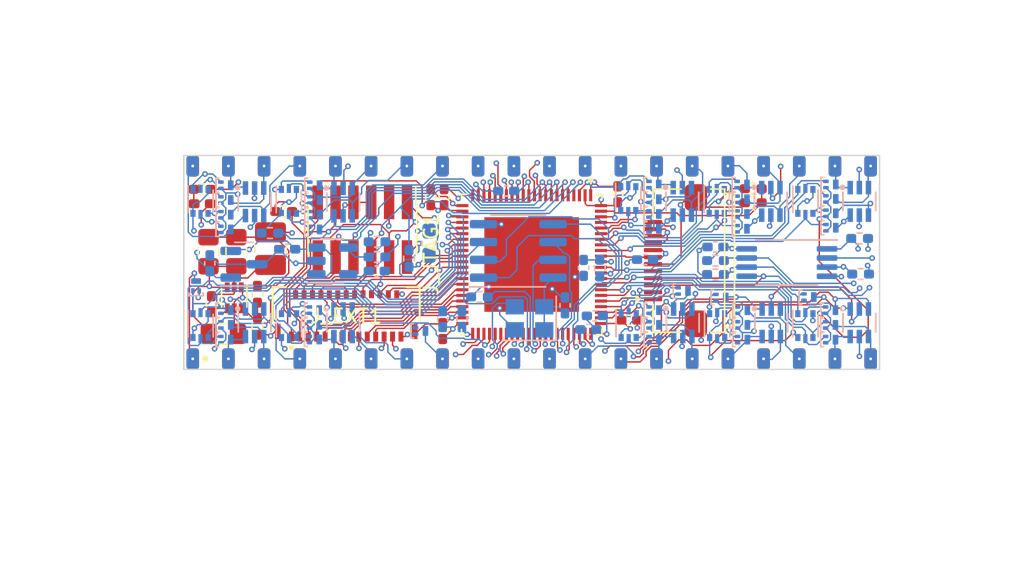
<source format=kicad_pcb>
(kicad_pcb (version 20211014) (generator pcbnew)
  (layers (0 "F.Cu" signal) (1 "In1.Cu" mixed) (2 "In2.Cu" mixed) (31 "B.Cu" signal) (34 "B.Paste" user) (35 "F.Paste" user) (36 "B.SilkS" user "B.Silkscreen") (37 "F.SilkS" user "F.Silkscreen") (38 "B.Mask" user) (39 "F.Mask" user) (44 "Edge.Cuts" user))
  (net 0 "")
  (net 1 "GND")
  (net 2 "/PIN1")
  (net 3 "LINE")
  (net 4 "/PIN2")
  (net 5 "+5V")
  (net 6 "/PIN3")
  (net 7 "/PIN4")
  (net 8 "/PIN5")
  (net 9 "/PIN6")
  (net 10 "/PIN7")
  (net 11 "/PIN8")
  (net 12 "/PIN9")
  (net 13 "/PIN10")
  (net 14 "/PIN11")
  (net 15 "/PIN12")
  (net 16 "/PIN13")
  (net 17 "/PIN14")
  (net 18 "/PIN16")
  (net 19 "/PIN17")
  (net 20 "/PIN18")
  (net 21 "/PIN19")
  (net 22 "/PIN20")
  (net 23 "/PIN21")
  (net 24 "/PIN22")
  (net 25 "/PIN23")
  (net 26 "/PIN24")
  (net 27 "/PIN25")
  (net 28 "/PIN26")
  (net 29 "/PIN27")
  (net 30 "/PIN28")
  (net 31 "/PIN29")
  (net 32 "/PIN30")
  (net 33 "/PIN31")
  (net 34 "/PIN32")
  (net 35 "/PIN33")
  (net 36 "/PIN34")
  (net 37 "/PIN35")
  (net 38 "/PIN36")
  (net 39 "/PIN37")
  (net 40 "/PIN38")
  (net 41 "/PIN39")
  (net 42 "/PIN40")
  (net 43 "/JTAG_SEL_N")
  (net 44 "/DONE")
  (net 45 "+3V3")
  (net 46 "+1V2")
  (net 48 "/JTAG_TMS")
  (net 49 "/JTAG_TCK")
  (net 50 "/JTAG_TDO")
  (net 51 "/RECONFIG_N")
  (net 52 "/JTAG_TDI")
  (net 53 "/SPI_MOSI_IO0")
  (net 54 "/LCD_RST_N")
  (net 55 "/LCD_CS_N")
  (net 56 "/PIN1_F")
  (net 57 "/PIN2_F")
  (net 58 "/PIN3_F")
  (net 59 "/PIN4_F")
  (net 60 "/PIN5_F")
  (net 61 "/PIN6_F")
  (net 62 "/PIN7_F")
  (net 63 "/PIN8_F")
  (net 64 "/PIN9_F")
  (net 65 "/PIN10_F")
  (net 66 "/PIN11_F")
  (net 67 "/PIN12_F")
  (net 68 "/PIN13_F")
  (net 69 "/PIN14_F")
  (net 70 "/PIN15_F")
  (net 71 "/PIN16_F")
  (net 72 "/PIN17_F")
  (net 73 "/PIN18_F")
  (net 74 "/PIN19_F")
  (net 75 "/PIN21_F")
  (net 76 "/PIN22_F")
  (net 77 "/PIN23_F")
  (net 78 "/PIN24_F")
  (net 79 "/PIN25_F")
  (net 80 "/PIN26_F")
  (net 81 "/PIN27_F")
  (net 82 "/PIN28_F")
  (net 83 "/PIN29_F")
  (net 84 "/PIN30_F")
  (net 85 "/PIN31_F")
  (net 86 "/PIN32_F")
  (net 87 "/PIN33_F")
  (net 88 "/PIN34_F")
  (net 89 "/PIN35_F")
  (net 90 "/PIN36_F")
  (net 91 "/PIN37_F")
  (net 92 "/PIN38_F")
  (net 93 "/PIN39_F")
  (net 94 "/PIN40_F")
  (net 95 "/PIN20_F")
  (net 97 "/IO1A")
  (net 98 "/IO1B")
  (net 99 "/IO2A")
  (net 100 "/IO2B")
  (net 101 "/IO3A")
  (net 102 "/IO3B")
  (net 103 "/IO4A")
  (net 104 "/IO4B")
  (net 105 "/IO5A")
  (net 106 "/IO5B")
  (net 107 "/IO6A")
  (net 108 "/IO6B")
  (net 110 "/SPI_CLK")
  (net 111 "/CLK1")
  (net 112 "/SPI_IO2")
  (net 113 "/SPI_IO3")
  (net 114 "/FLASH_CS_N")
  (net 115 "Net-(LED_DONE1-Pad2)")
  (net 116 "/PSRAM_CS_N")
  (net 117 "Net-(C6-Pad1)")
  (net 118 "Net-(C6-Pad2)")
  (net 119 "Net-(R4-Pad2)")
  (net 120 "/SPI_MISO_IO1")
  (net 121 "Net-(R14-Pad2)")
  (net 122 "/PIN15")
  (net 123 "Net-(R12-Pad1)")
  (footprint "Capacitor_SMD:C_0805_2012Metric_Pad1.18x1.45mm_HandSolder" (layer "F.Cu") (at 127.28 100.34 180)
    (fp_text reference "C5" hide)
    (fp_text value "10u")
  )
  (footprint "LED_SMD:LED_0402_1005Metric_Pad0.77x0.64mm_HandSolder" (layer "F.Cu") (at 125.77 91.07 180)
    (fp_text reference "LED_DONE1" hide)
    (fp_text value "LED")
  )
  (footprint "Package_TO_SOT_SMD:SOT-563" (layer "F.Cu") (at 128.051 97.773 -90)
    (fp_text reference "U6" hide)
    (fp_text value "AP62150Z6")
  )
  (footprint "UNIC:PinHeader_2x06_P1.27mm_Vertical_SMD" (layer "F.Cu") (at 137.17 92.92 -90)
    (fp_text reference "J_JTAG1")
    (fp_text value "Conn_02x06_Odd_Even" hide)
  )
  (footprint "Resistor_SMD:R_0402_1005Metric_Pad0.72x0.64mm_HandSolder" (layer "F.Cu") (at 131.57 91.62)
    (fp_text reference "R16" hide)
    (fp_text value "10k")
  )
  (footprint "Capacitor_SMD:C_0805_2012Metric_Pad1.18x1.45mm_HandSolder" (layer "F.Cu") (at 126.217 94.4905 -90)
    (fp_text reference "C7" hide)
    (fp_text value "22u")
  )
  (footprint "Resistor_SMD:R_0402_1005Metric_Pad0.72x0.64mm_HandSolder" (layer "F.Cu") (at 165 90)
    (fp_text reference "R2" hide)
    (fp_text value "DNC")
  )
  (footprint "UNIC:CFAL12832C-0091B-W_A" (layer "F.Cu") (at 151.003 93.472)
    (fp_text reference "DISPLAY1" hide)
    (fp_text value "Housing" hide)
  )
  (footprint "Inductor_SMD:L_1008_2520Metric_Pad1.43x2.20mm_HandSolder" (layer "F.Cu") (at 130.63 94.27 90)
    (fp_text reference "L1" hide)
    (fp_text value "3.3uH")
  )
  (footprint "Capacitor_SMD:C_0402_1005Metric_Pad0.74x0.62mm_HandSolder" (layer "F.Cu") (at 142.89 100.14 90)
    (fp_text reference "C11" hide)
    (fp_text value "0.1u")
  )
  (footprint "Capacitor_SMD:C_0402_1005Metric_Pad0.74x0.62mm_HandSolder" (layer "F.Cu") (at 142.99 90.6 -90)
    (fp_text reference "C20" hide)
    (fp_text value "0.1u")
  )
  (footprint "Capacitor_SMD:C_0402_1005Metric_Pad0.74x0.62mm_HandSolder" (layer "F.Cu") (at 156.17 99.37)
    (fp_text reference "C15" hide)
    (fp_text value "0.1u")
  )
  (footprint "Capacitor_SMD:C_0402_1005Metric_Pad0.74x0.62mm_HandSolder" (layer "F.Cu") (at 155.35 90.4 -90)
    (fp_text reference "C23" hide)
    (fp_text value "0.1u")
  )
  (footprint "UNIC:DIP-40_pin_header" (layer "F.Cu") (at 149.225 95.25 90)
    (fp_text reference "SOCKET1" hide)
    (fp_text value "Conn_02x20_Counter_Clockwise" hide)
  )
  (footprint "UNIC:QFN40P1000X1000X95-89N" (layer "F.Cu") (at 149.225 95.4005 -90)
    (fp_text reference "U1" hide)
    (fp_text value "GW1N-LV9QN88C6_I5_" hide)
  )
  (footprint "Resistor_SMD:R_0402_1005Metric_Pad0.72x0.64mm_HandSolder" (layer "F.Cu") (at 165 91 180)
    (fp_text reference "R3" hide)
    (fp_text value "10k")
  )
  (footprint "Resistor_SMD:R_0402_1005Metric_Pad0.72x0.64mm_HandSolder" (layer "F.Cu") (at 125.77 90.04 180)
    (fp_text reference "R1" hide)
    (fp_text value "220")
  )
  (footprint "Capacitor_SMD:C_0805_2012Metric_Pad1.18x1.45mm_HandSolder" (layer "F.Cu") (at 128.197 94.4905 -90)
    (fp_text reference "C8" hide)
    (fp_text value "22u")
  )
  (footprint "UNIC:Molex_502598-2793_2Rows-23P~0.60mm_Horizontal" (layer "F.Cu") (at 136.02 98.91)
    (fp_text reference "J_EXT1")
    (fp_text value "Conn_01x27_MountingPin" hide)
  )
  (footprint "Resistor_SMD:R_0402_1005Metric_Pad0.72x0.64mm_HandSolder" (layer "F.Cu") (at 129.702 97.519 -90)
    (fp_text reference "R4" hide)
    (fp_text value "4.99k")
  )
  (footprint "Resistor_SMD:R_0402_1005Metric_Pad0.72x0.64mm_HandSolder" (layer "F.Cu") (at 129.702 99.805 -90)
    (fp_text reference "R5" hide)
    (fp_text value "10k")
  )
  (footprint "UNIC:CF31121D0R0-05-NH" (layer "F.Cu") (at 157.861 95.123 90)
    (fp_text reference "J_DISPLAY1" hide)
    (fp_text value "Conn_01x12_MountingPin" hide)
  )
  (footprint "Capacitor_SMD:C_0402_1005Metric_Pad0.74x0.62mm_HandSolder" (layer "F.Cu") (at 142.04 90.6 -90)
    (fp_text reference "C4" hide)
    (fp_text value "0.1u")
  )
  (footprint "Capacitor_SMD:C_0402_1005Metric_Pad0.74x0.62mm_HandSolder" (layer "F.Cu") (at 126.42 98.23 90)
    (fp_text reference "C6" hide)
    (fp_text value "0.1u")
  )
  (footprint "Resistor_SMD:R_0402_1005Metric_Pad0.72x0.64mm_HandSolder" (layer "B.Cu") (at 140.49 94.9725 -90)
    (fp_text reference "R6" hide)
    (fp_text value "10k")
  )
  (footprint "UNIC:SOT-883" (layer "B.Cu") (at 157.93 99.7)
    (fp_text reference "Q13" hide)
    (fp_text value "2N7002")
  )
  (footprint "Capacitor_SMD:C_0402_1005Metric_Pad0.74x0.62mm_HandSolder" (layer "B.Cu") (at 131.82 94.31 180)
    (fp_text reference "C1" hide)
    (fp_text value "0.1u")
  )
  (footprint "Package_TO_SOT_SMD:SOT-666" (layer "B.Cu") (at 156.1 90.7 -90)
    (fp_text reference "D28" hide)
    (fp_text value "BAT54CV")
  )
  (footprint "UNIC:SOT-883" (layer "B.Cu") (at 157.9225 92.85)
    (fp_text reference "Q32" hide)
    (fp_text value "2N7002")
  )
  (footprint "Resistor_SMD:R_0402_1005Metric_Pad0.72x0.64mm_HandSolder" (layer "B.Cu") (at 162.31 96.11 180)
    (fp_text reference "R11" hide)
    (fp_text value "10k")
  )
  (footprint "UNIC:SOT65P210X110-6N" (layer "B.Cu") (at 159.98 99.55 -90)
    (fp_text reference "D3" hide)
    (fp_text value "BAT54DF")
  )
  (footprint "UNIC:SOT-883" (layer "B.Cu") (at 164.2 89.7)
    (fp_text reference "Q23" hide)
    (fp_text value "2N7002")
  )
  (footprint "UNIC:SOT-883" (layer "B.Cu") (at 127.45 90.8)
    (fp_text reference "Q38" hide)
    (fp_text value "2N7002")
  )
  (footprint "Capacitor_SMD:C_0402_1005Metric_Pad0.74x0.62mm_HandSolder" (layer "B.Cu") (at 147.41 90.16 180)
    (fp_text reference "C19" hide)
    (fp_text value "0.1u")
  )
  (footprint "Capacitor_SMD:C_0603_1608Metric_Pad1.08x0.95mm_HandSolder" (layer "B.Cu") (at 141.92 93.88 -90)
    (fp_text reference "C12" hide)
    (fp_text value "10u")
  )
  (footprint "UNIC:SOT-883" (layer "B.Cu") (at 133.75 100.74)
    (fp_text reference "Q8" hide)
    (fp_text value "2N7002")
  )
  (footprint "UNIC:SOT-883" (layer "B.Cu") (at 170.5225 92.775)
    (fp_text reference "Q26" hide)
    (fp_text value "2N7002")
  )
  (footprint "Resistor_SMD:R_0402_1005Metric_Pad0.72x0.64mm_HandSolder" (layer "B.Cu") (at 154.08 95.66 -90)
    (fp_text reference "R13" hide)
    (fp_text value "10k")
  )
  (footprint "UNIC:SOT-883" (layer "B.Cu") (at 133.75 99.7)
    (fp_text reference "Q7" hide)
    (fp_text value "2N7002")
  )
  (footprint "Capacitor_SMD:C_0402_1005Metric_Pad0.74x0.62mm_HandSolder" (layer "B.Cu") (at 126.31 95.31 90)
    (fp_text reference "C2" hide)
    (fp_text value "0.1u")
  )
  (footprint "UNIC:SOT65P210X110-6N" (layer "B.Cu") (at 172.55 99.55 -90)
    (fp_text reference "D5" hide)
    (fp_text value "BAT54DF")
  )
  (footprint "Resistor_SMD:R_0402_1005Metric_Pad0.72x0.64mm_HandSolder" (layer "B.Cu") (at 138.22 93.78 180)
    (fp_text reference "R15" hide)
    (fp_text value "10k")
  )
  (footprint "UNIC:SOT-883" (layer "B.Cu") (at 170.5225 90.725)
    (fp_text reference "Q12" hide)
    (fp_text value "2N7002")
  )
  (footprint "Capacitor_SMD:C_0402_1005Metric_Pad0.74x0.62mm_HandSolder" (layer "B.Cu") (at 153.26 100.03)
    (fp_text reference "C9" hide)
    (fp_text value "0.1u")
  )
  (footprint "UNIC:Oscillator_SMD_Abracon_ASE-4Pin_3.2x2.5mm" (layer "B.Cu") (at 149.07 99.23 180)
    (fp_text reference "X1" hide)
    (fp_text value "ASE-xxxMHz")
  )
  (footprint "UNIC:SOT-883" (layer "B.Cu") (at 170.5 98.65)
    (fp_text reference "Q20" hide)
    (fp_text value "2N7002")
  )
  (footprint "Package_TO_SOT_SMD:SOT-23-5" (layer "B.Cu") (at 135.03 95.14)
    (fp_text reference "U3" hide)
    (fp_text value "AP2202K-ADJ")
  )
  (footprint "Package_TO_SOT_SMD:SOT-666" (layer "B.Cu") (at 162.4 90.9 -90)
    (fp_text reference "D27" hide)
    (fp_text value "BAT54CV")
  )
  (footprint "UNIC:SOT-883" (layer "B.Cu") (at 170.5 100.75)
    (fp_text reference "Q22" hide)
    (fp_text value "2N7002")
  )
  (footprint "Capacitor_SMD:C_0402_1005Metric_Pad0.74x0.62mm_HandSolder" (layer "B.Cu") (at 162.31 94.15 180)
    (fp_text reference "C14" hide)
    (fp_text value "0.1u")
  )
  (footprint "Capacitor_SMD:C_0402_1005Metric_Pad0.74x0.62mm_HandSolder" (layer "B.Cu") (at 152.92 95.6375 -90)
    (fp_text reference "C21" hide)
    (fp_text value "0.1u")
  )
  (footprint "UNIC:SOT-883" (layer "B.Cu") (at 164.2 91.8)
    (fp_text reference "Q27" hide)
    (fp_text value "2N7002")
  )
  (footprint "Resistor_SMD:R_0402_1005Metric_Pad0.72x0.64mm_HandSolder" (layer "B.Cu") (at 172.64 96.08 180)
    (fp_text reference "R8" hide)
    (fp_text value "10k")
  )
  (footprint "Package_TO_SOT_SMD:SOT-666" (layer "B.Cu") (at 131.95 99.75 -90)
    (fp_text reference "D22" hide)
    (fp_text value "BAT54CV")
  )
  (footprint "UNIC:SOT65P210X110-6N" (layer "B.Cu") (at 135.8 90.95 -90)
    (fp_text reference "D8" hide)
    (fp_text value "BAT54DF")
  )
  (footprint "Package_TO_SOT_SMD:SOT-666" (layer "B.Cu") (at 131.94 90.9 -90)
    (fp_text reference "D29" hide)
    (fp_text value "BAT54CV")
  )
  (footprint "UNIC:SOT65P210X110-6N" (layer "B.Cu") (at 172.55 90.9 -90)
    (fp_text reference "D11" hide)
    (fp_text value "BAT54DF")
  )
  (footprint "UNIC:SOT65P210X110-6N" (layer "B.Cu") (at 129.5 99.55 -90)
    (fp_text reference "D1" hide)
    (fp_text value "BAT54DF")
  )
  (footprint "UNIC:SOT-883" (layer "B.Cu") (at 160 97.28)
    (fp_text reference "Q9" hide)
    (fp_text value "2N7002")
  )
  (footprint "UNIC:SOT-883" (layer "B.Cu") (at 162.69 97.75)
    (fp_text reference "Q15" hide)
    (fp_text value "2N7002")
  )
  (footprint "UNIC:SOT-883" (layer "B.Cu") (at 157.9225 89.7)
    (fp_text reference "Q29" hide)
    (fp_text value "2N7002")
  )
  (footprint "UNIC:SOT-883" (layer "B.Cu") (at 170.5225 89.7)
    (fp_text reference "Q11" hide)
    (fp_text value "2N7002")
  )
  (footprint "Resistor_SMD:R_0402_1005Metric_Pad0.72x0.64mm_HandSolder" (layer "B.Cu") (at 138.21 94.86 180)
    (fp_text reference "R14" hide)
    (fp_text value "4.99k")
  )
  (footprint "Package_TO_SOT_SMD:SOT-666" (layer "B.Cu") (at 125.65 99.75 -90)
    (fp_text reference "D21" hide)
    (fp_text value "BAT54CV")
  )
  (footprint "UNIC:SOT65P210X110-6N" (layer "B.Cu") (at 129.5 90.93 -90)
    (fp_text reference "D9" hide)
    (fp_text value "BAT54DF")
  )
  (footprint "Package_TO_SOT_SMD:SOT-666" (layer "B.Cu") (at 125.65 90.9 -90)
    (fp_text reference "D30" hide)
    (fp_text value "BAT54CV")
  )
  (footprint "Capacitor_SMD:C_0402_1005Metric_Pad0.74x0.62mm_HandSolder" (layer "B.Cu") (at 138.2 95.86)
    (fp_text reference "C3" hide)
    (fp_text value "2.2u")
  )
  (footprint "UNIC:SOT-883" (layer "B.Cu") (at 164.23 100.75)
    (fp_text reference "Q18" hide)
    (fp_text value "2N7002")
  )
  (footprint "Package_TO_SOT_SMD:SOT-666" (layer "B.Cu") (at 168.71 99.75 -90)
    (fp_text reference "D25" hide)
    (fp_text value "BAT54CV")
  )
  (footprint "Resistor_SMD:R_0402_1005Metric_Pad0.72x0.64mm_HandSolder" (layer "B.Cu") (at 130.59 93.16)
    (fp_text reference "R7" hide)
    (fp_text value "10k")
  )
  (footprint "UNIC:SOT-883" (layer "B.Cu") (at 157.9225 91.8)
    (fp_text reference "Q31" hide)
    (fp_text value "2N7002")
  )
  (footprint "Capacitor_SMD:C_0402_1005Metric_Pad0.74x0.62mm_HandSolder" (layer "B.Cu") (at 142.89 99.29 90)
    (fp_text reference "C17" hide)
    (fp_text value "0.1u")
  )
  (footprint "Package_TO_SOT_SMD:SOT-666" (layer "B.Cu") (at 156.13 99.75 -90)
    (fp_text reference "D23" hide)
    (fp_text value "BAT54CV")
  )
  (footprint "UNIC:SOT65P210X110-6N" (layer "B.Cu") (at 166.25 90.9 -90)
    (fp_text reference "D6" hide)
    (fp_text value "BAT54DF")
  )
  (footprint "UNIC:SOT-883" (layer "B.Cu") (at 164.23 99.7)
    (fp_text reference "Q17" hide)
    (fp_text value "2N7002")
  )
  (footprint "UNIC:SOT-883" (layer "B.Cu") (at 133.7725 92.9)
    (fp_text reference "Q36" hide)
    (fp_text value "2N7002")
  )
  (footprint "UNIC:SOT-883" (layer "B.Cu") (at 127.45 89.75)
    (fp_text reference "Q37" hide)
    (fp_text value "2N7002")
  )
  (footprint "UNIC:SOT-883" (layer "B.Cu") (at 168.96 97.72)
    (fp_text reference "Q19" hide)
    (fp_text value "2N7002")
  )
  (footprint "UNIC:SOT-883" (layer "B.Cu") (at 164.23 98.65)
    (fp_text reference "Q16" hide)
    (fp_text value "2N7002")
  )
  (footprint "UNIC:SOT-883" (layer "B.Cu") (at 141.3125 100.13)
    (fp_text reference "Q5" hide)
    (fp_text value "2N7002")
  )
  (footprint "Package_TO_SOT_SMD:SOT-23" (layer "B.Cu") (at 128.74 95.38)
    (fp_text reference "U2" hide)
    (fp_text value "LM3480-3.3")
  )
  (footprint "Package_SO:SOIC-8_3.9x4.9mm_P1.27mm" (layer "B.Cu") (at 148.27 94.43)
    (fp_text reference "U4" hide)
    (fp_text value "ESP-PSRAM32")
  )
  (footprint "UNIC:SOT65P210X110-6N" (layer "B.Cu") (at 159.95 90.9 -90)
    (fp_text reference "D7" hide)
    (fp_text value "BAT54DF")
  )
  (footprint "Capacitor_SMD:C_0402_1005Metric_Pad0.74x0.62mm_HandSolder" (layer "B.Cu") (at 144.26 99.29 90)
    (fp_text reference "C18" hide)
    (fp_text value "0.1u")
  )
  (footprint "UNIC:SOT65P210X110-6N" (layer "B.Cu") (at 135.8 99.55 -90)
    (fp_text reference "D2" hide)
    (fp_text value "BAT54DF")
  )
  (footprint "UNIC:SOT-883" (layer "B.Cu") (at 127.45 92.9)
    (fp_text reference "Q40" hide)
    (fp_text value "2N7002")
  )
  (footprint "Resistor_SMD:R_0402_1005Metric_Pad0.72x0.64mm_HandSolder" (layer "B.Cu") (at 162.31 95.12)
    (fp_text reference "R10" hide)
    (fp_text value "10k")
  )
  (footprint "UNIC:SOT-883" (layer "B.Cu") (at 133.75 98.65)
    (fp_text reference "Q6" hide)
    (fp_text value "2N7002")
  )
  (footprint "UNIC:SOT-883" (layer "B.Cu") (at 127.45 98.65)
    (fp_text reference "Q2" hide)
    (fp_text value "2N7002")
  )
  (footprint "UNIC:SOT-883" (layer "B.Cu") (at 133.7725 91.85)
    (fp_text reference "Q35" hide)
    (fp_text value "2N7002")
  )
  (footprint "Capacitor_SMD:C_0402_1005Metric_Pad0.74x0.62mm_HandSolder" (layer "B.Cu") (at 157.2925 95.05)
    (fp_text reference "C16" hide)
    (fp_text value "0.1u")
  )
  (footprint "Capacitor_SMD:C_0402_1005Metric_Pad0.74x0.62mm_HandSolder" (layer "B.Cu") (at 151.6 98.31 90)
    (fp_text reference "C13" hide)
    (fp_text value "0.1u")
  )
  (footprint "UNIC:SOT65P210X110-6N" (layer "B.Cu") (at 166.28 99.55 -90)
    (fp_text reference "D4" hide)
    (fp_text value "BAT54DF")
  )
  (footprint "UNIC:SOT-883" (layer "B.Cu") (at 127.45 99.7)
    (fp_text reference "Q3" hide)
    (fp_text value "2N7002")
  )
  (footprint "UNIC:SOT-883" (layer "B.Cu") (at 170.5 99.7)
    (fp_text reference "Q21" hide)
    (fp_text value "2N7002")
  )
  (footprint "Package_TO_SOT_SMD:SOT-666" (layer "B.Cu") (at 168.71 90.9 -90)
    (fp_text reference "D26" hide)
    (fp_text value "BAT54CV")
  )
  (footprint "UNIC:SOT-883" (layer "B.Cu") (at 133.7725 90.8)
    (fp_text reference "Q34" hide)
    (fp_text value "2N7002")
  )
  (footprint "UNIC:SOT-883" (layer "B.Cu") (at 170.5225 91.75)
    (fp_text reference "Q25" hide)
    (fp_text value "2N7002")
  )
  (footprint "UNIC:SOT-883" (layer "B.Cu") (at 127.45 100.75)
    (fp_text reference "Q4" hide)
    (fp_text value "2N7002")
  )
  (footprint "Capacitor_SMD:C_0402_1005Metric_Pad0.74x0.62mm_HandSolder" (layer "B.Cu") (at 153.72 99.06 180)
    (fp_text reference "C22" hide)
    (fp_text value "0.1u")
  )
  (footprint "UNIC:SOT-883" (layer "B.Cu") (at 157.93 100.75)
    (fp_text reference "Q14" hide)
    (fp_text value "2N7002")
  )
  (footprint "UNIC:SOT-883" (layer "B.Cu") (at 164.2 92.85)
    (fp_text reference "Q28" hide)
    (fp_text value "2N7002")
  )
  (footprint "Package_SO:TSSOP-8_4.4x3mm_P0.65mm" (layer "B.Cu") (at 167.39 95.26 180)
    (fp_text reference "U5" hide)
    (fp_text value "AT25SF081-XMHF-X")
  )
  (footprint "UNIC:SOT-883" (layer "B.Cu") (at 157.9225 90.75)
    (fp_text reference "Q30" hide)
    (fp_text value "2N7002")
  )
  (footprint "Resistor_SMD:R_0402_1005Metric_Pad0.72x0.64mm_HandSolder" (layer "B.Cu") (at 145.51 97.71 180)
    (fp_text reference "R12" hide)
    (fp_text value "10k")
  )
  (footprint "UNIC:SOT-883" (layer "B.Cu") (at 133.7725 89.75)
    (fp_text reference "Q33" hide)
    (fp_text value "2N7002")
  )
  (footprint "UNIC:SOT-883" (layer "B.Cu") (at 127.45 91.85)
    (fp_text reference "Q39" hide)
    (fp_text value "2N7002")
  )
  (footprint "Resistor_SMD:R_0402_1005Metric_Pad0.72x0.64mm_HandSolder" (layer "B.Cu") (at 172.57 93.54 180)
    (fp_text reference "R9" hide)
    (fp_text value "10k")
  )
  (footprint "UNIC:SOT-883" (layer "B.Cu") (at 164.2 90.75)
    (fp_text reference "Q24" hide)
    (fp_text value "2N7002")
  )
  (footprint "UNIC:SOT-883" (layer "B.Cu") (at 125.33 96.93 90)
    (fp_text reference "Q1" hide)
    (fp_text value "2N7002")
  )
  (footprint "UNIC:SOT-883" (layer "B.Cu") (at 157.93 98.65)
    (fp_text reference "Q10" hide)
    (fp_text value "2N7002")
  )
  (footprint "Package_TO_SOT_SMD:SOT-666" (layer "B.Cu") (at 162.43 99.75 -90)
    (fp_text reference "D24" hide)
    (fp_text value "BAT54CV")
  )
  (gr_line locked (start 173.99 87.63) (end 124.46 87.63) (layer "Edge.Cuts") (width 0.1))
  (gr_line (start 124.46 87.63) (end 124.46 102.87) (layer "Edge.Cuts") (width 0.1))
  (gr_line (start 173.99 102.87) (end 124.46 102.87) (layer "Edge.Cuts") (width 0.1))
  (gr_line locked (start 173.99 102.87) (end 173.99 87.63) (layer "Edge.Cuts") (width 0.1))
  (segment (start 126.343 97.023) (end 127.551 97.023) (width 0.1) (layer "F.Cu") (net 1))
  (segment (start 154.16 91.2005) (end 154.16 90.79) (width 0.1) (layer "F.Cu") (net 1))
  (segment (start 159.28 92.74) (end 159.194511 92.654511) (width 0.1) (layer "F.Cu") (net 1))
  (segment (start 136.920001 100.532389) (end 136.920001 101.360001) (width 0.1) (layer "F.Cu") (net 1))
  (segment (start 138.372137 96.80902) (end 137.820001 97.361156) (width 0.1) (layer "F.Cu") (net 1))
  (segment (start 136.920001 101.360001) (end 136.93 101.37) (width 0.1) (layer "F.Cu") (net 1))
  (segment (start 135.5 101.09019) (end 135.72019 101.09019) (width 0.1) (layer "F.Cu") (net 1))
  (segment (start 153.035 90.4755) (end 153.035 91.059) (width 0.1) (layer "F.Cu") (net 1))
  (segment (start 126.28 96.96) (end 125.562 96.96) (width 0.1) (layer "F.Cu") (net 1))
  (segment (start 126.28 96.96) (end 126.28 95.591) (width 0.1) (layer "F.Cu") (net 1))
  (segment (start 134.6555 98.109101) (end 134.220001 97.673602) (width 0.1) (layer "F.Cu") (net 1))
  (segment (start 135.72019 101.09019) (end 135.99 101.36) (width 0.1) (layer "F.Cu") (net 1))
  (segment (start 125.765 99.6995) (end 125.1 99.0345) (width 0.1) (layer "F.Cu") (net 1))
  (segment (start 126.28 96.96) (end 126.343 97.023) (width 0.1) (layer "F.Cu") (net 1))
  (segment (start 125.699817 91.712683) (end 125.699817 92.567621) (width 0.1) (layer "F.Cu") (net 1))
  (segment (start 143.05 99.6325) (end 141.6575 99.6325) (width 0.1) (layer "F.Cu") (net 1))
  (segment (start 135.119999 100.710189) (end 135.5 101.09019) (width 0.1) (layer "F.Cu") (net 1))
  (segment (start 161.597511 91.309511) (end 164.092989 91.309511) (width 0.1) (layer "F.Cu") (net 1))
  (segment (start 130.557 100.4025) (end 130.6445 100.49) (width 0.1) (layer "F.Cu") (net 1))
  (segment (start 130.64 100.49) (end 130.6445 100.49) (width 0.1) (layer "F.Cu") (net 1))
  (segment (start 136.02 97.517379) (end 136.02 97.13) (width 0.1) (layer "F.Cu") (net 1))
  (segment (start 158.86 97.26) (end 158.86 97.341519) (width 0.1) (layer "F.Cu") (net 1))
  (segment (start 135.88 96.99) (end 136.02 97.13) (width 0.1) (layer "F.Cu") (net 1))
  (segment (start 144.45 100.96) (end 145.148087 100.96) (width 0.1) (layer "F.Cu") (net 1))
  (segment (start 126.3425 91.07) (end 125.699817 91.712683) (width 0.1) (layer "F.Cu") (net 1))
  (segment (start 136.535 90.97) (end 137.805 90.97) (width 0.1) (layer "F.Cu") (net 1))
  (segment (start 141.1243 100.1657) (end 141.6575 99.6325) (width 0.1) (layer "F.Cu") (net 1))
  (segment (start 138.72 101.178851) (end 138.72 100.532389) (width 0.1) (layer "F.Cu") (net 1))
  (segment (start 158.86 97.341519) (end 158.328519 97.873) (width 0.1) (layer "F.Cu") (net 1))
  (segment (start 140.895002 100.1657) (end 141.1243 100.1657) (width 0.1) (layer "F.Cu") (net 1))
  (segment (start 155.117 91.2005) (end 154.16 91.2005) (width 0.1) (layer "F.Cu") (net 1))
  (segment (start 153.412411 101.070498) (end 153.025 100.683087) (width 0.1) (layer "F.Cu") (net 1))
  (segment (start 145.425 89.861506) (end 145.252994 89.6895) (width 0.1) (layer "F.Cu") (net 1))
  (segment (start 159.82 91.1495) (end 160.3465 90.623) (width 0.1) (layer "F.Cu") (net 1))
  (segment (start 156.7375 99.37) (end 156.7375 99.9075) (width 0.1) (layer "F.Cu") (net 1))
  (segment (start 134.6555 98.45) (end 134.6555 98.109101) (width 0.1) (layer "F.Cu") (net 1))
  (segment (start 144.2395 91.55) (end 143.3725 91.55) (width 0.1) (layer "F.Cu") (net 1))
  (segment (start 153.543 101.070498) (end 153.412411 101.070498) (width 0.1) (layer "F.Cu") (net 1))
  (segment (start 158.765069 94.619215) (end 158.518854 94.373) (width 0.1) (layer "F.Cu") (net 1))
  (segment (start 145.425 90.4655) (end 145.425 89.861506) (width 0.1) (layer "F.Cu") (net 1))
  (segment (start 130.9643 100.1657) (end 130.64 100.49) (width 0.1) (layer "F.Cu") (net 1))
  (segment (start 129.702 100.4025) (end 130.557 100.4025) (width 0.1) (layer "F.Cu") (net 1))
  (segment (start 134.220001 97.517379) (end 134.220001 97.199999) (width 0.1) (layer "F.Cu") (net 1))
  (segment (start 143.3725 91.55) (end 142.99 91.1675) (width 0.1) (layer "F.Cu") (net 1))
  (segment (start 138.46 96.80902) (end 138.372137 96.80902) (width 0.1) (layer "F.Cu") (net 1))
  (segment (start 144.29 99.2005) (end 143.5495 99.2005) (width 0.1) (layer "F.Cu") (net 1))
  (segment (start 143.5495 99.2005) (end 143.482 99.2005) (width 0.1) (layer "F.Cu") (net 1))
  (segment (start 153.035 91.059) (end 153.1765 91.2005) (width 0.1) (layer "F.Cu") (net 1))
  (segment (start 134.220001 97.199999) (end 134.43 96.99) (width 0.1) (layer "F.Cu") (net 1))
  (segment (start 164.092989 91.309511) (end 164.4025 91) (width 0.1) (layer "F.Cu") (net 1))
  (segment (start 134.43 96.99) (end 135.88 96.99) (width 0.1) (layer "F.Cu") (net 1))
  (segment (start 153.1765 91.2005) (end 154.16 91.2005) (width 0.1) (layer "F.Cu") (net 1))
  (segment (start 145.148087 100.96) (end 145.425 100.683087) (width 0.1) (layer "F.Cu") (net 1))
  (segment (start 161.29 100.002) (end 161.29 100.79) (width 0.1) (layer "F.Cu") (net 1))
  (segment (start 142.1775 91.1675) (end 142.56 91.55) (width 0.1) (layer "F.Cu") (net 1))
  (segment (start 156.7375 99.9075) (end 156.74 99.91) (width 0.1) (layer "F.Cu") (net 1))
  (segment (start 131.144998 100.1657) (end 130.9643 100.1657) (width 0.1) (layer "F.Cu") (net 1))
  (segment (start 158.518854 94.373) (end 157.861 94.373) (width 0.1) (layer "F.Cu") (net 1))
  (segment (start 135.934502 91.15354) (end 136.35146 91.15354) (width 0.1) (layer "F.Cu") (net 1))
  (segment (start 138.52884 101.370011) (end 138.72 101.178851) (width 0.1) (layer "F.Cu") (net 1))
  (segment (start 154.16 90.79) (end 154.17 90.78) (width 0.1) (layer "F.Cu") (net 1))
  (segment (start 143.482 99.2005) (end 143.05 99.6325) (width 0.1) (layer "F.Cu") (net 1))
  (segment (start 159.194511 92.654511) (end 158.730227 92.654511) (width 0.1) (layer "F.Cu") (net 1))
  (segment (start 144.34 101.07) (end 144.45 100.96) (width 0.1) (layer "F.Cu") (net 1))
  (segment (start 125.562 96.96) (end 125.1 97.422) (width 0.1) (layer "F.Cu") (net 1))
  (segment (start 142.9425 91.1675) (end 142.56 91.55) (width 0.1) (layer "F.Cu") (net 1))
  (segment (start 128.197 95.528) (end 126.217 95.528) (width 0.1) (layer "F.Cu") (net 1))
  (segment (start 158.730227 92.654511) (end 158.448716 92.373) (width 0.1) (layer "F.Cu") (net 1))
  (segment (start 125.1 99.0345) (end 125.1 97.422) (width 0.1) (layer "F.Cu") (net 1))
  (via (at 172.56 101.94) (size 0.4) (drill 0.2) (layers "F.Cu" "B.Cu") (net 1))
  (via (at 135.99 101.36) (size 0.4) (drill 0.2) (layers "F.Cu" "B.Cu") (net 1))
  (via (at 146.95 98.5095) (size 0.4) (drill 0.2) (layers "F.Cu" "B.Cu") (net 1))
  (via (at 161.148641 94.398641) (size 0.4) (drill 0.2) (layers "F.Cu" "B.Cu") (net 1))
  (via (at 166.16 92.66) (size 0.4) (drill 0.2) (layers "F.Cu" "B.Cu") (net 1))
  (via (at 154.17 90.78) (size 0.4) (drill 0.2) (layers "F.Cu" "B.Cu") (net 1))
  (via (at 153.543 101.070498) (size 0.4) (drill 0.2) (layers "F.Cu" "B.Cu") (net 1))
  (via (at 152.3 96.28) (size 0.4) (drill 0.2) (layers "F.Cu" "B.Cu") (net 1))
  (via (at 147.07 92.53) (size 0.4) (drill 0.2) (layers "F.Cu" "B.Cu") (net 1))
  (via (at 159.82 91.1495) (size 0.4) (drill 0.2) (layers "F.Cu" "B.Cu") (net 1))
  (via (at 158.86 97.26) (size 0.4) (drill 0.2) (layers "F.Cu" "B.Cu") (net 1))
  (via (at 145.252994 89.6895) (size 0.4) (drill 0.2) (layers "F.Cu" "B.Cu") (net 1))
  (via (at 146.17 96.99) (size 0.4) (drill 0.2) (layers "F.Cu" "B.Cu") (net 1))
  (via (at 129.31 101.45) (size 0.4) (drill 0.2) (layers "F.Cu" "B.Cu") (net 1))
  (via (at 132.43 95.31) (size 0.4) (drill 0.2) (layers "F.Cu" "B.Cu") (net 1))
  (via (at 143.5495 99.2005) (size 0.4) (drill 0.2) (layers "F.Cu" "B.Cu") (net 1))
  (via (at 158.765069 94.619215) (size 0.4) (drill 0.2) (layers "F.Cu" "B.Cu") (net 1))
  (via (at 138.46 96.80902) (size 0.4) (drill 0.2) (layers "F.Cu" "B.Cu") (net 1))
  (via (at 138.52884 101.370011) (size 0.4) (drill 0.2) (layers "F.Cu" "B.Cu") (net 1))
  (via (at 171.27 96.26) (size 0.4) (drill 0.2) (layers "F.Cu" "B.Cu") (net 1))
  (via (at 126.28 96.96) (size 0.4) (drill 0.2) (layers "F.Cu" "B.Cu") (net 1))
  (via (at 166.28 99.7995) (size 0.4) (drill 0.2) (layers "F.Cu" "B.Cu") (net 1))
  (via (at 125.699817 92.567621) (size 0.4) (drill 0.2) (layers "F.Cu" "B.Cu") (net 1))
  (via (at 159.93 101.23) (size 0.4) (drill 0.2) (layers "F.Cu" "B.Cu") (net 1))
  (via (at 136.93 101.37) (size 0.4) (drill 0.2) (layers "F.Cu" "B.Cu") (net 1))
  (via (at 172.53 92.69) (size 0.4) (drill 0.2) (layers "F.Cu" "B.Cu") (net 1))
  (via (at 141.16 95.4) (size 0.4) (drill 0.2) (layers "F.Cu" "B.Cu") (net 1))
  (via (at 130.6445 100.49) (size 0.4) (drill 0.2) (layers "F.Cu" "B.Cu") (net 1))
  (via (at 161.29 100.79) (size 0.4) (drill 0.2) (layers "F.Cu" "B.Cu") (net 1))
  (via (at 137.75 93.14) (size 0.4) (drill 0.2) (layers "F.Cu" "B.Cu") (net 1))
  (via (at 134.6555 98.45) (size 0.4) (drill 0.2) (layers "F.Cu" "B.Cu") (net 1))
  (via (at 142.56 91.55) (size 0.4) (drill 0.2) (layers "F.Cu" "B.Cu") (net 1))
  (via (at 144.34 101.07) (size 0.4) (drill 0.2) (layers "F.Cu" "B.Cu") (net 1))
  (via (at 159.28 92.74) (size 0.4) (drill 0.2) (layers "F.Cu" "B.Cu") (net 1))
  (via (at 135.934502 91.15354) (size 0.4) (drill 0.2) (layers "F.Cu" "B.Cu") (net 1))
  (via (at 129.2 92.74) (size 0.4) (drill 0.2) (layers "F.Cu" "B.Cu") (net 1))
  (via (at 150.69 97.14) (size 0.4) (drill 0.2) (layers "F.Cu" "B.Cu") (net 1))
  (via (at 156.74 99.91) (size 0.4) (drill 0.2) (layers "F.Cu" "B.Cu") (net 1))
  (segment (start 145.723494 90.16) (end 145.252994 89.6895) (width 0.1) (layer "B.Cu") (net 1))
  (segment (start 135.8 91.93) (end 135.8 91.288042) (width 0.1) (layer "B.Cu") (net 1))
  (segment (start 159.98 101.18) (end 159.93 101.23) (width 0.1) (layer "B.Cu") (net 1))
  (segment (start 129.5 91.91) (end 129.5 92.44) (width 0.1) (layer "B.Cu") (net 1))
  (segment (start 135.8 101.17) (end 135.99 101.36) (width 0.1) (layer "B.Cu") (net 1))
  (segment (start 140.99 95.57) (end 141.16 95.4) (width 0.1) (layer "B.Cu") (net 1))
  (segment (start 138.46 96.80902) (end 138.46 96.398928) (width 0.1) (layer "B.Cu") (net 1))
  (segment (start 150.7525 97.14) (end 151.6725 98.06) (width 0.1) (layer "B.Cu") (net 1))
  (segment (start 137.75 93.14) (end 137.6225 93.2675) (width 0.1) (layer "B.Cu") (net 1))
  (segment (start 153.1525 99.355) (end 153.8275 100.03) (width 0.1) (layer "B.Cu") (net 1))
  (segment (start 145.6325 96.99) (end 146.17 96.99) (width 0.1) (layer "B.Cu") (net 1))
  (segment (start 126.9475 95.38) (end 129.6775 95.38) (width 0.1) (layer "B.Cu") (net 1))
  (segment (start 152.375 96.205) (end 152.3 96.28) (width 0.1) (layer "B.Cu") (net 1))
  (segment (start 135.8 91.288042) (end 135.934502 91.15354) (width 0.1) (layer "B.Cu") (net 1))
  (segment (start 146.8425 90.16) (end 145.723494 90.16) (width 0.1) (layer "B.Cu") (net 1))
  (segment (start 172.56 100.54) (end 172.56 101.94) (width 0.1) (layer "B.Cu") (net 1))
  (segment (start 161.148641 94.398641) (end 161.397282 94.15) (width 0.1) (layer "B.Cu") (net 1))
  (segment (start 143.0715 98.7225) (end 143.5495 99.2005) (width 0.1) (layer "B.Cu") (net 1))
  (segment (start 170.2525 96.235) (end 171.245 96.235) (width 0.1) (layer "B.Cu") (net 1))
  (segment (start 144.9125 97.71) (end 145.6325 96.99) (width 0.1) (layer "B.Cu") (net 1))
  (segment (start 129.5 92.44) (end 129.2 92.74) (width 0.1) (layer "B.Cu") (net 1))
  (segment (start 161.7125 96.11) (end 161.25 96.11) (width 0.1) (layer "B.Cu") (net 1))
  (segment (start 161.25 96.11) (end 161.06 95.92) (width 0.1) (layer "B.Cu") (net 1))
  (segment (start 161.06 94.487282) (end 161.148641 94.398641) (width 0.1) (layer "B.Cu") (net 1))
  (segment (start 129.5 100.53) (end 129.5 101.26) (width 0.1) (layer "B.Cu") (net 1))
  (segment (start 137.6225 93.2675) (end 137.6225 93.78) (width 0.1) (layer "B.Cu") (net 1))
  (segment (start 159.95 91.88) (end 159.95 91.2795) (width 0.1) (layer "B.Cu") (net 1))
  (segment (start 138.46 96.398928) (end 138.7675 96.091428) (width 0.1) (layer "B.Cu") (net 1))
  (segment (start 129.5 101.26) (end 129.31 101.45) (width 0.1) (layer "B.Cu") (net 1))
  (segment (start 166.25 91.88) (end 166.25 92.57) (width 0.1) (layer "B.Cu") (net 1))
  (segment (start 146.95 98.985) (end 148.02 100.055) (width 0.1) (layer "B.Cu") (net 1))
  (segment (start 132.2525 95.31) (end 132.43 95.31) (width 0.1) (layer "B.Cu") (net 1))
  (segment (start 146.95 98.5095) (end 146.95 98.985) (width 0.1) (layer "B.Cu") (net 1))
  (segment (start 131.2525 94.31) (end 132.2525 95.31) (width 0.1) (layer "B.Cu") (net 1))
  (segment (start 161.397282 94.15) (end 161.7425 94.15) (width 0.1) (layer "B.Cu") (net 1))
  (segment (start 158.334284 95.05) (end 158.765069 94.619215) (width 0.1) (layer "B.Cu") (net 1))
  (segment (start 153.1525 99.06) (end 153.1525 99.355) (width 0.1) (layer "B.Cu") (net 1))
  (segment (start 159.95 91.2795) (end 159.82 91.1495) (width 0.1) (layer "B.Cu") (net 1))
  (segment (start 132.43 95.31) (end 133.8825 95.31) (width 0.1) (layer "B.Cu") (net 1))
  (segment (start 171.245 96.235) (end 171.27 96.26) (width 0.1) (layer "B.Cu") (net 1))
  (segment (start 130.2825 95.28) (end 131.2525 94.31) (width 0.1) (layer "B.Cu") (net 1))
  (segment (start 152.92 96.205) (end 152.375 96.205) (width 0.1) (layer "B.Cu") (net 1))
  (segment (start 147.07 92.53) (end 147.065 92.525) (width 0.1) (layer "B.Cu") (net 1))
  (segment (start 157.86 95.05) (end 158.334284 95.05) (width 0.1) (layer "B.Cu") (net 1))
  (segment (start 172.55 91.88) (end 172.55 92.67) (width 0.1) (layer "B.Cu") (net 1))
  (segment (start 153.543 100.3145) (end 153.543 101.070498) (width 0.1) (layer "B.Cu") (net 1))
  (segment (start 153.8275 100.03) (end 153.543 100.3145) (width 0.1) (layer "B.Cu") (net 1))
  (segment (start 166.25 92.57) (end 166.16 92.66) (width 0.1) (layer "B.Cu") (net 1))
  (segment (start 172.55 92.67) (end 172.53 92.69) (width 0.1) (layer "B.Cu") (net 1))
  (segment (start 126.31 94.7425) (end 126.9475 95.38) (width 0.1) (layer "B.Cu") (net 1))
  (segment (start 161.06 95.92) (end 161.06 94.487282) (width 0.1) (layer "B.Cu") (net 1))
  (segment (start 150.69 97.14) (end 150.7525 97.14) (width 0.1) (layer "B.Cu") (net 1))
  (segment (start 166.28 100.53) (end 166.28 99.7995) (width 0.1) (layer "B.Cu") (net 1))
  (segment (start 141.8175 94.7425) (end 141.16 95.4) (width 0.1) (layer "B.Cu") (net 1))
  (segment (start 147.065 92.525) (end 145.795 92.525) (width 0.1) (layer "B.Cu") (net 1))
  (segment (start 159.98 100.53) (end 159.98 101.18) (width 0.1) (layer "B.Cu") (net 1))
  (segment (start 144.0275 98.7225) (end 143.5495 99.2005) (width 0.1) (layer "B.Cu") (net 1))
  (segment (start 135.8 100.53) (end 135.8 101.17) (width 0.1) (layer "B.Cu") (net 1))
  (segment (start 140.49 95.57) (end 140.99 95.57) (width 0.1) (layer "B.Cu") (net 1))
  (segment (start 125.214403 96.019097) (end 124.860489 96.373011) (width 0.1) (layer "F.Cu") (net 2))
  (segment (start 124.860489 96.373011) (end 124.860489 101.885489) (width 0.1) (layer "F.Cu") (net 2))
  (via (at 125.214403 96.019097) (size 0.4) (drill 0.2) (layers "F.Cu" "B.Cu") (net 2))
  (via (at 127.765074 97.872011) (size 0.4) (drill 0.2) (layers "F.Cu" "B.Cu") (net 2))
  (segment (start 125.214403 96.019097) (end 125.214403 96.464403) (width 0.1) (layer "B.Cu") (net 2))
  (segment (start 128.257727 97.872011) (end 127.765074 97.872011) (width 0.1) (layer "B.Cu") (net 2))
  (segment (start 128.85 98.464284) (end 128.257727 97.872011) (width 0.1) (layer "B.Cu") (net 2))
  (segment (start 166.95 90.1005) (end 166.95 88.41) (width 0.1) (layer "F.Cu") (net 3))
  (segment (start 166.97 96.99) (end 171.08 96.99) (width 0.1) (layer "F.Cu") (net 3))
  (segment (start 128.051 98.523) (end 128.051 99.9105) (width 0.1) (layer "F.Cu") (net 3))
  (segment (start 128.364 97.76) (end 128.64 97.76) (width 0.1) (layer "F.Cu") (net 3))
  (segment (start 128.64 97.76) (end 128.64 97.112) (width 0.1) (layer "F.Cu") (net 3))
  (segment (start 128.051 98.073) (end 128.364 97.76) (width 0.1) (layer "F.Cu") (net 3))
  (segment (start 166.37 90.6805) (end 166.95 90.1005) (width 0.1) (layer "F.Cu") (net 3))
  (segment (start 166.28 97.68) (end 166.97 96.99) (width 0.1) (layer "F.Cu") (net 3))
  (segment (start 172 97.91) (end 172 99.47) (width 0.1) (layer "F.Cu") (net 3))
  (segment (start 128.051 98.523) (end 128.051 98.073) (width 0.1) (layer "F.Cu") (net 3))
  (segment (start 171.08 96.99) (end 172 97.91) (width 0.1) (layer "F.Cu") (net 3))
  (via (at 160.88 97.48) (size 0.4) (drill 0.2) (layers "F.Cu" "B.Cu") (net 3))
  (via (at 166.37 90.6805) (size 0.4) (drill 0.2) (layers "F.Cu" "B.Cu") (net 3))
  (via (at 172.54 88.63) (size 0.4) (drill 0.2) (layers "F.Cu" "B.Cu") (net 3))
  (via (at 136.15 88.40146) (size 0.4) (drill 0.2) (layers "F.Cu" "B.Cu") (net 3))
  (via (at 129.49 90.68) (size 0.4) (drill 0.2) (layers "F.Cu" "B.Cu") (net 3))
  (via (at 129.11 94.33) (size 0.4) (drill 0.2) (layers "F.Cu" "B.Cu") (net 3))
  (via (at 166.28 97.68) (size 0.4) (drill 0.2) (layers "F.Cu" "B.Cu") (net 3))
  (via (at 128.64 97.76) (size 0.4) (drill 0.2) (layers "F.Cu" "B.Cu") (net 3))
  (via (at 135.873377 99.22146) (size 0.4) (drill 0.2) (layers "F.Cu" "B.Cu") (net 3))
  (via (at 159.57 88.67) (size 0.4) (drill 0.2) (layers "F.Cu" "B.Cu") (net 3))
  (via (at 172 99.47) (size 0.4) (drill 0.2) (layers "F.Cu" "B.Cu") (net 3))
  (via (at 166.95 88.41) (size 0.4) (drill 0.2) (layers "F.Cu" "B.Cu") (net 3))
  (segment (start 129.11 94.33) (end 129.18 94.33) (width 0.1) (layer "B.Cu") (net 3))
  (segment (start 132.3875 94.31) (end 133.8325 94.31) (width 0.1) (layer "B.Cu") (net 3))
  (segment (start 129.18 94.33) (end 129.78 93.73) (width 0.1) (layer "B.Cu") (net 3))
  (segment (start 131.8075 93.73) (end 132.3875 94.31) (width 0.1) (layer "B.Cu") (net 3))
  (segment (start 159.95 89.92) (end 159.95 89.05) (width 0.1) (layer "B.Cu") (net 3))
  (segment (start 172.55 98.92) (end 172 99.47) (width 0.1) (layer "B.Cu") (net 3))
  (segment (start 166.25 90.5605) (end 166.37 90.6805) (width 0.1) (layer "B.Cu") (net 3))
  (segment (start 166.25 89.92) (end 166.25 90.5605) (width 0.1) (layer "B.Cu") (net 3))
  (segment (start 160.7 97.9) (end 160.33 97.9) (width 0.1) (layer "B.Cu") (net 3))
  (segment (start 129.5 98.33997) (end 128.92003 97.76) (width 0.1) (layer "B.Cu") (net 3))
  (segment (start 127.9025 94.33) (end 129.11 94.33) (width 0.1) (layer "B.Cu") (net 3))
  (segment (start 135.873377 99.22146) (end 135.873377 99.074107) (width 0.1) (layer "B.Cu") (net 3))
  (segment (start 129.5 89.95) (end 129.5 90.67) (width 0.1) (layer "B.Cu") (net 3))
  (segment (start 134.99 95.89) (end 134.62 96.26) (width 0.1) (layer "B.Cu") (net 3))
  (segment (start 134.62 96.26) (end 133.8825 96.26) (width 0.1) (layer "B.Cu") (net 3))
  (segment (start 166.28 98.57) (end 166.28 97.68) (width 0.1) (layer "B.Cu") (net 3))
  (segment (start 159.95 89.05) (end 159.57 88.67) (width 0.1) (layer "B.Cu") (net 3))
  (segment (start 135.873377 99.074107) (end 135.8 99.00073) (width 0.1) (layer "B.Cu") (net 3))
  (segment (start 129.78 93.73) (end 131.8075 93.73) (width 0.1) (layer "B.Cu") (net 3))
  (segment (start 172.54 88.63) (end 172.54 89.91) (width 0.1) (layer "B.Cu") (net 3))
  (segment (start 160.33 97.9) (end 159.98 98.25) (width 0.1) (layer "B.Cu") (net 3))
  (segment (start 134.58 94.36) (end 134.99 94.77) (width 0.1) (layer "B.Cu") (net 3))
  (segment (start 135.85452 88.69694) (end 136.15 88.40146) (width 0.1) (layer "B.Cu") (net 3))
  (segment (start 160.88 97.72) (end 160.7 97.9) (width 0.1) (layer "B.Cu") (net 3))
  (segment (start 134.99 94.77) (end 134.99 95.89) (width 0.1) (layer "B.Cu") (net 3))
  (segment (start 128.92003 97.76) (end 128.64 97.76) (width 0.1) (layer "B.Cu") (net 3))
  (segment (start 129.5 90.67) (end 129.49 90.68) (width 0.1) (layer "B.Cu") (net 3))
  (segment (start 135.85452 89.91548) (end 135.85452 88.69694) (width 0.1) (layer "B.Cu") (net 3))
  (segment (start 160.88 97.48) (end 160.88 97.72) (width 0.1) (layer "B.Cu") (net 3))
  (segment (start 133.8825 94.36) (end 134.58 94.36) (width 0.1) (layer "B.Cu") (net 3))
  (segment (start 127.8 100.75) (end 128.63 100.75) (width 0.1) (layer "B.Cu") (net 4))
  (segment (start 127.635 100.915) (end 127.635 102.12) (width 0.1) (layer "B.Cu") (net 4))
  (segment (start 128.63 100.75) (end 128.85 100.53) (width 0.1) (layer "B.Cu") (net 4))
  (segment (start 127.8 100.75) (end 127.635 100.915) (width 0.1) (layer "B.Cu") (net 4))
  (segment (start 173.18 98.664284) (end 173.18 100.05) (width 0.1) (layer "F.Cu") (net 5))
  (segment (start 171.444502 100.58) (end 169.734502 98.87) (width 0.1) (layer "F.Cu") (net 5))
  (segment (start 173.18 100.05) (end 172.65 100.58) (width 0.1) (layer "F.Cu") (net 5))
  (segment (start 140.38 100.3905) (end 140.238111 100.532389) (width 0.1) (layer "F.Cu") (net 5))
  (segment (start 140.238111 100.532389) (end 139.92 100.532389) (width 0.1) (layer "F.Cu") (net 5))
  (segment (start 169.7 95.184284) (end 173.18 98.664284) (width 0.1) (layer "F.Cu") (net 5))
  (segment (start 172.65 100.58) (end 171.444502 100.58) (width 0.1) (layer "F.Cu") (net 5))
  (segment (start 169.7 92.16) (end 169.7 95.184284) (width 0.1) (layer "F.Cu") (net 5))
  (via (at 169.7 92.16) (size 0.4) (drill 0.2) (layers "F.Cu" "B.Cu") (net 5))
  (via (at 159.23 97.66) (size 0.4) (drill 0.2) (layers "F.Cu" "B.Cu") (net 5))
  (via (at 163.27 90.96) (size 0.4) (drill 0.2) (layers "F.Cu" "B.Cu") (net 5))
  (via (at 132.974502 98.88) (size 0.4) (drill 0.2) (layers "F.Cu" "B.Cu") (net 5))
  (via (at 156.997866 90.922134) (size 0.4) (drill 0.2) (layers "F.Cu" "B.Cu") (net 5))
  (via (at 139.7 93.41) (size 0.4) (drill 0.2) (layers "F.Cu" "B.Cu") (net 5))
  (via (at 165.044606 100.152229) (size 0.4) (drill 0.2) (layers "F.Cu" "B.Cu") (net 5))
  (via (at 140.38 100.3905) (size 0.4) (drill 0.2) (layers "F.Cu" "B.Cu") (net 5))
  (via (at 169.734502 98.87) (size 0.4) (drill 0.2) (layers "F.Cu" "B.Cu") (net 5))
  (via (at 128.29 90.39) (size 0.4) (drill 0.2) (layers "F.Cu" "B.Cu") (net 5))
  (via (at 127.2 97.91) (size 0.4) (drill 0.2) (layers "F.Cu" "B.Cu") (net 5))
  (via (at 132.91 91.04) (size 0.4) (drill 0.2) (layers "F.Cu" "B.Cu") (net 5))
  (via (at 126.65 101.4) (size 0.4) (drill 0.2) (layers "F.Cu" "B.Cu") (net 5))
  (via (at 125.49 97.75) (size 0.4) (drill 0.2) (layers "F.Cu" "B.Cu") (net 5))
  (segment (start 170.52202 90.27452) (end 170.52202 90.657643) (width 0.1) (layer "B.Cu") (net 5))
  (segment (start 127.44952 100.75048) (end 127.225 100.975) (width 0.1) (layer "B.Cu") (net 5))
  (segment (start 170.207163 99.925) (end 170.49952 99.632643) (width 0.1) (layer "B.Cu") (net 5))
  (segment (start 159.65 97.505) (end 159.385 97.505) (width 0.1) (layer "B.Cu") (net 5))
  (segment (start 170.207163 98.875) (end 170.49952 98.582643) (width 0.1) (layer "B.Cu") (net 5))
  (segment (start 162.645 98.28) (end 162.34 97.975) (width 0.1) (layer "B.Cu") (net 5))
  (segment (start 133.479663 91.025) (end 133.77298 90.731683) (width 0.1) (layer "B.Cu") (net 5))
  (segment (start 164.25356 100.25048) (end 164.946355 100.25048) (width 0.1) (layer "B.Cu") (net 5))
  (segment (start 164.22952 98.21952) (end 164.09 98.08) (width 0.1) (layer "B.Cu") (net 5))
  (segment (start 133.4 99.925) (end 133.74952 100.27452) (width 0.1) (layer "B.Cu") (net 5))
  (segment (start 170.1725 91.975) (end 169.885 91.975) (width 0.1) (layer "B.Cu") (net 5))
  (segment (start 133.77298 90.731683) (end 133.77298 90.32548) (width 0.1) (layer "B.Cu") (net 5))
  (segment (start 157.050732 90.975) (end 156.997866 90.922134) (width 0.1) (layer "B.Cu") (net 5))
  (segment (start 164.20048 90.27548) (end 164.20048 90.68952) (width 0.1) (layer "B.Cu") (net 5))
  (segment (start 170.275 100.975) (end 170.50048 100.74952) (width 0.1) (layer "B.Cu") (net 5))
  (segment (start 164.20048 92.37548) (end 164.20048 92.781683) (width 0.1) (layer "B.Cu") (net 5))
  (segment (start 170.49952 99.632643) (end 170.49952 99.22452) (width 0.1) (layer "B.Cu") (net 5))
  (segment (start 164.22952 100.682643) (end 164.22952 100.27452) (width 0.1) (layer "B.Cu") (net 5))
  (segment (start 127.44952 90.32452) (end 127.1 89.975) (width 0.1) (layer "B.Cu") (net 5))
  (segment (start 133.77298 91.37548) (end 133.4225 91.025) (width 0.1) (layer "B.Cu") (net 5))
  (segment (start 133.77298 91.91702) (end 133.77298 91.37548) (width 0.1) (layer "B.Cu") (net 5))
  (segment (start 163.47 98.28) (end 162.645 98.28) (width 0.1) (layer "B.Cu") (net 5))
  (segment (start 159.385 97.505) (end 159.23 97.66) (width 0.1) (layer "B.Cu") (net 5))
  (segment (start 127.45048 92.42548) (end 127.1 92.075) (width 0.1) (layer "B.Cu") (net 5))
  (segment (start 137.3225 96.26) (end 137.56 96.0225) (width 0.1) (layer "B.Cu") (net 5))
  (segment (start 170.49952 98.267357) (end 170.382643 98.15048) (width 0.1) (layer "B.Cu") (net 5))
  (segment (start 128.20048 90.30048) (end 128.29 90.39) (width 0.1) (layer "B.Cu") (net 5))
  (segment (start 170.52202 92.32452) (end 170.52202 92.707643) (width 0.1) (layer "B.Cu") (net 5))
  (segment (start 133.479663 93.125) (end 133.77298 92.831683) (width 0.1) (layer "B.Cu") (net 5))
  (segment (start 157.92202 90.682643) (end 157.629663 90.975) (width 0.1) (layer "B.Cu") (net 5))
  (segment (start 170.50048 100.74952) (end 170.50048 100.27548) (width 0.1) (layer "B.Cu") (net 5))
  (segment (start 163.937163 99.925) (end 164.22952 99.632643) (width 0.1) (layer "B.Cu") (net 5))
  (segment (start 127.44952 90.732643) (end 127.44952 90.32452) (width 0.1) (layer "B.Cu") (net 5))
  (segment (start 127.1 99.925) (end 127.44952 100.27452) (width 0.1) (layer "B.Cu") (net 5))
  (segment (start 170.1725 90.95) (end 170.52202 91.29952) (width 0.1) (layer "B.Cu") (net 5))
  (segment (start 157.5725 90.975) (end 157.92202 91.32452) (width 0.1) (layer "B.Cu") (net 5))
  (segment (start 133.77298 92.831683) (end 133.77298 92.42548) (width 0.1) (layer "B.Cu") (net 5))
  (segment (start 157.93 99.639511) (end 157.93 99.225) (width 0.1) (layer "B.Cu") (net 5))
  (segment (start 157.92202 91.32452) (end 157.92202 91.732643) (width 0.1) (layer "B.Cu") (net 5))
  (segment (start 157.92202 90.27452) (end 157.92202 90.682643) (width 0.1) (layer "B.Cu") (net 5))
  (segment (start 170.1725 89.925) (end 170.52202 90.27452) (width 0.1) (layer "B.Cu") (net 5))
  (segment (start 157.644511 99.925) (end 157.93 99.639511) (width 0.1) (layer "B.Cu") (net 5))
  (segment (start 127.44952 100.27452) (end 127.44952 100.75048) (width 0.1) (layer "B.Cu") (net 5))
  (segment (start 127.157163 93.125) (end 127.45048 92.831683) (width 0.1) (layer "B.Cu") (net 5))
  (segment (start 133.4 98.875) (end 133.74952 99.22452) (width 0.1) (layer "B.Cu") (net 5))
  (segment (start 133.74952 99.64048) (end 133.465 99.925) (width 0.1) (layer "B.Cu") (net 5))
  (segment (start 157.92202 92.89798) (end 157.745 93.075) (width 0.1) (layer "B.Cu") (net 5))
  (segment (start 170.49952 98.582643) (end 170.49952 98.267357) (width 0.1) (layer "B.Cu") (net 5))
  (segment (start 163.285 90.975) (end 163.27 90.96) (width 0.1) (layer "B.Cu") (net 5))
  (segment (start 163.67 98.08) (end 163.47 98.28) (width 0.1) (layer "B.Cu") (net 5))
  (segment (start 170.52202 90.657643) (end 170.229663 90.95) (width 0.1) (layer "B.Cu") (net 5))
  (segment (start 133.77298 90.32548) (end 133.4225 89.975) (width 0.1) (layer "B.Cu") (net 5))
  (segment (start 127.45048 98.16048) (end 127.2 97.91) (width 0.1) (layer "B.Cu") (net 5))
  (segment (start 157.92952 98.04048) (end 157.92952 98.58952) (width 0.1) (layer "B.Cu") (net 5))
  (segment (start 127.44952 91.37452) (end 127.1 91.025) (width 0.1) (layer "B.Cu") (net 5))
  (segment (start 157.92952 98.58952) (end 157.93 98.59) (width 0.1) (layer "B.Cu") (net 5))
  (segment (start 163.85 89.925) (end 164.20048 90.27548) (width 0.1) (layer "B.Cu") (net 5))
  (segment (start 164.946355 100.25048) (end 165.044606 100.152229) (width 0.1) (layer "B.Cu") (net 5))
  (segment (start 157.5725 92.025) (end 157.92202 92.37452) (width 0.1) (layer "B.Cu") (net 5))
  (segment (start 133.77298 92.42548) (end 133.4225 92.075) (width 0.1) (layer "B.Cu") (net 5))
  (segment (start 139.7 93.9675) (end 139.7 93.41) (width 0.1) (layer "B.Cu") (net 5))
  (segment (start 164.22952 99.22452) (end 163.88 98.875) (width 0.1) (layer "B.Cu") (net 5))
  (segment (start 170.49952 99.22452) (end 170.15 98.875) (width 0.1) (layer "B.Cu") (net 5))
  (segment (start 164.20048 92.781683) (end 163.907163 93.075) (width 0.1) (layer "B.Cu") (net 5))
  (segment (start 170.1725 91.975) (end 170.52202 92.32452) (width 0.1) (layer "B.Cu") (net 5))
  (segment (start 164.22952 99.632643) (end 164.22952 99.22452) (width 0.1) (layer "B.Cu") (net 5))
  (segment (start 157.637163 100.975) (end 157.92952 100.682643) (width 0.1) (layer "B.Cu") (net 5))
  (segment (start 133.4225 91.025) (end 132.925 91.025) (width 0.1) (layer "B.Cu") (net 5))
  (segment (start 164.22952 100.27452) (end 164.25356 100.25048) (width 0.1) (layer "B.Cu") (net 5))
  (segment (start 127.44952 91.789991) (end 127.44952 91.37452) (width 0.1) (layer "B.Cu") (net 5))
  (segment (start 125.555 97.685) (end 125.49 97.75) (width 0.1) (layer "B.Cu") (net 5))
  (segment (start 158.31 97.66) (end 157.92952 98.04048) (width 0.1) (layer "B.Cu") (net 5))
  (segment (start 169.917357 98.15048) (end 169.842357 98.22548) (width 0.1) (layer "B.Cu") (net 5))
  (segment (start 157.93 99.225) (end 157.58 98.875) (width 0.1) (layer "B.Cu") (net 5))
  (segment (start 140.9625 100.355) (end 140.4155 100.355) (width 0.1) (layer "B.Cu") (net 5))
  (segment (start 170.506683 91.69798) (end 170.52202 91.69798) (width 0.1) (layer "B.Cu") (net 5))
  (segment (start 127.265 98.875) (end 127.45048 98.68952) (width 0.1) (layer "B.Cu") (net 5))
  (segment (start 127.47356 90.30048) (end 128.20048 90.30048) (width 0.1) (layer "B.Cu") (net 5))
  (segment (start 133.74952 100.682643) (end 133.457163 100.975) (width 0.1) (layer "B.Cu") (net 5))
  (segment (start 140.4155 100.355) (end 140.38 100.3905) (width 0.1) (layer "B.Cu") (net 5))
  (segment (start 163.85 92.025) (end 164.20048 92.37548) (width 0.1) (layer "B.Cu") (net 5))
  (segment (start 127.157163 91.025) (end 127.44952 90.732643) (width 0.1) (layer "B.Cu") (net 5))
  (segment (start 169.885 91.975) (end 169.7 92.16) (width 0.1) (layer "B.Cu") (net 5))
  (segment (start 127.164511 92.075) (end 127.44952 91.789991) (width 0.1) (layer "B.Cu") (net 5))
  (segment (start 125.555 97.28) (end 125.555 97.685) (width 0.1) (layer "B.Cu") (net 5))
  (segment (start 157.5725 89.925) (end 157.92202 90.27452) (width 0.1) (layer "B.Cu") (net 5))
  (segment (start 159.23 97.66) (end 158.31 97.66) (width 0.1) (layer "B.Cu") (net 5))
  (segment (start 163.937163 100.975) (end 164.22952 100.682643) (width 0.1) (layer "B.Cu") (net 5))
  (segment (start 137.645 96.0225) (end 138.8075 94.86) (width 0.1) (layer "B.Cu") (net 5))
  (segment (start 157.92952 100.682643) (end 157.92952 100.27452) (width 0.1) (layer "B.Cu") (net 5))
  (segment (start 133.74952 100.27452) (end 133.74952 100.682643) (width 0.1) (layer "B.Cu") (net 5))
  (segment (start 170.52202 92.707643) (end 170.229663 93) (width 0.1) (layer "B.Cu") (net 5))
  (segment (start 157.92202 91.732643) (end 157.629663 92.025) (width 0.1) (layer "B.Cu") (net 5))
  (segment (start 168.89048 98.22548) (end 168.61 97.945) (width 0.1) (layer "B.Cu") (net 5))
  (segment (start 127.44952 90.32452) (end 127.47356 90.30048) (width 0.1) (layer "B.Cu") (net 5))
  (segment (start 136.1575 96.26) (end 137.3225 96.26) (width 0.1) (layer "B.Cu") (net 5))
  (segment (start 127.1 98.875) (end 127.265 98.875) (width 0.1) (layer "B.Cu") (net 5))
  (segment (start 164.22952 98.582643) (end 164.22952 98.21952) (width 0.1) (layer "B.Cu") (net 5))
  (segment (start 170.229663 91.975) (end 170.506683 91.69798) (width 0.1) (layer "B.Cu") (net 5))
  (segment (start 164.20048 90.68952) (end 163.915 90.975) (width 0.1) (layer "B.Cu") (net 5))
  (segment (start 157.5725 90.975) (end 157.050732 90.975) (width 0.1) (layer "B.Cu") (net 5))
  (segment (start 164.09 98.08) (end 163.67 98.08) (width 0.1) (layer "B.Cu") (net 5))
  (segment (start 133.74952 99.22452) (end 133.74952 99.64048) (width 0.1) (layer "B.Cu") (net 5))
  (segment (start 132.925 91.025) (end 132.91 91.04) (width 0.1) (layer "B.Cu") (net 5))
  (segment (start 164.22952 100.27452) (end 163.88 99.925) (width 0.1) (layer "B.Cu") (net 5))
  (segment (start 169.739502 98.875) (end 169.734502 98.87) (width 0.1) (layer "B.Cu") (net 5))
  (segment (start 164.19952 91.32452) (end 164.19952 91.732643) (width 0.1) (layer "B.Cu") (net 5))
  (segment (start 157.93 98.59) (end 157.645 98.875) (width 0.1) (layer "B.Cu") (net 5))
  (segment (start 157.92202 92.37452) (end 157.92202 92.89798) (width 0.1) (layer "B.Cu") (net 5))
  (segment (start 157.92952 100.27452) (end 157.58 99.925) (width 0.1) (layer "B.Cu") (net 5))
  (segment (start 133.4225 92.075) (end 133.615 92.075) (width 0.1) (layer "B.Cu") (net 5))
  (segment (start 163.85 90.975) (end 163.285 90.975) (width 0.1) (layer "B.Cu") (net 5))
  (segment (start 138.8075 94.86) (end 139.7 93.9675) (width 0.1) (layer "B.Cu") (net 5))
  (segment (start 157.745 93.075) (end 157.5725 93.075) (width 0.1) (layer "B.Cu") (net 5))
  (segment (start 133.615 92.075) (end 133.77298 91.91702) (width 0.1) (layer "B.Cu") (net 5))
  (segment (start 169.842357 98.22548) (end 168.89048 98.22548) (width 0.1) (layer "B.Cu") (net 5))
  (segment (start 164.19952 91.732643) (end 163.907163 92.025) (width 0.1) (layer "B.Cu") (net 5))
  (segment (start 170.52202 91.29952) (end 170.52202 91.69798) (width 0.1) (layer "B.Cu") (net 5))
  (segment (start 170.382643 98.15048) (end 169.917357 98.15048) (width 0.1) (layer "B.Cu") (net 5))
  (segment (start 163.937163 98.875) (end 164.22952 98.582643) (width 0.1) (layer "B.Cu") (net 5))
  (segment (start 170.15 98.875) (end 169.739502 98.875) (width 0.1) (layer "B.Cu") (net 5))
  (segment (start 170.50048 100.27548) (end 170.15 99.925) (width 0.1) (layer "B.Cu") (net 5))
  (segment (start 127.45048 92.831683) (end 127.45048 92.42548) (width 0.1) (layer "B.Cu") (net 5))
  (segment (start 163.85 90.975) (end 164.19952 91.32452) (width 0.1) (layer "B.Cu") (net 5))
  (segment (start 127.45048 98.68952) (end 127.45048 98.16048) (width 0.1) (layer "B.Cu") (net 5))
  (segment (start 127.075 100.975) (end 126.65 101.4) (width 0.1) (layer "B.Cu") (net 5))
  (segment (start 133.4 98.875) (end 132.979502 98.875) (width 0.1) (layer "B.Cu") (net 5))
  (segment (start 132.979502 98.875) (end 132.974502 98.88) (width 0.1) (layer "B.Cu") (net 5))
  (segment (start 127.8 99.7) (end 127.97 99.87) (width 0.1) (layer "B.Cu") (net 6))
  (segment (start 130.15 100.53) (end 130.15 102.095) (width 0.1) (layer "B.Cu") (net 6))
  (segment (start 129.72003 99.87) (end 130.15 100.29997) (width 0.1) (layer "B.Cu") (net 6))
  (segment (start 127.97 99.87) (end 129.72003 99.87) (width 0.1) (layer "B.Cu") (net 6))
  (segment (start 128.44 99.29) (end 130.04 99.29) (width 0.1) (layer "B.Cu") (net 7))
  (segment (start 132.715 102.12) (end 131.65 102.12) (width 0.1) (layer "B.Cu") (net 7))
  (segment (start 130.04 99.29) (end 130.15 99.18) (width 0.1) (layer "B.Cu") (net 7))
  (segment (start 131.03 100.01) (end 130.2 99.18) (width 0.1) (layer "B.Cu") (net 7))
  (segment (start 130.2 99.18) (end 130.15 99.18) (width 0.1) (layer "B.Cu") (net 7))
  (segment (start 130.15 99.18) (end 130.15 98.57) (width 0.1) (layer "B.Cu") (net 7))
  (segment (start 131.65 102.12) (end 131.03 101.5) (width 0.1) (layer "B.Cu") (net 7))
  (segment (start 131.03 101.5) (end 131.03 100.01) (width 0.1) (layer "B.Cu") (net 7))
  (segment (start 127.8 98.65) (end 128.44 99.29) (width 0.1) (layer "B.Cu") (net 7))
  (segment (start 134.1 100.74) (end 134.94 100.74) (width 0.1) (layer "B.Cu") (net 8))
  (segment (start 135.15 100.53) (end 135.15 102.015) (width 0.1) (layer "B.Cu") (net 8))
  (segment (start 134.94 100.74) (end 135.15 100.53) (width 0.1) (layer "B.Cu") (net 8))
  (segment (start 134.89997 99.9) (end 134.90449 99.89548) (width 0.1) (layer "B.Cu") (net 9))
  (segment (start 134.1 99.7) (end 134.3 99.9) (width 0.1) (layer "B.Cu") (net 9))
  (segment (start 134.90449 99.89548) (end 136.04551 99.89548) (width 0.1) (layer "B.Cu") (net 9))
  (segment (start 136.04551 99.89548) (end 136.45 100.29997) (width 0.1) (layer "B.Cu") (net 9))
  (segment (start 136.45 100.53) (end 136.64 100.53) (width 0.1) (layer "B.Cu") (net 9))
  (segment (start 136.64 100.53) (end 137.795 101.685) (width 0.1) (layer "B.Cu") (net 9))
  (segment (start 134.3 99.9) (end 134.89997 99.9) (width 0.1) (layer "B.Cu") (net 9))
  (segment (start 134.57 99.12) (end 134.57 99.39) (width 0.1) (layer "B.Cu") (net 10))
  (segment (start 140.335 102.12) (end 139.47 102.12) (width 0.1) (layer "B.Cu") (net 10))
  (segment (start 137 99.72) (end 137 100.53) (width 0.1) (layer "B.Cu") (net 10))
  (segment (start 134.835275 99.655275) (end 136.224725 99.655275) (width 0.1) (layer "B.Cu") (net 10))
  (segment (start 137 100.53) (end 137.44 100.97) (width 0.1) (layer "B.Cu") (net 10))
  (segment (start 136.224725 99.655275) (end 136.45 99.43) (width 0.1) (layer "B.Cu") (net 10))
  (segment (start 138.99 101.14) (end 138.82 100.97) (width 0.1) (layer "B.Cu") (net 10))
  (segment (start 136.45 98.57) (end 136.45 99.17) (width 0.1) (layer "B.Cu") (net 10))
  (segment (start 139.47 102.12) (end 138.99 101.64) (width 0.1) (layer "B.Cu") (net 10))
  (segment (start 136.45 99.17) (end 137 99.72) (width 0.1) (layer "B.Cu") (net 10))
  (segment (start 134.57 99.39) (end 134.835275 99.655275) (width 0.1) (layer "B.Cu") (net 10))
  (segment (start 134.1 98.65) (end 134.57 99.12) (width 0.1) (layer "B.Cu") (net 10))
  (segment (start 138.99 101.64) (end 138.99 101.14) (width 0.1) (layer "B.Cu") (net 10))
  (segment (start 136.45 99.43) (end 136.45 99.17) (width 0.1) (layer "B.Cu") (net 10))
  (segment (start 137.44 100.97) (end 138.82 100.97) (width 0.1) (layer "B.Cu") (net 10))
  (via (at 134.932134 99.257866) (size 0.4) (drill 0.2) (layers "F.Cu" "B.Cu") (net 11))
  (segment (start 135.15 99.04) (end 134.932134 99.257866) (width 0.1) (layer "B.Cu") (net 11))
  (segment (start 135.15 98.57) (end 135.15 99.04) (width 0.1) (layer "B.Cu") (net 11))
  (segment (start 141.6625 100.13) (end 141.6625 100.9075) (width 0.1) (layer "B.Cu") (net 11))
  (segment (start 141.6625 100.9075) (end 142.875 102.12) (width 0.1) (layer "B.Cu") (net 11))
  (segment (start 154.44 101.56) (end 154.81 101.19) (width 0.1) (layer "F.Cu") (net 12))
  (segment (start 158.460489 98.389511) (end 158.805 98.045) (width 0.1) (layer "F.Cu") (net 12))
  (segment (start 154.81 101.19) (end 156.918857 101.19) (width 0.1) (layer "F.Cu") (net 12))
  (segment (start 156.918857 101.19) (end 157.486936 100.621921) (width 0.1) (layer "F.Cu") (net 12))
  (segment (start 157.991587 100.621921) (end 158.460489 100.153019) (width 0.1) (layer "F.Cu") (net 12))
  (segment (start 158.460489 100.153019) (end 158.460489 98.389511) (width 0.1) (layer "F.Cu") (net 12))
  (segment (start 157.486936 100.621921) (end 157.991587 100.621921) (width 0.1) (layer "F.Cu") (net 12))
  (via (at 154.44 101.56) (size 0.4) (drill 0.2) (layers "F.Cu" "B.Cu") (net 12))
  (via (at 158.805 98.045) (size 0.4) (drill 0.2) (layers "F.Cu" "B.Cu") (net 12))
  (segment (start 160.07 97.84) (end 159.58 97.84) (width 0.1) (layer "B.Cu") (net 12))
  (segment (start 158.805 98.045) (end 159.33 98.57) (width 0.1) (layer "B.Cu") (net 12))
  (segment (start 160.35 97.56) (end 160.07 97.84) (width 0.1) (layer "B.Cu") (net 12))
  (segment (start 159.33 98.09) (end 159.33 98.57) (width 0.1) (layer "B.Cu") (net 12))
  (segment (start 159.58 97.84) (end 159.33 98.09) (width 0.1) (layer "B.Cu") (net 12))
  (segment (start 157.56958 100.821441) (end 156.818127 101.572894) (width 0.1) (layer "F.Cu") (net 13))
  (segment (start 156.818127 101.572894) (end 156.818127 101.587605) (width 0.1) (layer "F.Cu") (net 13))
  (segment (start 158.074232 100.82144) (end 157.56958 100.821441) (width 0.1) (layer "F.Cu") (net 13))
  (segment (start 158.81 100.085672) (end 158.074232 100.82144) (width 0.1) (layer "F.Cu") (net 13))
  (segment (start 158.81 98.8) (end 158.81 100.085672) (width 0.1) (layer "F.Cu") (net 13))
  (via (at 158.81 98.8) (size 0.4) (drill 0.2) (layers "F.Cu" "B.Cu") (net 13))
  (via (at 156.818127 101.587605) (size 0.4) (drill 0.2) (layers "F.Cu" "B.Cu") (net 13))
  (segment (start 160.22551 99.20452) (end 158.95452 99.20452) (width 0.1) (layer "B.Cu") (net 13))
  (segment (start 158.28 98.65) (end 158.66 98.65) (width 0.1) (layer "B.Cu") (net 13))
  (segment (start 158.95452 99.20452) (end 158.81 99.06) (width 0.1) (layer "B.Cu") (net 13))
  (segment (start 158.66 98.65) (end 158.81 98.8) (width 0.1) (layer "B.Cu") (net 13))
  (segment (start 158.81 99.06) (end 158.81 98.8) (width 0.1) (layer "B.Cu") (net 13))
  (segment (start 160.63 98.80003) (end 160.22551 99.20452) (width 0.1) (layer "B.Cu") (net 13))
  (segment (start 162.84 100.26) (end 161.94 101.16) (width 0.1) (layer "F.Cu") (net 14))
  (segment (start 170.02 97.72) (end 169.47098 98.26902) (width 0.1) (layer "F.Cu") (net 14))
  (segment (start 162.84 99.2) (end 162.84 100.26) (width 0.1) (layer "F.Cu") (net 14))
  (segment (start 161.94 101.16) (end 160.64 101.16) (width 0.1) (layer "F.Cu") (net 14))
  (segment (start 169.47098 98.26902) (end 167.66 98.26902) (width 0.1) (layer "F.Cu") (net 14))
  (segment (start 160.64 101.16) (end 160.25 100.77) (width 0.1) (layer "F.Cu") (net 14))
  (segment (start 158.96 101.51) (end 158.96 102.28) (width 0.1) (layer "F.Cu") (net 14))
  (segment (start 167.66 98.26902) (end 167.65902 98.27) (width 0.1) (layer "F.Cu") (net 14))
  (segment (start 163.77 98.27) (end 162.84 99.2) (width 0.1) (layer "F.Cu") (net 14))
  (segment (start 170.02 97.72) (end 170.81 98.51) (width 0.1) (layer "F.Cu") (net 14))
  (segment (start 170.81 98.51) (end 171.41 98.51) (width 0.1) (layer "F.Cu") (net 14))
  (segment (start 167.65902 98.27) (end 163.77 98.27) (width 0.1) (layer "F.Cu") (net 14))
  (segment (start 160.25 100.77) (end 159.7 100.77) (width 0.1) (layer "F.Cu") (net 14))
  (segment (start 159.7 100.77) (end 158.96 101.51) (width 0.1) (layer "F.Cu") (net 14))
  (via (at 158.96 102.28) (size 0.4) (drill 0.2) (layers "F.Cu" "B.Cu") (net 14))
  (via (at 170.02 97.72) (size 0.4) (drill 0.2) (layers "F.Cu" "B.Cu") (net 14))
  (via (at 171.41 98.51) (size 0.4) (drill 0.2) (layers "F.Cu" "B.Cu") (net 14))
  (segment (start 169.31 97.72) (end 170.02 97.72) (width 0.1) (layer "B.Cu") (net 14))
  (segment (start 171.41 98.51) (end 171.76 98.51) (width 0.1) (layer "B.Cu") (net 14))
  (segment (start 160.653739 97.87096) (end 159.761961 98.762737) (width 0.1) (layer "F.Cu") (net 15))
  (segment (start 163.62002 97.87096) (end 160.653739 97.87096) (width 0.1) (layer "F.Cu") (net 15))
  (segment (start 159.76196 99.415876) (end 158.156876 101.02096) (width 0.1) (layer "F.Cu") (net 15))
  (segment (start 157.170481 101.502704) (end 157.17048 101.72952) (width 0.1) (layer "F.Cu") (net 15))
  (segment (start 158.156876 101.02096) (end 157.652225 101.02096) (width 0.1) (layer "F.Cu") (net 15))
  (segment (start 157.17048 101.72952) (end 156.92 101.98) (width 0.1) (layer "F.Cu") (net 15))
  (segment (start 156.92 101.98) (end 156.5 101.98) (width 0.1) (layer "F.Cu") (net 15))
  (segment (start 159.761961 98.762737) (end 159.76196 99.415876) (width 0.1) (layer "F.Cu") (net 15))
  (segment (start 157.652225 101.02096) (end 157.170481 101.502704) (width 0.1) (layer "F.Cu") (net 15))
  (segment (start 156.5 101.98) (end 156.47 101.95) (width 0.1) (layer "F.Cu") (net 15))
  (segment (start 163.77 97.72098) (end 163.62002 97.87096) (width 0.1) (layer "F.Cu") (net 15))
  (via (at 156.47 101.95) (size 0.4) (drill 0.2) (layers "F.Cu" "B.Cu") (net 15))
  (via (at 163.77 97.72098) (size 0.4) (drill 0.2) (layers "F.Cu" "B.Cu") (net 15))
  (segment (start 155.945141 101.21049) (end 153.944511 101.210489) (width 0.1) (layer "B.Cu") (net 15))
  (segment (start 156.47 101.95) (end 156.47 101.735349) (width 0.1) (layer "B.Cu") (net 15))
  (segment (start 165.295 98.57) (end 165.63 98.57) (width 0.1) (layer "B.Cu") (net 15))
  (segment (start 163.77 97.72098) (end 164.44598 97.72098) (width 0.1) (layer "B.Cu") (net 15))
  (segment (start 156.47 101.735349) (end 155.945141 101.21049) (width 0.1) (layer "B.Cu") (net 15))
  (segment (start 153.944511 101.210489) (end 153.035 102.12) (width 0.1) (layer "B.Cu") (net 15))
  (segment (start 163.77 97.72098) (end 163.75902 97.71) (width 0.1) (layer "B.Cu") (net 15))
  (segment (start 163.75902 97.71) (end 163.08 97.71) (width 0.1) (layer "B.Cu") (net 15))
  (segment (start 164.44598 97.72098) (end 165.295 98.57) (width 0.1) (layer "B.Cu") (net 15))
  (segment (start 170.83 97.86) (end 170.340489 97.370489) (width 0.1) (layer "F.Cu") (net 16))
  (segment (start 159.96148 99.49852) (end 158.23952 101.22048) (width 0.1) (layer "F.Cu") (net 16))
  (segment (start 167.576377 98.07048) (end 160.736382 98.07048) (width 0.1) (layer "F.Cu") (net 16))
  (segment (start 156.941151 102.338849) (end 155.793849 102.338849) (width 0.1) (layer "F.Cu") (net 16))
  (segment (start 157.37 101.585349) (end 157.37 101.91) (width 0.1) (layer "F.Cu") (net 16))
  (segment (start 169.709511 97.370489) (end 169.0105 98.0695) (width 0.1) (layer "F.Cu") (net 16))
  (segment (start 167.577357 98.0695) (end 167.576377 98.07048) (width 0.1) (layer "F.Cu") (net 16))
  (segment (start 158.23952 101.22048) (end 157.734869 101.22048) (width 0.1) (layer "F.Cu") (net 16))
  (segment (start 160.736382 98.07048) (end 159.96148 98.845382) (width 0.1) (layer "F.Cu") (net 16))
  (segment (start 159.96148 98.845382) (end 159.96148 99.49852) (width 0.1) (layer "F.Cu") (net 16))
  (segment (start 157.37 101.91) (end 156.941151 102.338849) (width 0.1) (layer "F.Cu") (net 16))
  (segment (start 170.340489 97.370489) (end 169.709511 97.370489) (width 0.1) (layer "F.Cu") (net 16))
  (segment (start 157.734869 101.22048) (end 157.37 101.585349) (width 0.1) (layer "F.Cu") (net 16))
  (segment (start 169.0105 98.0695) (end 167.577357 98.0695) (width 0.1) (layer "F.Cu") (net 16))
  (via (at 170.83 97.86) (size 0.4) (drill 0.2) (layers "F.Cu" "B.Cu") (net 16))
  (segment (start 170.85 97.88) (end 170.85 98.65) (width 0.1) (layer "B.Cu") (net 16))
  (segment (start 173.2 98.57) (end 173.2 97.98) (width 0.1) (layer "B.Cu") (net 16))
  (segment (start 173.2 97.98) (end 173.04 97.82) (width 0.1) (layer "B.Cu") (net 16))
  (segment (start 173.04 97.82) (end 170.87 97.82) (width 0.1) (layer "B.Cu") (net 16))
  (segment (start 170.87 97.82) (end 170.83 97.86) (width 0.1) (layer "B.Cu") (net 16))
  (segment (start 170.83 97.86) (end 170.85 97.88) (width 0.1) (layer "B.Cu") (net 16))
  (segment (start 158.28 100.75) (end 158.28 101.955) (width 0.1) (layer "B.Cu") (net 17))
  (segment (start 158.5 100.53) (end 158.28 100.75) (width 0.1) (layer "B.Cu") (net 17))
  (segment (start 159.33 100.53) (end 158.5 100.53) (width 0.1) (layer "B.Cu") (net 17))
  (segment (start 165.63 100.53) (end 164.8 100.53) (width 0.1) (layer "B.Cu") (net 18))
  (segment (start 163.242163 102.12) (end 164.58 100.782163) (width 0.1) (layer "B.Cu") (net 18))
  (segment (start 164.8 100.53) (end 164.58 100.75) (width 0.1) (layer "B.Cu") (net 18))
  (segment (start 166.93 101.56) (end 166.33 102.16) (width 0.1) (layer "B.Cu") (net 19))
  (segment (start 166.93 100.53) (end 166.93 101.56) (width 0.1) (layer "B.Cu") (net 19))
  (segment (start 166.72 99.45) (end 166.93 99.66) (width 0.1) (layer "B.Cu") (net 19))
  (segment (start 164.58 99.7) (end 164.83 99.45) (width 0.1) (layer "B.Cu") (net 19))
  (segment (start 166.93 99.66) (end 166.93 100.29997) (width 0.1) (layer "B.Cu") (net 19))
  (segment (start 166.33 102.16) (end 165.775 102.16) (width 0.1) (layer "B.Cu") (net 19))
  (segment (start 164.83 99.45) (end 166.72 99.45) (width 0.1) (layer "B.Cu") (net 19))
  (segment (start 167.31 99.61) (end 167.31 101.155) (width 0.1) (layer "B.Cu") (net 20))
  (segment (start 166.90452 99.20452) (end 167.31 99.61) (width 0.1) (layer "B.Cu") (net 20))
  (segment (start 166.90452 99.20452) (end 166.90452 98.59548) (width 0.1) (layer "B.Cu") (net 20))
  (segment (start 165.13452 99.20452) (end 166.90452 99.20452) (width 0.1) (layer "B.Cu") (net 20))
  (segment (start 164.58 98.65) (end 165.13452 99.20452) (width 0.1) (layer "B.Cu") (net 20))
  (segment (start 167.31 101.155) (end 168.275 102.12) (width 0.1) (layer "B.Cu") (net 20))
  (segment (start 171.9 100.53) (end 171.07 100.53) (width 0.1) (layer "B.Cu") (net 21))
  (segment (start 171.07 100.53) (end 170.85 100.75) (width 0.1) (layer "B.Cu") (net 21))
  (segment (start 170.815 102.12) (end 170.815 100.785) (width 0.1) (layer "B.Cu") (net 21))
  (segment (start 170.97 99.82) (end 172.98 99.82) (width 0.1) (layer "B.Cu") (net 22))
  (segment (start 172.98 99.82) (end 173.21 100.05) (width 0.1) (layer "B.Cu") (net 22))
  (segment (start 173.21 100.05) (end 173.21 100.52) (width 0.1) (layer "B.Cu") (net 22))
  (segment (start 173.355 100.685) (end 173.355 102.12) (width 0.1) (layer "B.Cu") (net 22))
  (segment (start 173.2 100.53) (end 173.355 100.685) (width 0.1) (layer "B.Cu") (net 22))
  (segment (start 173.18 89.9) (end 173.18 88.555) (width 0.1) (layer "B.Cu") (net 23))
  (segment (start 171.1175 90.97) (end 170.9275 90.78) (width 0.1) (layer "B.Cu") (net 23))
  (segment (start 173.2 90.15003) (end 173.2 90.55) (width 0.1) (layer "B.Cu") (net 23))
  (segment (start 172.78 90.97) (end 171.1175 90.97) (width 0.1) (layer "B.Cu") (net 23))
  (segment (start 173.2 90.55) (end 172.78 90.97) (width 0.1) (layer "B.Cu") (net 23))
  (segment (start 171.0925 89.92) (end 170.8725 89.7) (width 0.1) (layer "B.Cu") (net 24))
  (segment (start 170.8725 89.7) (end 170.8725 88.4375) (width 0.1) (layer "B.Cu") (net 24))
  (segment (start 171.9 89.92) (end 171.0925 89.92) (width 0.1) (layer "B.Cu") (net 24))
  (segment (start 167.59 89.67) (end 167.59 90.56) (width 0.1) (layer "B.Cu") (net 25))
  (segment (start 166.49551 91.24548) (end 166.9 91.64997) (width 0.1) (layer "B.Cu") (net 25))
  (segment (start 164.55 91.8) (end 165.10452 91.24548) (width 0.1) (layer "B.Cu") (net 25))
  (segment (start 168.275 88.985) (end 167.59 89.67) (width 0.1) (layer "B.Cu") (net 25))
  (segment (start 165.10452 91.24548) (end 166.49551 91.24548) (width 0.1) (layer "B.Cu") (net 25))
  (segment (start 167.59 90.56) (end 166.9 91.25) (width 0.1) (layer "B.Cu") (net 25))
  (segment (start 166.9 91.25) (end 166.9 91.88) (width 0.1) (layer "B.Cu") (net 25))
  (segment (start 166.9 90.88) (end 166.9 90.15003) (width 0.1) (layer "B.Cu") (net 26))
  (segment (start 164.55 90.75) (end 164.83 91.03) (width 0.1) (layer "B.Cu") (net 26))
  (segment (start 166.75 91.03) (end 166.9 90.88) (width 0.1) (layer "B.Cu") (net 26))
  (segment (start 164.83 91.03) (end 166.75 91.03) (width 0.1) (layer "B.Cu") (net 26))
  (segment (start 166.9 89.545) (end 165.735 88.38) (width 0.1) (layer "B.Cu") (net 26))
  (segment (start 164.77 89.92) (end 164.55 89.7) (width 0.1) (layer "B.Cu") (net 27))
  (segment (start 164.55 88.9) (end 164.01 88.36) (width 0.1) (layer "B.Cu") (net 27))
  (segment (start 165.6 89.92) (end 164.77 89.92) (width 0.1) (layer "B.Cu") (net 27))
  (segment (start 164.55 89.7) (end 164.55 88.9) (width 0.1) (layer "B.Cu") (net 27))
  (segment (start 164.01 88.36) (end 163.215 88.36) (width 0.1) (layer "B.Cu") (net 27))
  (segment (start 160.6 90.96) (end 161.39 90.17) (width 0.1) (layer "B.Cu") (net 28))
  (segment (start 159.2725 90.8) (end 160.43 90.8) (width 0.1) (layer "B.Cu") (net 28))
  (segment (start 158.2725 91.8) (end 159.2725 90.8) (width 0.1) (layer "B.Cu") (net 28))
  (segment (start 160.43 90.8) (end 160.6 90.97) (width 0.1) (layer "B.Cu") (net 28))
  (segment (start 161.17 88.64) (end 160.915 88.64) (width 0.1) (layer "B.Cu") (net 28))
  (segment (start 161.39 88.86) (end 161.17 88.64) (width 0.1) (layer "B.Cu") (net 28))
  (segment (start 160.6 91.88) (end 160.6 90.96) (width 0.1) (layer "B.Cu") (net 28))
  (segment (start 161.39 90.17) (end 161.39 88.86) (width 0.1) (layer "B.Cu") (net 28))
  (segment (start 159.08 89.7) (end 159.3 89.92) (width 0.1) (layer "B.Cu") (net 29))
  (segment (start 158.2725 89.7) (end 159.08 89.7) (width 0.1) (layer "B.Cu") (net 29))
  (segment (start 158.21 88.475) (end 158.21 89.6375) (width 0.1) (layer "B.Cu") (net 29))
  (via (at 173.34 91.05) (size 0.4) (drill 0.2) (layers "F.Cu" "B.Cu") (net 30))
  (segment (start 173.21 91.18) (end 171.4425 91.18) (width 0.1) (layer "B.Cu") (net 30))
  (segment (start 171.4425 91.18) (end 170.8725 91.75) (width 0.1) (layer "B.Cu") (net 30))
  (segment (start 173.2 91.19) (end 173.34 91.05) (width 0.1) (layer "B.Cu") (net 30))
  (segment (start 173.2 91.19) (end 173.2 91.88) (width 0.1) (layer "B.Cu") (net 30))
  (via (at 165.105 92.295) (size 0.4) (drill 0.2) (layers "F.Cu" "B.Cu") (net 31))
  (segment (start 165.105 92.295) (end 164.55 92.85) (width 0.1) (layer "B.Cu") (net 31))
  (segment (start 165.52 91.88) (end 165.105 92.295) (width 0.1) (layer "B.Cu") (net 31))
  (via (at 171.445 92.335) (size 0.4) (drill 0.2) (layers "F.Cu" "B.Cu") (net 32))
  (segment (start 171.445 92.335) (end 171.9 91.88) (width 0.1) (layer "B.Cu") (net 32))
  (segment (start 171.005 92.775) (end 171.445 92.335) (width 0.1) (layer "B.Cu") (net 32))
  (via (at 158.77 90.75) (size 0.4) (drill 0.2) (layers "F.Cu" "B.Cu") (net 33))
  (segment (start 160.6 89.92) (end 160.6 90.37) (width 0.1) (layer "B.Cu") (net 33))
  (segment (start 160.6 90.37) (end 160.39 90.58) (width 0.1) (layer "B.Cu") (net 33))
  (segment (start 158.77 90.75) (end 158.2725 90.75) (width 0.1) (layer "B.Cu") (net 33))
  (segment (start 160.39 90.58) (end 158.94 90.58) (width 0.1) (layer "B.Cu") (net 33))
  (segment (start 158.94 90.58) (end 158.77 90.75) (width 0.1) (layer "B.Cu") (net 33))
  (via (at 158.875 92.305) (size 0.4) (drill 0.2) (layers "F.Cu" "B.Cu") (net 34))
  (segment (start 158.875 92.305) (end 159.3 91.88) (width 0.1) (layer "B.Cu") (net 34))
  (segment (start 158.33 92.85) (end 158.875 92.305) (width 0.1) (layer "B.Cu") (net 34))
  (segment (start 137.45 90.19) (end 137.91 89.73) (width 0.1) (layer "B.Cu") (net 35))
  (segment (start 135.18 91.96) (end 135.18 92.56) (width 0.1) (layer "B.Cu") (net 35))
  (segment (start 137.91 89.73) (end 141.525 89.73) (width 0.1) (layer "B.Cu") (net 35))
  (segment (start 137.45 91.88) (end 137.45 90.19) (width 0.1) (layer "B.Cu") (net 35))
  (segment (start 134.18 92.9) (end 135.15 91.93) (width 0.1) (layer "B.Cu") (net 35))
  (segment (start 135.18 92.56) (end 135.32 92.7) (width 0.1) (layer "B.Cu") (net 35))
  (segment (start 136.63 92.7) (end 137.45 91.88) (width 0.1) (layer "B.Cu") (net 35))
  (segment (start 141.525 89.73) (end 142.875 88.38) (width 0.1) (layer "B.Cu") (net 35))
  (segment (start 135.32 92.7) (end 136.63 92.7) (width 0.1) (layer "B.Cu") (net 35))
  (segment (start 136.45 91) (end 137.12 90.33) (width 0.1) (layer "B.Cu") (net 36))
  (segment (start 136.45 90.97) (end 136.45 91.69997) (width 0.1) (layer "B.Cu") (net 36))
  (segment (start 137.12 90.33) (end 137.12 89.89) (width 0.1) (layer "B.Cu") (net 36))
  (segment (start 134.1225 91.85) (end 135.16846 90.80404) (width 0.1) (layer "B.Cu") (net 36))
  (segment (start 137.12 89.89) (end 137.6 89.41) (width 0.1) (layer "B.Cu") (net 36))
  (segment (start 135.16846 90.80404) (end 136.28404 90.80404) (width 0.1) (layer "B.Cu") (net 36))
  (segment (start 138.97 89.41) (end 140 88.38) (width 0.1) (layer "B.Cu") (net 36))
  (segment (start 137.6 89.41) (end 138.97 89.41) (width 0.1) (layer "B.Cu") (net 36))
  (segment (start 136.28404 90.80404) (end 136.45 90.97) (width 0.1) (layer "B.Cu") (net 36))
  (segment (start 134.31798 90.60452) (end 134.1225 90.8) (width 0.1) (layer "B.Cu") (net 37))
  (segment (start 136.45 90.39) (end 136.23548 90.60452) (width 0.1) (layer "B.Cu") (net 37))
  (segment (start 136.23548 90.60452) (end 134.31798 90.60452) (width 0.1) (layer "B.Cu") (net 37))
  (segment (start 136.45 89.725) (end 137.795 88.38) (width 0.1) (layer "B.Cu") (net 37))
  (segment (start 135.15 89.97) (end 135.15 88.485) (width 0.1) (layer "B.Cu") (net 38))
  (segment (start 135.15 89.97) (end 134.3425 89.97) (width 0.1) (layer "B.Cu") (net 38))
  (segment (start 134.3425 89.97) (end 134.1225 89.75) (width 0.1) (layer "B.Cu") (net 38))
  (segment (start 130.15 91.91) (end 130.15 91.47) (width 0.1) (layer "B.Cu") (net 39))
  (segment (start 130.59 91.03) (end 130.59 89.76) (width 0.1) (layer "B.Cu") (net 39))
  (segment (start 128.3 91.26) (end 127.8 91.76) (width 0.1) (layer "B.Cu") (net 39))
  (segment (start 130.59 89.76) (end 131.97 88.38) (width 0.1) (layer "B.Cu") (net 39))
  (segment (start 131.97 88.38) (end 132.715 88.38) (width 0.1) (layer "B.Cu") (net 39))
  (segment (start 129.92 91.26) (end 128.3 91.26) (width 0.1) (layer "B.Cu") (net 39))
  (segment (start 130.15 91.49) (end 129.92 91.26) (width 0.1) (layer "B.Cu") (net 39))
  (segment (start 130.15 91.47) (end 130.59 91.03) (width 0.1) (layer "B.Cu") (net 39))
  (segment (start 128.03 91.03) (end 129.85 91.03) (width 0.1) (layer "B.Cu") (net 40))
  (segment (start 127.8 90.8) (end 128.03 91.03) (width 0.1) (layer "B.Cu") (net 40))
  (segment (start 130.15 88.405) (end 130.15 89.95) (width 0.1) (layer "B.Cu") (net 40))
  (segment (start 129.85 91.03) (end 130.15 90.73) (width 0.1) (layer "B.Cu") (net 40))
  (segment (start 130.15 90.73) (end 130.15 89.95) (width 0.1) (layer "B.Cu") (net 40))
  (segment (start 127.8 88.545) (end 127.8 89.75) (width 0.1) (layer "B.Cu") (net 41))
  (segment (start 127.93 89.88) (end 128.78 89.88) (width 0.1) (layer "B.Cu") (net 41))
  (segment (start 124.775489 93.085489) (end 125.08952 93.39952) (width 0.1) (layer "B.Cu") (net 42))
  (segment (start 127.8 92.9) (end 128.79 91.91) (width 0.1) (layer "B.Cu") (net 42))
  (segment (start 127.332643 93.39952) (end 127.8 92.932163) (width 0.1) (layer "B.Cu") (net 42))
  (segment (start 125.08952 93.39952) (end 127.332643 93.39952) (width 0.1) (layer "B.Cu") (net 42))
  (segment (start 124.775489 88.699511) (end 124.775489 93.085489) (width 0.1) (layer "B.Cu") (net 42))
  (segment (start 152.69 89.54) (end 152.225 90.005) (width 0.1) (layer "F.Cu") (net 43))
  (segment (start 133.995 90.97) (end 133.995 92.285) (width 0.1) (layer "F.Cu") (net 43))
  (segment (start 132.1675 91.62) (end 132.1675 92.42558) (width 0.1) (layer "F.Cu") (net 43))
  (segment (start 133.995 92.285) (end 133.01096 93.26904) (width 0.1) (layer "F.Cu") (net 43))
  (segment (start 131.59048 98.62048) (end 131.85 98.88) (width 0.1) (layer "F.Cu") (net 43))
  (segment (start 133.995 89.645) (end 134.2 89.44) (width 0.1) (layer "F.Cu") (net 43))
  (segment (start 141.43 89.86) (end 141.43 91.2) (width 0.1) (layer "F.Cu") (net 43))
  (segment (start 152.225 90.005) (end 152.225 90.4655) (width 0.1) (layer "F.Cu") (net 43))
  (segment (start 133.01096 93.26904) (end 133.010961 95.546875) (width 0.1) (layer "F.Cu") (net 43))
  (segment (start 132.12 99.93) (end 132.12 100.532389) (width 0.1) (layer "F.Cu") (net 43))
  (segment (start 133.010961 95.546875) (end 131.59048 96.967357) (width 0.1) (layer "F.Cu") (net 43))
  (segment (start 132.1675 92.42558) (end 133.01096 93.26904) (width 0.1) (layer "F.Cu") (net 43))
  (segment (start 133.995 90.97) (end 133.995 89.645) (width 0.1) (layer "F.Cu") (net 43))
  (segment (start 131.85 98.88) (end 131.85 99.66) (width 0.1) (layer "F.Cu") (net 43))
  (segment (start 131.59048 96.967357) (end 131.59048 98.62048) (width 0.1) (layer "F.Cu") (net 43))
  (segment (start 141.01 89.44) (end 141.43 89.86) (width 0.1) (layer "F.Cu") (net 43))
  (segment (start 131.85 99.66) (end 132.12 99.93) (width 0.1) (layer "F.Cu") (net 43))
  (segment (start 134.2 89.44) (end 141.01 89.44) (width 0.1) (layer "F.Cu") (net 43))
  (via (at 141.43 91.2) (size 0.4) (drill 0.2) (layers "F.Cu" "B.Cu") (net 43))
  (via (at 152.69 89.54) (size 0.4) (drill 0.2) (layers "F.Cu" "B.Cu") (net 43))
  (segment (start 142.80712 90.92712) (end 143.439406 91.559406) (width 0.1) (layer "B.Cu") (net 43))
  (segment (start 143.439406 91.559406) (end 143.463366 91.559406) (width 0.1) (layer "B.Cu") (net 43))
  (segment (start 144.309763 91.7576) (end 150.4724 91.7576) (width 0.1) (layer "B.Cu") (net 43))
  (segment (start 144.26156 91.709397) (end 144.309763 91.7576) (width 0.1) (layer "B.Cu") (net 43))
  (segment (start 141.70288 90.92712) (end 142.80712 90.92712) (width 0.1) (layer "B.Cu") (net 43))
  (segment (start 141.43 91.2) (end 141.70288 90.92712) (width 0.1) (layer "B.Cu") (net 43))
  (segment (start 143.613357 91.709397) (end 144.26156 91.709397) (width 0.1) (layer "B.Cu") (net 43))
  (segment (start 150.4724 91.7576) (end 152.69 89.54) (width 0.1) (layer "B.Cu") (net 43))
  (segment (start 143.463366 91.559406) (end 143.613357 91.709397) (width 0.1) (layer "B.Cu") (net 43))
  (segment (start 149.825 89.881) (end 149.825 90.4655) (width 0.1) (layer "F.Cu") (net 44))
  (segment (start 149.606 89.169139) (end 149.606 89.662) (width 0.1) (layer "F.Cu") (net 44))
  (segment (start 149.489878 89.053017) (end 149.606 89.169139) (width 0.1) (layer "F.Cu") (net 44))
  (segment (start 127.8405 90.04) (end 126.3675 90.04) (width 0.1) (layer "F.Cu") (net 44))
  (segment (start 149.606 89.662) (end 149.825 89.881) (width 0.1) (layer "F.Cu") (net 44))
  (segment (start 128.35 89.5305) (end 127.8405 90.04) (width 0.1) (layer "F.Cu") (net 44))
  (via (at 149.489878 89.053017) (size 0.4) (drill 0.2) (layers "F.Cu" "B.Cu") (net 44))
  (via (at 128.35 89.5305) (size 0.4) (drill 0.2) (layers "F.Cu" "B.Cu") (net 44))
  (segment (start 143.170656 90.55) (end 143.6 90.979344) (width 0.1) (layer "F.Cu") (net 45))
  (segment (start 143.3975 100.2) (end 142.89 100.7075) (width 0.1) (layer "F.Cu") (net 45))
  (segment (start 143.7505 91.2005) (end 144.29 91.2005) (width 0.1) (layer "F.Cu") (net 45))
  (segment (start 139.320001 101.160001) (end 139.320001 100.532389) (width 0.1) (layer "F.Cu") (net 45))
  (segment (start 152.908 101.070498) (end 152.701498 101.070498) (width 0.1) (layer "F.Cu") (net 45))
  (segment (start 158.88 93.12) (end 158.88 93.03) (width 0.1) (layer "F.Cu") (net 45))
  (segment (start 139.56 101.4) (end 139.320001 101.160001) (width 0.1) (layer "F.Cu") (net 45))
  (segment (start 161.97 101.9) (end 163.05 100.82) (width 0.1) (layer "F.Cu") (net 45))
  (segment (start 155.633644 99.37) (end 156.245726 99.982082) (width 0.1) (layer "F.Cu") (net 45))
  (segment (start 158.88 93.12) (end 158.88 93.58) (width 0.1) (layer "F.Cu") (net 45))
  (segment (start 158.88 93.58) (end 158.587 93.873) (width 0.1) (layer "F.Cu") (net 45))
  (segment (start 130.9725 91.62) (end 130.9725 91.1675) (width 0.1) (layer "F.Cu") (net 45))
  (segment (start 158.627 93.373) (end 157.861 93.373) (width 0.1) (layer "F.Cu") (net 45))
  (segment (start 154.16 95.2005) (end 154.8795 95.2005) (width 0.1) (layer "F.Cu") (net 45))
  (segment (start 143.6 91.05) (end 143.7505 91.2005) (width 0.1) (layer "F.Cu") (net 45))
  (segment (start 150.183853 101.077623) (end 150.225 101.036476) (width 0.1) (layer "F.Cu") (net 45))
  (segment (start 131.93 90.93) (end 131.95 90.95) (width 0.1) (layer "F.Cu") (net 45))
  (segment (start 140 97.51) (end 139.992621 97.517379) (width 0.1) (layer "F.Cu") (net 45))
  (segment (start 158.72728 92.87728) (end 157.854714 92.87728) (width 0.1) (layer "F.Cu") (net 45))
  (segment (start 161.97 102.01) (end 161.97 101.9) (width 0.1) (layer "F.Cu") (net 45))
  (segment (start 164.4025 90) (end 163.42 90) (width 0.1) (layer "F.Cu") (net 45))
  (segment (start 139.075 90.97) (end 139.075 92.625) (width 0.1) (layer "F.Cu") (net 45))
  (segment (start 163.05 100.82) (end 167.262411 100.82) (width 0.1) (layer "F.Cu") (net 45))
  (segment (start 167.262411 100.82) (end 167.85 100.232411) (width 0.1) (layer "F.Cu") (net 45))
  (segment (start 163.42 90) (end 162.52 90.9) (width 0.1) (layer "F.Cu") (net 45))
  (segment (start 131.21 90.93) (end 131.93 90.93) (width 0.1) (layer "F.Cu") (net 45))
  (segment (start 158.88 93.12) (end 158.627 93.373) (width 0.1) (layer "F.Cu") (net 45))
  (segment (start 143.6 90.979344) (end 143.6 91.05) (width 0.1) (layer "F.Cu") (net 45))
  (segment (start 150.225 101.036476) (end 150.225 100.3355) (width 0.1) (layer "F.Cu") (net 45))
  (segment (start 143.61 99.99) (end 143.4 100.2) (width 0.1) (layer "F.Cu") (net 45))
  (segment (start 149.025 89.589) (end 148.971 89.535) (width 0.1) (layer "F.Cu") (net 45))
  (segment (start 158.587 93.873) (end 157.861 93.873) (width 0.1) (layer "F.Cu") (net 45))
  (segment (start 143.4 100.2) (end 143.3975 100.2) (width 0.1) (layer "F.Cu") (net 45))
  (segment (start 158.88 93.03) (end 158.72728 92.87728) (width 0.1) (layer "F.Cu") (net 45))
  (segment (start 143.61 99.989716) (end 143.61 99.99) (width 0.1) (layer "F.Cu") (net 45))
  (segment (start 142.5575 90.55) (end 142.04 90.0325) (width 0.1) (layer "F.Cu") (net 45))
  (segment (start 149.025 90.4655) (end 149.025 89.589) (width 0.1) (layer "F.Cu") (net 45))
  (segment (start 152.701498 101.070498) (end 152.625 100.994) (width 0.1) (layer "F.Cu") (net 45))
  (segment (start 143.999216 99.6005) (end 143.61 99.989716) (width 0.1) (layer "F.Cu") (net 45))
  (segment (start 139.992621 97.517379) (end 139.62 97.517379) (width 0.1) (layer "F.Cu") (net 45))
  (segment (start 142.5575 90.55) (end 143.170656 90.55) (width 0.1) (layer "F.Cu") (net 45))
  (segment (start 154.16 99.6005) (end 155.372 99.6005) (width 0.1) (layer "F.Cu") (net 45))
  (segment (start 139.075 92.625) (end 139.05 92.65) (width 0.1) (layer "F.Cu") (net 45))
  (segment (start 130.9725 91.1675) (end 131.21 90.93) (width 0.1) (layer "F.Cu") (net 45))
  (segment (start 152.625 100.994) (end 152.625 100.3355) (width 0.1) (layer "F.Cu") (net 45))
  (via (at 154.8795 95.2005) (size 0.4) (drill 0.2) (layers "F.Cu" "B.Cu") (net 45))
  (via (at 125.4 94.55) (size 0.4) (drill 0.2) (layers "F.Cu" "B.Cu") (net 45))
  (via (at 132.33 99.6) (size 0.4) (drill 0.2) (layers "F.Cu" "B.Cu") (net 45))
  (via (at 141.1125 93.0175) (size 0.4) (drill 0.2) (layers "F.Cu" "B.Cu") (net 45))
  (via (at 156.22 90.65) (size 0.4) (drill 0.2) (layers "F.Cu" "B.Cu") (net 45))
  (via (at 139.05 92.65) (size 0.4) (drill 0.2) (layers "F.Cu" "B.Cu") (net 45))
  (via (at 140 97.51) (size 0.4) (drill 0.2) (layers "F.Cu" "B.Cu") (net 45))
  (via (at 143.61 99.99) (size 0.4) (drill 0.2) (layers "F.Cu" "B.Cu") (net 45))
  (via (at 125.21 99.94) (size 0.4) (drill 0.2) (layers "F.Cu" "B.Cu") (net 45))
  (via (at 158.88 93.12) (size 0.4) (drill 0.2) (layers "F.Cu" "B.Cu") (net 45))
  (via (at 125.182134 92.997866) (size 0.4) (drill 0.2) (layers "F.Cu" "B.Cu") (net 45))
  (via (at 161.97 102.01) (size 0.4) (drill 0.2) (layers "F.Cu" "B.Cu") (net 45))
  (via (at 156.01 95.29) (size 0.4) (drill 0.2) (layers "F.Cu" "B.Cu") (net 45))
  (via (at 143.6 91.05) (size 0.4) (drill 0.2) (layers "F.Cu" "B.Cu") (net 45))
  (via (at 148.971 89.535) (size 0.4) (drill 0.2) (layers "F.Cu" "B.Cu") (net 45))
  (via (at 131.65 101.4) (size 0.4) (drill 0.2) (layers "F.Cu" "B.Cu") (net 45))
  (via (at 139.56 101.4) (size 0.4) (drill 0.2) (layers "F.Cu" "B.Cu") (net 45))
  (via (at 131.95 90.95) (size 0.4) (drill 0.2) (layers "F.Cu" "B.Cu") (net 45))
  (via (at 173.14 95.47) (size 0.4) (drill 0.2) (layers "F.Cu" "B.Cu") (net 45))
  (via (at 150.183853 101.077623) (size 0.4) (drill 0.2) (layers "F.Cu" "B.Cu") (net 45))
  (via (at 169.24 99.39) (size 0.4) (drill 0.2) (layers "F.Cu" "B.Cu") (net 45))
  (via (at 152.908 101.070498) (size 0.4) (drill 0.2) (layers "F.Cu" "B.Cu") (net 45))
  (via (at 168.83 90.87) (size 0.4) (drill 0.2) (layers "F.Cu" "B.Cu") (net 45))
  (via (at 162.52 90.9) (size 0.4) (drill 0.2) (layers "F.Cu" "B.Cu") (net 45))
  (via (at 167.85 100.232411) (size 0.4) (drill 0.2) (layers "F.Cu" "B.Cu") (net 45))
  (via (at 173.17 94.3) (size 0.4) (drill 0.2) (layers "F.Cu" "B.Cu") (net 45))
  (via (at 163.49 94.26) (size 0.4) (drill 0.2) (layers "F.Cu" "B.Cu") (net 45))
  (via (at 156.245726 99.982082) (size 0.4) (drill 0.2) (layers "F.Cu" "B.Cu") (net 45))
  (segment (start 132.4875 99.4425) (end 132.4875 98.9) (width 0.1) (layer "B.Cu") (net 45))
  (segment (start 162.23 90.89) (end 161.8625 91.2575) (width 0.1) (layer "B.Cu") (net 45))
  (segment (start 129.9925 93.16) (end 131.4025 91.75) (width 0.1) (layer "B.Cu") (net 45))
  (segment (start 155.5925 100.2475) (end 155.857918 99.982082) (width 0.1) (layer "B.Cu") (net 45))
  (segment (start 132.4875 99.4425) (end 132.33 99.6) (width 0.1) (layer "B.Cu") (net 45))
  (segment (start 126.1875 90.3525) (end 126.1875 90.05) (width 0.1) (layer "B.Cu") (net 45))
  (segment (start 156.245726 99.982082) (end 156.245726 99.584274) (width 0.1) (layer "B.Cu") (net 45))
  (segment (start 161.8625 91.2575) (end 161.8625 91.75) (width 0.1) (layer "B.Cu") (net 45))
  (segment (start 151.6 98.8775) (end 151.1275 98.405) (width 0.1) (layer "B.Cu") (net 45))
  (segment (start 125.182134 92.997866) (end 125.1125 92.928232) (width 0.1) (layer "B.Cu") (net 45))
  (segment (start 131.65 90.95) (end 132.17 90.95) (width 0.1) (layer "B.Cu") (net 45))
  (segment (start 131.4125 101.1625) (end 131.4125 100.6) (width 0.1) (layer "B.Cu") (net 45))
  (segment (start 148.346 90.16) (end 148.971 89.535) (width 0.1) (layer "B.Cu") (net 45))
  (segment (start 131.4025 91.1975) (end 131.65 90.95) (width 0.1) (layer "B.Cu") (net 45))
  (segment (start 168.99 90.87) (end 168.54 90.87) (width 0.1) (layer "B.Cu") (net 45))
  (segment (start 169.2475 90.05) (end 169.2475 90.6125) (width 0.1) (layer "B.Cu") (net 45))
  (segment (start 125.1125 91.1675) (end 125.32 90.96) (width 0.1) (layer "B.Cu") (net 45))
  (segment (start 161.8925 101.9325) (end 161.97 102.01) (width 0.1) (layer "B.Cu") (net 45))
  (segment (start 126.31 95.8775) (end 125.4 94.9675) (width 0.1) (layer "B.Cu") (net 45))
  (segment (start 173.1675 94.2975) (end 173.17 94.3) (width 0.1) (layer "B.Cu") (net 45))
  (segment (start 169.2475 90.6125) (end 168.99 90.87) (width 0.1) (layer "B.Cu") (net 45))
  (segment (start 154.8795 95.2005) (end 154.218 95.2005) (width 0.1) (layer "B.Cu") (net 45))
  (segment (start 152.92 95.07) (end 154.0725 95.07) (width 0.1) (layer "B.Cu") (net 45))
  (segment (start 163.515 94.285) (end 164.5275 94.285) (width 0.1) (layer "B.Cu") (net 45))
  (segment (start 167.85 100.232411) (end 167.85 100.2775) (width 0.1) (layer "B.Cu") (net 45))
  (segment (start 156.22 90.65) (end 155.91 90.65) (width 0.1) (layer "B.Cu") (net 45))
  (segment (start 156.6375 90.3025) (end 156.29 90.65) (width 0.1) (layer "B.Cu") (net 45))
  (segment (start 125.1125 100.0325) (end 125.1125 100.6) (width 0.1) (layer "B.Cu") (net 45))
  (segment (start 152.6925 100.854998) (end 152.908 101.070498) (width 0.1) (layer "B.Cu") (net 45))
  (segment (start 125.21 99.94) (end 125.11 100.03) (width 0.1) (layer "B.Cu") (net 45))
  (segment (start 150.12 98.405) (end 150.12 100.055) (width 0.1) (layer "B.Cu") (net 45))
  (segment (start 161.8925 100.2575) (end 162.350489 99.799511) (width 0.1) (layer "B.Cu") (net 45))
  (segment (start 163.49 94.26) (end 163.515 94.285) (width 0.1) (layer "B.Cu") (net 45))
  (segment (start 155.5925 100.6) (end 155.5925 100.2475) (width 0.1) (layer "B.Cu") (net 45))
  (segment (start 156.29 90.65) (end 156.22 90.65) (width 0.1) (layer "B.Cu") (net 45))
  (segment (start 156.25 95.05) (end 156.01 95.29) (width 0.1) (layer "B.Cu") (net 45))
  (segment (start 150.12 101.01377) (end 150.183853 101.077623) (width 0.1) (layer "B.Cu") (net 45))
  (segment (start 143.61 99.99) (end 143.4775 99.8575) (width 0.1) (layer "B.Cu") (net 45))
  (segment (start 151.1275 98.405) (end 150.12 98.405) (width 0.1) (layer "B.Cu") (net 45))
  (segment (start 143.4775 99.8575) (end 142.89 99.8575) (width 0.1) (layer "B.Cu") (net 45))
  (segment (start 132.4775 90.6425) (end 132.4775 90.05) (width 0.1) (layer "B.Cu") (net 45))
  (segment (start 126.1875 99.4625) (end 125.97 99.68) (width 0.1) (layer "B.Cu") (net 45))
  (segment (start 125.46 99.68) (end 125.21 99.94) (width 0.1) (layer "B.Cu") (net 45))
  (segment (start 125.58 90.96) (end 126.1875 90.3525) (width 0.1) (layer "B.Cu") (net 45))
  (segment (start 162.484773 99.799511) (end 162.9675 99.316784) (width 0.1) (layer "B.Cu") (net 45))
  (segment (start 161.9075 95.12) (end 162.8775 94.15) (width 0.1) (layer "B.Cu") (net 45))
  (segment (start 126.1875 98.9) (end 126.1875 99.4625) (width 0.1) (layer "B.Cu") (net 45))
  (segment (start 150.12 100.055) (end 150.12 101.01377) (width 0.1) (layer "B.Cu") (net 45))
  (segment (start 173.2375 96.08) (end 173.2375 95.5675) (width 0.1) (layer "B.Cu") (net 45))
  (segment (start 162.64 90.89) (end 162.52 90.9) (width 0.1) (layer "B.Cu") (net 45))
  (segment (start 150.12 96.96) (end 150.745 96.335) (width 0.1) (layer "B.Cu") (net 45))
  (segment (start 162.9675 99.316784) (end 162.9675 98.9) (width 0.1) (layer "B.Cu") (net 45))
  (segment (start 132.17 90.95) (end 132.4775 90.6425) (width 0.1) (layer "B.Cu") (net 45))
  (segment (start 161.8925 100.6) (end 161.8925 101.9325) (width 0.1) (layer "B.Cu") (net 45))
  (segment (start 161.8925 100.6) (end 161.8925 100.2575) (width 0.1) (layer "B.Cu") (net 45))
  (segment (start 155.857918 99.982082) (end 156.245726 99.982082) (width 0.1) (layer "B.Cu") (net 45))
  (segment (start 162.9375 90.5925) (end 162.64 90.89) (width 0.1) (layer "B.Cu") (net 45))
  (segment (start 163.49 94.26) (end 163.38 94.15) (width 0.1) (layer "B.Cu") (net 45))
  (segment (start 125.4 94.9675) (end 125.4 94.55) (width 0.1) (layer "B.Cu") (net 45))
  (segment (start 169.2475 99.3825) (end 169.24 99.39) (width 0.1) (layer "B.Cu") (net 45))
  (segment (start 162.350489 99.799511) (end 162.484773 99.799511) (width 0.1) (layer "B.Cu") (net 45))
  (segment (start 126.7625 96.33) (end 126.31 95.8775) (width 0.1) (layer "B.Cu") (net 45))
  (segment (start 173.1675 93.54) (end 173.1675 94.2975) (width 0.1) (layer "B.Cu") (net 45))
  (segment (start 169.2475 98.9) (end 169.2475 99.3825) (width 0.1) (layer "B.Cu") (net 45))
  (segment (start 152.6925 100.03) (end 152.6925 100.854998) (width 0.1) (layer "B.Cu") (net 45))
  (segment (start 141.92 93.0175) (end 141.1125 93.0175) (width 0.1) (layer "B.Cu") (net 45))
  (segment (start 125.97 99.68) (end 125.46 99.68) (width 0.1) (layer "B.Cu") (net 45))
  (segment (start 162.52 90.9) (end 162.23 90.89) (width 0.1) (layer "B.Cu") (net 45))
  (segment (start 163.38 94.15) (end 162.8775 94.15) (width 0.1) (layer "B.Cu") (net 45))
  (segment (start 168.1725 91.2375) (end 168.1725 91.75) (width 0.1) (layer "B.Cu") (net 45))
  (segment (start 131.4025 91.75) (end 131.4025 91.1975) (width 0.1) (layer "B.Cu") (net 45))
  (segment (start 131.65 101.4) (end 131.4125 101.1625) (width 0.1) (layer "B.Cu") (net 45))
  (segment (start 156.6375 89.85) (end 156.6375 90.3025) (width 0.1) (layer "B.Cu") (net 45))
  (segment (start 125.32 90.96) (end 125.58 90.96) (width 0.1) (layer "B.Cu") (net 45))
  (segment (start 167.85 100.2775) (end 168.1725 100.6) (width 0.1) (layer "B.Cu") (net 45))
  (segment (start 127.8025 96.33) (end 126.7625 96.33) (width 0.1) (layer "B.Cu") (net 45))
  (segment (start 155.91 90.65) (end 155.5625 90.9975) (width 0.1) (layer "B.Cu") (net 45))
  (segment (start 125.11 100.03) (end 125.1125 100.0325) (width 0.1) (layer "B.Cu") (net 45))
  (segment (start 156.6675 98.9) (end 156.6675 99.1625) (width 0.1) (layer "B.Cu") (net 45))
  (segment (start 150.12 98.405) (end 150.12 96.96) (width 0.1) (layer "B.Cu") (net 45))
  (segment (start 125.1125 91.75) (end 125.1125 91.1675) (width 0.1) (layer "B.Cu") (net 45))
  (segment (start 125.1125 92.928232) (end 125.1125 91.75) (width 0.1) (layer "B.Cu") (net 45))
  (segment (start 156.245726 99.584274) (end 156.6675 99.1625) (width 0.1) (layer "B.Cu") (net 45))
  (segment (start 156.725 95.05) (end 156.25 95.05) (width 0.1) (layer "B.Cu") (net 45))
  (segment (start 168.54 90.87) (end 168.1725 91.2375) (width 0.1) (layer "B.Cu") (net 45))
  (segment (start 162.9375 90.05) (end 162.9375 90.5925) (width 0.1) (layer "B.Cu") (net 45))
  (segment (start 173.2375 95.5675) (end 173.14 95.47) (width 0.1) (layer "B.Cu") (net 45))
  (segment (start 155.5625 90.9975) (end 155.5625 91.55) (width 0.1) (layer "B.Cu") (net 45))
  (segment (start 147.9775 90.16) (end 148.346 90.16) (width 0.1) (layer "B.Cu") (net 45))
  (segment (start 131.93 94.4075) (end 130.63 93.1075) (width 0.1) (layer "F.Cu") (net 46))
  (segment (start 143.346768 90.0325) (end 144.000565 90.686297) (width 0.1) (layer "F.Cu") (net 46))
  (segment (start 131.93 96.010006) (end 131.93 94.4075) (width 0.1) (layer "F.Cu") (net 46))
  (segment (start 153.68898 89.534989) (end 153.425 89.798969) (width 0.1) (layer "F.Cu") (net 46))
  (segment (start 144.000565 90.686297) (end 144.221362 90.4655) (width 0.1) (layer "F.Cu") (net 46))
  (segment (start 144.63 100.38) (end 144.9805 100.38) (width 0.1) (layer "F.Cu") (net 46))
  (segment (start 131.018506 96.9215) (end 131.93 96.010006) (width 0.1) (layer "F.Cu") (net 46))
  (segment (start 128.197 93.453) (end 126.217 93.453) (width 0.1) (layer "F.Cu") (net 46))
  (segment (start 155.35 89.8325) (end 153.986491 89.8325) (width 0.1) (layer "F.Cu") (net 46))
  (segment (start 154.54 100.33) (end 153.4305 100.33) (width 0.1) (layer "F.Cu") (net 46))
  (segment (start 132.1275 93.1075) (end 132.17 93.15) (width 0.1) (layer "F.Cu") (net 46))
  (segment (start 130.63 93.1075) (end 132.1275 93.1075) (width 0.1) (layer "F.Cu") (net 46))
  (segment (start 144.221362 90.4655) (end 145.025 90.4655) (width 0.1) (layer "F.Cu") (net 46))
  (segment (start 130.2845 93.453) (end 128.197 93.453) (width 0.1) (layer "F.Cu") (net 46))
  (segment (start 153.986491 89.8325) (end 153.68898 89.534989) (width 0.1) (layer "F.Cu") (net 46))
  (segment (start 154.57 100.36) (end 154.54 100.33) (width 0.1) (layer "F.Cu") (net 46))
  (segment (start 142.99 90.0325) (end 143.346768 90.0325) (width 0.1) (layer "F.Cu") (net 46))
  (segment (start 153.425 89.798969) (end 153.425 90.4655) (width 0.1) (layer "F.Cu") (net 46))
  (segment (start 129.702 96.9215) (end 131.018506 96.9215) (width 0.1) (layer "F.Cu") (net 46))
  (via (at 153.68898 89.534989) (size 0.4) (drill 0.2) (layers "F.Cu" "B.Cu") (net 46))
  (via (at 144.63 100.38) (size 0.4) (drill 0.2) (layers "F.Cu" "B.Cu") (net 46))
  (via (at 132.17 93.15) (size 0.4) (drill 0.2) (layers "F.Cu" "B.Cu") (net 46))
  (via (at 154.57 100.36) (size 0.4) (drill 0.2) (layers "F.Cu" "B.Cu") (net 46))
  (via (at 144.000565 90.686297) (size 0.4) (drill 0.2) (layers "F.Cu" "B.Cu") (net 46))
  (segment (start 154.2875 99.06) (end 154.57 99.3425) (width 0.1) (layer "B.Cu") (net 46))
  (segment (start 144.26 100.01) (end 144.63 100.38) (width 0.1) (layer "B.Cu") (net 46))
  (segment (start 154.57 99.3425) (end 154.57 100.36) (width 0.1) (layer "B.Cu") (net 46))
  (segment (start 133.549511 93.520489) (end 134.859511 93.520489) (width 0.1) (layer "F.Cu") (net 48))
  (segment (start 133.32 100.532389) (end 133.32 99.77) (width 0.1) (layer "F.Cu") (net 48))
  (segment (start 152.16 89.534989) (end 151.825 89.869989) (width 0.1) (layer "F.Cu") (net 48))
  (segment (start 151.825 89.869989) (end 151.825 90.4655) (width 0.1) (layer "F.Cu") (net 48))
  (segment (start 134.859511 93.520489) (end 135.83 92.55) (width 0.1) (layer "F.Cu") (net 48))
  (segment (start 138.455716 92.55) (end 139.075 93.169284) (width 0.1) (layer "F.Cu") (net 48))
  (segment (start 133.475489 95.674511) (end 133.475489 93.594511) (width 0.1) (layer "F.Cu") (net 48))
  (segment (start 133.475489 93.594511) (end 133.549511 93.520489) (width 0.1) (layer "F.Cu") (net 48))
  (segment (start 132 97.15) (end 133.475489 95.674511) (width 0.1) (layer "F.Cu") (net 48))
  (segment (start 133.32 99.77) (end 132 98.45) (width 0.1) (layer "F.Cu") (net 48))
  (segment (start 135.83 92.55) (end 138.455716 92.55) (width 0.1) (layer "F.Cu") (net 48))
  (segment (start 139.244773 92.999511) (end 139.075 93.169284) (width 0.1) (layer "F.Cu") (net 48))
  (segment (start 140.95086 92.361591) (end 140.31294 92.999511) (width 0.1) (layer "F.Cu") (net 48))
  (segment (start 140.31294 92.999511) (end 139.244773 92.999511) (width 0.1) (layer "F.Cu") (net 48))
  (segment (start 139.075 93.169284) (end 139.075 94.87) (width 0.1) (layer "F.Cu") (net 48))
  (segment (start 132 98.45) (end 132 97.15) (width 0.1) (layer "F.Cu") (net 48))
  (via (at 140.95086 92.361591) (size 0.4) (drill 0.2) (layers "F.Cu" "B.Cu") (net 48))
  (via (at 152.16 89.534989) (size 0.4) (drill 0.2) (layers "F.Cu" "B.Cu") (net 48))
  (segment (start 140.736728 90.7276) (end 141.93822 90.7276) (width 0.1) (layer "B.Cu") (net 48))
  (segment (start 140.736728 92.147459) (end 140.736728 90.7276) (width 0.1) (layer "B.Cu") (net 48))
  (segment (start 140.95086 92.361591) (end 140.736728 92.147459) (width 0.1) (layer "B.Cu") (net 48))
  (segment (start 150.136909 91.55808) (end 152.16 89.534989) (width 0.1) (layer "B.Cu") (net 48))
  (segment (start 141.93822 90.7276) (end 142.55774 90.10808) (width 0.1) (layer "B.Cu") (net 48))
  (segment (start 142.55774 90.10808) (end 144.048635 90.10808) (width 0.1) (layer "B.Cu") (net 48))
  (segment (start 144.048635 90.10808) (end 145.498638 91.55808) (width 0.1) (layer "B.Cu") (net 48))
  (segment (start 145.498638 91.55808) (end 150.136909 91.55808) (width 0.1) (layer "B.Cu") (net 48))
  (segment (start 151.6 89.534989) (end 151.425 89.709989) (width 0.1) (layer "F.Cu") (net 49))
  (segment (start 133.830961 96.769039) (end 134.985289 96.769039) (width 0.1) (layer "F.Cu") (net 49))
  (segment (start 151.425 89.709989) (end 151.425 90.4655) (width 0.1) (layer "F.Cu") (net 49))
  (segment (start 134.985289 96.769039) (end 135.294808 96.45952) (width 0.1) (layer "F.Cu") (net 49))
  (segment (start 136.948316 96.45952) (end 137.805 95.602836) (width 0.1) (layer "F.Cu") (net 49))
  (segment (start 138.538823 93.167727) (end 137.805 93.90155) (width 0.1) (layer "F.Cu") (net 49))
  (segment (start 135.294808 96.45952) (end 136.948316 96.45952) (width 0.1) (layer "F.Cu") (net 49))
  (segment (start 133.62 97.517379) (end 133.62 96.98) (width 0.1) (layer "F.Cu") (net 49))
  (segment (start 133.62 96.98) (end 133.830961 96.769039) (width 0.1) (layer "F.Cu") (net 49))
  (via (at 138.538823 93.167727) (size 0.4) (drill 0.2) (layers "F.Cu" "B.Cu") (net 49))
  (via (at 151.6 89.534989) (size 0.4) (drill 0.2) (layers "F.Cu" "B.Cu") (net 49))
  (segment (start 140.49 94.375) (end 140.49 91.94) (width 0.1) (layer "B.Cu") (net 49))
  (segment (start 140.654084 90.52808) (end 141.855577 90.528079) (width 0.1) (layer "B.Cu") (net 49))
  (segment (start 144.131279 89.90856) (end 145.581281 91.35856) (width 0.1) (layer "B.Cu") (net 49))
  (segment (start 138.538823 92.643341) (end 139.866082 91.316082) (width 0.1) (layer "B.Cu") (net 49))
  (segment (start 142.475096 89.90856) (end 144.131279 89.90856) (width 0.1) (layer "B.Cu") (net 49))
  (segment (start 149.776429 91.35856) (end 151.6 89.534989) (width 0.1) (layer "B.Cu") (net 49))
  (segment (start 145.581281 91.35856) (end 149.776429 91.35856) (width 0.1) (layer "B.Cu") (net 49))
  (segment (start 138.538823 93.167727) (end 138.538823 92.643341) (width 0.1) (layer "B.Cu") (net 49))
  (segment (start 141.855577 90.528079) (end 142.475096 89.90856) (width 0.1) (layer "B.Cu") (net 49))
  (segment (start 139.866082 91.316082) (end 140.654084 90.52808) (width 0.1) (layer "B.Cu") (net 49))
  (segment (start 140.49 91.94) (end 139.866082 91.316082) (width 0.1) (layer "B.Cu") (net 49))
  (segment (start 150.625 90.4655) (end 150.625 89.665) (width 0.1) (layer "F.Cu") (net 50))
  (segment (start 136.663926 93.286073) (end 136.535 93.414999) (width 0.1) (layer "F.Cu") (net 50))
  (segment (start 134.902644 96.56952) (end 133.42048 96.56952) (width 0.1) (layer "F.Cu") (net 50))
  (segment (start 136.445 96.26) (end 135.212164 96.26) (width 0.1) (layer "F.Cu") (net 50))
  (segment (start 133.020001 96.969999) (end 133.020001 97.517379) (width 0.1) (layer "F.Cu") (net 50))
  (segment (start 136.535 96.17) (end 136.445 96.26) (width 0.1) (layer "F.Cu") (net 50))
  (segment (start 136.535 94.87) (end 136.535 96.17) (width 0.1) (layer "F.Cu") (net 50))
  (segment (start 135.212164 96.26) (end 134.902644 96.56952) (width 0.1) (layer "F.Cu") (net 50))
  (segment (start 136.535 93.414999) (end 136.535 94.87) (width 0.1) (layer "F.Cu") (net 50))
  (segment (start 150.625 89.665) (end 150.495 89.535) (width 0.1) (layer "F.Cu") (net 50))
  (segment (start 133.42048 96.56952) (end 133.020001 96.969999) (width 0.1) (layer "F.Cu") (net 50))
  (via (at 150.495 89.535) (size 0.4) (drill 0.2) (layers "F.Cu" "B.Cu") (net 50))
  (via (at 136.663926 93.286073) (size 0.4) (drill 0.2) (layers "F.Cu" "B.Cu") (net 50))
  (segment (start 137.849039 90.355289) (end 138.075288 90.12904) (width 0.1) (layer "B.Cu") (net 50))
  (segment (start 141.690288 90.12904) (end 142.309808 89.50952) (width 0.1) (layer "B.Cu") (net 50))
  (segment (start 149.07048 90.95952) (end 150.495 89.535) (width 0.1) (layer "B.Cu") (net 50))
  (segment (start 136.663926 93.230401) (end 137.849039 92.045288) (width 0.1) (layer "B.Cu") (net 50))
  (segment (start 138.075288 90.12904) (end 141.690288 90.12904) (width 0.1) (layer "B.Cu") (net 50))
  (segment (start 144.296566 89.50952) (end 145.746567 90.95952) (width 0.1) (layer "B.Cu") (net 50))
  (segment (start 145.746567 90.95952) (end 149.07048 90.95952) (width 0.1) (layer "B.Cu") (net 50))
  (segment (start 137.849039 92.045288) (end 137.849039 90.355289) (width 0.1) (layer "B.Cu") (net 50))
  (segment (start 142.309808 89.50952) (end 144.296566 89.50952) (width 0.1) (layer "B.Cu") (net 50))
  (segment (start 136.663926 93.286073) (end 136.663926 93.230401) (width 0.1) (layer "B.Cu") (net 50))
  (segment (start 131.79 97.05) (end 131.79 98.522163) (width 0.1) (layer "F.Cu") (net 51))
  (segment (start 150.225 89.773) (end 149.987 89.535) (width 0.1) (layer "F.Cu") (net 51))
  (segment (start 150.225 90.4655) (end 150.225 89.773) (width 0.1) (layer "F.Cu") (net 51))
  (segment (start 131.79 98.522163) (end 132.719999 99.452163) (width 0.1) (layer "F.Cu") (net 51))
  (segment (start 133.653815 93.06) (end 133.21048 93.503335) (width 0.1) (layer "F.Cu") (net 51))
  (segment (start 134.76 93.06) (end 135.265 92.555) (width 0.1) (layer "F.Cu") (net 51))
  (segment (start 132.719999 99.452163) (end 132.719999 100.532389) (width 0.1) (layer "F.Cu") (net 51))
  (segment (start 133.21048 93.503335) (end 133.21048 95.62952) (width 0.1) (layer "F.Cu") (net 51))
  (segment (start 134.76 93.06) (end 133.653815 93.06) (width 0.1) (layer "F.Cu") (net 51))
  (segment (start 133.21048 95.62952) (end 131.79 97.05) (width 0.1) (layer "F.Cu") (net 51))
  (segment (start 135.265 92.555) (end 135.265 90.97) (width 0.1) (layer "F.Cu") (net 51))
  (via (at 149.987 89.535) (size 0.4) (drill 0.2) (layers "F.Cu" "B.Cu") (net 51))
  (via (at 134.76 93.06) (size 0.4) (drill 0.2) (layers "F.Cu" "B.Cu") (net 51))
  (segment (start 137.64952 90.272644) (end 137.649519 91.962645) (width 0.1) (layer "B.Cu") (net 51))
  (segment (start 136.712643 92.89952) (end 134.92048 92.89952) (width 0.1) (layer "B.Cu") (net 51))
  (segment (start 141.607644 89.92952) (end 137.992644 89.92952) (width 0.1) (layer "B.Cu") (net 51))
  (segment (start 134.26 93.56) (end 134.76 93.06) (width 0.1) (layer "B.Cu") (net 51))
  (segment (start 144.37921 89.31) (end 142.227164 89.31) (width 0.1) (layer "B.Cu") (net 51))
  (segment (start 131.1875 93.16) (end 131.63 93.16) (width 0.1) (layer "B.Cu") (net 51))
  (segment (start 145.82921 90.76) (end 144.37921 89.31) (width 0.1) (layer "B.Cu") (net 51))
  (segment (start 149.987 89.535) (end 148.762 90.76) (width 0.1) (layer "B.Cu") (net 51))
  (segment (start 137.649519 91.962645) (end 136.712643 92.89952) (width 0.1) (layer "B.Cu") (net 51))
  (segment (start 148.762 90.76) (end 145.82921 90.76) (width 0.1) (layer "B.Cu") (net 51))
  (segment (start 142.227164 89.31) (end 141.607644 89.92952) (width 0.1) (layer "B.Cu") (net 51))
  (segment (start 137.992644 89.92952) (end 137.64952 90.272644) (width 0.1) (layer "B.Cu") (net 51))
  (segment (start 132.03 93.56) (end 134.26 93.56) (width 0.1) (layer "B.Cu") (net 51))
  (segment (start 131.63 93.16) (end 132.03 93.56) (width 0.1) (layer "B.Cu") (net 51))
  (segment (start 134.92048 92.89952) (end 134.76 93.06) (width 0.1) (layer "B.Cu") (net 51))
  (segment (start 135.265 93.621884) (end 135.265 94.87) (width 0.1) (layer "F.Cu") (net 52))
  (segment (start 133.26 96.37) (end 133.25 96.36) (width 0.1) (layer "F.Cu") (net 52))
  (segment (start 133.25 96.36) (end 133.19 96.36) (width 0.1) (layer "F.Cu") (net 52))
  (segment (start 135.487384 93.3995) (end 135.265 93.621884) (width 0.1) (layer "F.Cu") (net 52))
  (segment (start 151.025 89.548503) (end 151.011497 89.535) (width 0.1) (layer "F.Cu") (net 52))
  (segment (start 135.265 95.925) (end 134.82 96.37) (width 0.1) (layer "F.Cu") (net 52))
  (segment (start 134.82 96.37) (end 133.26 96.37) (width 0.1) (layer "F.Cu") (net 52))
  (segment (start 132.42 97.13) (end 132.42 97.517379) (width 0.1) (layer "F.Cu") (net 52))
  (segment (start 133.19 96.36) (end 132.42 97.13) (width 0.1) (layer "F.Cu") (net 52))
  (segment (start 151.025 90.4655) (end 151.025 89.548503) (width 0.1) (layer "F.Cu") (net 52))
  (via (at 135.487384 93.3995) (size 0.4) (drill 0.2) (layers "F.Cu" "B.Cu") (net 52))
  (via (at 151.011497 89.535) (size 0.4) (drill 0.2) (layers "F.Cu" "B.Cu") (net 52))
  (segment (start 137.06 93.384283) (end 136.784283 93.66) (width 0.1) (layer "B.Cu") (net 52))
  (segment (start 141.772932 90.32856) (end 139.38144 90.32856) (width 0.1) (layer "B.Cu") (net 52))
  (segment (start 138.339303 91.370697) (end 138.339303 91.840697) (width 0.1) (layer "B.Cu") (net 52))
  (segment (start 136.784283 93.66) (end 135.747884 93.66) (width 0.1) (layer "B.Cu") (net 52))
  (segment (start 144.213922 89.70904) (end 142.392452 89.70904) (width 0.1) (layer "B.Cu") (net 52))
  (segment (start 149.39096 91.15904) (end 145.663924 91.15904) (width 0.1) (layer "B.Cu") (net 52))
  (segment (start 151.011497 89.538503) (end 149.39096 91.15904) (width 0.1) (layer "B.Cu") (net 52))
  (segment (start 138.339303 91.840697) (end 137.06 93.12) (width 0.1) (layer "B.Cu") (net 52))
  (segment (start 145.663924 91.15904) (end 144.213922 89.70904) (width 0.1) (layer "B.Cu") (net 52))
  (segment (start 142.392452 89.70904) (end 141.772932 90.32856) (width 0.1) (layer "B.Cu") (net 52))
  (segment (start 137.06 93.12) (end 137.06 93.384283) (width 0.1) (layer "B.Cu") (net 52))
  (segment (start 135.747884 93.66) (end 135.487384 93.3995) (width 0.1) (layer "B.Cu") (net 52))
  (segment (start 151.011497 89.535) (end 151.011497 89.538503) (width 0.1) (layer "B.Cu") (net 52))
  (segment (start 139.38144 90.32856) (end 138.339303 91.370697) (width 0.1) (layer "B.Cu") (net 52))
  (segment (start 157.861 96.873) (end 165.097 96.873) (width 0.1) (layer "F.Cu") (net 53))
  (segment (start 151.431265 101.034155) (end 151.431265 100.689352) (width 0.1) (layer "F.Cu") (net 53))
  (segment (start 165.097 96.873) (end 165.735 96.235) (width 0.1) (layer "F.Cu") (net 53))
  (via (at 151.431265 101.034155) (size 0.4) (drill 0.2) (layers "F.Cu" "B.Cu") (net 53))
  (via (at 173.2705 97.05) (size 0.4) (drill 0.2) (layers "F.Cu" "B.Cu") (net 53))
  (via (at 165.735 96.235) (size 0.4) (drill 0.2) (layers "F.Cu" "B.Cu") (net 53))
  (segment (start 167.768655 97.22) (end 171.357356 97.22) (width 0.1) (layer "B.Cu") (net 53))
  (segment (start 165.735 96.235) (end 166.783656 96.235) (width 0.1) (layer "B.Cu") (net 53))
  (segment (start 171.357356 97.22) (end 171.737357 97.6) (width 0.1) (layer "B.Cu") (net 53))
  (segment (start 166.783656 96.235) (end 167.768655 97.22) (width 0.1) (layer "B.Cu") (net 53))
  (segment (start 153.412836 92.525) (end 150.745 92.525) (width 0.1) (layer "B.Cu") (net 53))
  (segment (start 154.622225 96.76452) (end 155.43048 95.956265) (width 0.1) (layer "B.Cu") (net 53))
  (segment (start 155.43048 94.542644) (end 153.412836 92.525) (width 0.1) (layer "B.Cu") (net 53))
  (segment (start 164.5275 96.235) (end 165.735 96.235) (width 0.1) (layer "B.Cu") (net 53))
  (segment (start 172.7205 97.6) (end 173.2705 97.05) (width 0.1) (layer "B.Cu") (net 53))
  (segment (start 152.25904 99.29878) (end 152.25904 98.28096) (width 0.1) (layer "B.Cu") (net 53))
  (segment (start 171.737357 97.6) (end 172.7205 97.6) (width 0.1) (layer "B.Cu") (net 53))
  (segment (start 155.43048 95.956265) (end 155.43048 94.542644) (width 0.1) (layer "B.Cu") (net 53))
  (segment (start 153.77548 96.76452) (end 154.622225 96.76452) (width 0.1) (layer "B.Cu") (net 53))
  (segment (start 151.44 100.11782) (end 152.25904 99.29878) (width 0.1) (layer "B.Cu") (net 53))
  (segment (start 151.44 101.02542) (end 151.44 100.11782) (width 0.1) (layer "B.Cu") (net 53))
  (segment (start 151.431265 101.034155) (end 151.44 101.02542) (width 0.1) (layer "B.Cu") (net 53))
  (segment (start 152.25904 98.28096) (end 153.77548 96.76452) (width 0.1) (layer "B.Cu") (net 53))
  (segment (start 159.86 94.92) (end 159.86 92.02) (width 0.1) (layer "F.Cu") (net 54))
  (segment (start 159.407 95.373) (end 159.86 94.92) (width 0.1) (layer "F.Cu") (net 54))
  (segment (start 159.968895 91.911105) (end 164.686395 91.911105) (width 0.1) (layer "F.Cu") (net 54))
  (segment (start 165.5975 90) (end 165.5975 91) (width 0.1) (layer "F.Cu") (net 54))
  (segment (start 155.0505 91.6005) (end 155.17252 91.72252) (width 0.1) (layer "F.Cu") (net 54))
  (segment (start 155.17252 91.72252) (end 159.56252 91.72252) (width 0.1) (layer "F.Cu") (net 54))
  (segment (start 159.86 92.02) (end 159.56252 91.72252) (width 0.1) (layer "F.Cu") (net 54))
  (segment (start 159.86 92.02) (end 159.968895 91.911105) (width 0.1) (layer "F.Cu") (net 54))
  (segment (start 157.861 95.373) (end 159.407 95.373) (width 0.1) (layer "F.Cu") (net 54))
  (segment (start 164.686395 91.911105) (end 165.5975 91) (width 0.1) (layer "F.Cu") (net 54))
  (segment (start 154.16 91.6005) (end 155.0505 91.6005) (width 0.1) (layer "F.Cu") (net 54))
  (segment (start 154.16 94.8005) (end 155.875628 94.8005) (width 0.1) (layer "F.Cu") (net 55))
  (segment (start 155.875628 94.8005) (end 155.948128 94.873) (width 0.1) (layer "F.Cu") (net 55))
  (segment (start 155.948128 94.873) (end 157.861 94.873) (width 0.1) (layer "F.Cu") (net 55))
  (segment (start 143.264284 93.98) (end 142.87 93.98) (width 0.1) (layer "F.Cu") (net 56))
  (segment (start 144.29 93.6005) (end 143.643784 93.6005) (width 0.1) (layer "F.Cu") (net 56))
  (segment (start 143.643784 93.6005) (end 143.264284 93.98) (width 0.1) (layer "F.Cu") (net 56))
  (via (at 142.87 93.98) (size 0.4) (drill 0.2) (layers "F.Cu" "B.Cu") (net 56))
  (segment (start 126.60048 97.77952) (end 126.1925 98.1875) (width 0.1) (layer "B.Cu") (net 56))
  (segment (start 125.1125 98.1875) (end 125.1125 98.9) (width 0.1) (layer "B.Cu") (net 56))
  (segment (start 125.1125 97.2875) (end 125.1125 98.1875) (width 0.1) (layer "B.Cu") (net 56))
  (segment (start 130.327356 97.08048) (end 127.017357 97.08048) (width 0.1) (layer "B.Cu") (net 56))
  (segment (start 141.222643 98.06952) (end 138.944051 98.069519) (width 0.1) (layer "B.Cu") (net 56))
  (segment (start 138.944051 98.069519) (end 137.613572 96.73904) (width 0.1) (layer "B.Cu") (net 56))
  (segment (start 126.60048 97.497356) (end 126.60048 97.77952) (width 0.1) (layer "B.Cu") (net 56))
  (segment (start 142.87 93.98) (end 143.284284 93.98) (width 0.1) (layer "B.Cu") (net 56))
  (segment (start 143.284284 93.98) (end 143.57 94.265716) (width 0.1) (layer "B.Cu") (net 56))
  (segment (start 130.888315 96.519521) (end 130.327356 97.08048) (width 0.1) (layer "B.Cu") (net 56))
  (segment (start 132.993292 96.73904) (end 132.773771 96.51952) (width 0.1) (layer "B.Cu") (net 56))
  (segment (start 137.613572 96.73904) (end 132.993292 96.73904) (width 0.1) (layer "B.Cu") (net 56))
  (segment (start 127.017357 97.08048) (end 126.60048 97.497356) (width 0.1) (layer "B.Cu") (net 56))
  (segment (start 132.773771 96.51952) (end 130.888315 96.519521) (width 0.1) (layer "B.Cu") (net 56))
  (segment (start 126.1925 98.1875) (end 125.1125 98.1875) (width 0.1) (layer "B.Cu") (net 56))
  (segment (start 143.57 94.265716) (end 143.57 95.722163) (width 0.1) (layer "B.Cu") (net 56))
  (segment (start 143.57 95.722163) (end 141.222643 98.06952) (width 0.1) (layer "B.Cu") (net 56))
  (segment (start 143.6295 94.0005) (end 144.29 94.0005) (width 0.1) (layer "F.Cu") (net 57))
  (segment (start 143.22 94.41) (end 143.6295 94.0005) (width 0.1) (layer "F.Cu") (net 57))
  (via (at 143.22 94.41) (size 0.4) (drill 0.2) (layers "F.Cu" "B.Cu") (net 57))
  (segment (start 141.14 97.87) (end 139.026696 97.87) (width 0.1) (layer "B.Cu") (net 57))
  (segment (start 133.075935 96.53952) (end 132.856414 96.32) (width 0.1) (layer "B.Cu") (net 57))
  (segment (start 124.947357 96.93048) (end 124.775489 97.102348) (width 0.1) (layer "B.Cu") (net 57))
  (segment (start 130.80567 96.320002) (end 130.244712 96.88096) (width 0.1) (layer "B.Cu") (net 57))
  (segment (start 126.54 96.58) (end 126.165716 96.58) (width 0.1) (layer "B.Cu") (net 57))
  (segment (start 125.48 101.17) (end 125.65 101) (width 0.1) (layer "B.Cu") (net 57))
  (segment (start 132.856414 96.32) (end 130.80567 96.320002) (width 0.1) (layer "B.Cu") (net 57))
  (segment (start 139.026696 97.87) (end 137.696216 96.53952) (width 0.1) (layer "B.Cu") (net 57))
  (segment (start 125.65 101) (end 125.65 100.675) (width 0.1) (layer "B.Cu") (net 57))
  (segment (start 125.815236 96.93048) (end 124.947357 96.93048) (width 0.1) (layer "B.Cu") (net 57))
  (segment (start 124.775489 97.102348) (end 124.775489 101.025489) (width 0.1) (layer "B.Cu") (net 57))
  (segment (start 137.696216 96.53952) (end 133.075935 96.53952) (width 0.1) (layer "B.Cu") (net 57))
  (segment (start 126.865 100.525) (end 127.1 100.525) (width 0.1) (layer "B.Cu") (net 57))
  (segment (start 124.775489 101.025489) (end 124.92 101.17) (width 0.1) (layer "B.Cu") (net 57))
  (segment (start 125.65 100.85) (end 125.82 101.02) (width 0.1) (layer "B.Cu") (net 57))
  (segment (start 143.34 94.53) (end 143.34 95.67) (width 0.1) (layer "B.Cu") (net 57))
  (segment (start 126.165716 96.58) (end 125.815236 96.93048) (width 0.1) (layer "B.Cu") (net 57))
  (segment (start 126.7 100.69) (end 126.865 100.525) (width 0.1) (layer "B.Cu") (net 57))
  (segment (start 126.84096 96.88096) (end 126.54 96.58) (width 0.1) (layer "B.Cu") (net 57))
  (segment (start 130.244712 96.88096) (end 126.84096 96.88096) (width 0.1) (layer "B.Cu") (net 57))
  (segment (start 143.34 95.67) (end 141.14 97.87) (width 0.1) (layer "B.Cu") (net 57))
  (segment (start 124.92 101.17) (end 125.48 101.17) (width 0.1) (layer "B.Cu") (net 57))
  (segment (start 125.82 101.02) (end 126.47 101.02) (width 0.1) (layer "B.Cu") (net 57))
  (segment (start 126.7 100.79) (end 126.7 100.69) (width 0.1) (layer "B.Cu") (net 57))
  (segment (start 143.22 94.41) (end 143.34 94.53) (width 0.1) (layer "B.Cu") (net 57))
  (segment (start 126.47 101.02) (end 126.7 100.79) (width 0.1) (layer "B.Cu") (net 57))
  (segment (start 130.22 99.73) (end 130.64 99.31) (width 0.1) (layer "F.Cu") (net 58))
  (segment (start 143.2995 92.8005) (end 143.244438 92.855562) (width 0.1) (layer "F.Cu") (net 58))
  (segment (start 130.64 99.31) (end 130.64 97.78) (width 0.1) (layer "F.Cu") (net 58))
  (segment (start 144.29 92.8005) (end 143.2995 92.8005) (width 0.1) (layer "F.Cu") (net 58))
  (segment (start 143.244438 92.855562) (end 143.244438 92.904805) (width 0.1) (layer "F.Cu") (net 58))
  (via (at 130.22 99.73) (size 0.4) (drill 0.2) (layers "F.Cu" "B.Cu") (net 58))
  (via (at 143.244438 92.904805) (size 0.4) (drill 0.2) (layers "F.Cu" "B.Cu") (net 58))
  (via (at 130.64 97.78) (size 0.4) (drill 0.2) (layers "F.Cu" "B.Cu") (net 58))
  (segment (start 143.244438 92.904805) (end 143.249089 92.904805) (width 0.1) (layer "B.Cu") (net 58))
  (segment (start 127.1 99.475) (end 127.375 99.2) (width 0.1) (layer "B.Cu") (net 58))
  (segment (start 143.249089 92.904805) (end 143.96904 93.624756) (width 0.1) (layer "B.Cu") (net 58))
  (segment (start 143.96904 95.887452) (end 141.387933 98.468559) (width 0.1) (layer "B.Cu") (net 58))
  (segment (start 136.794572 97.13808) (end 131.28192 97.13808) (width 0.1) (layer "B.Cu") (net 58))
  (segment (start 126.985 99.475) (end 126.1875 100.2725) (width 0.1) (layer "B.Cu") (net 58))
  (segment (start 143.96904 93.624756) (end 143.96904 95.887452) (width 0.1) (layer "B.Cu") (net 58))
  (segment (start 138.12505 98.468558) (end 136.794572 97.13808) (width 0.1) (layer "B.Cu") (net 58))
  (segment (start 130.089519 99.599519) (end 130.22 99.73) (width 0.1) (layer "B.Cu") (net 58))
  (segment (start 128.467355 99.599519) (end 130.089519 99.599519) (width 0.1) (layer "B.Cu") (net 58))
  (segment (start 141.387933 98.468559) (end 138.12505 98.468558) (width 0.1) (layer "B.Cu") (net 58))
  (segment (start 126.1875 100.2725) (end 126.1875 100.6) (width 0.1) (layer "B.Cu") (net 58))
  (segment (start 128.067836 99.2) (end 128.467355 99.599519) (width 0.1) (layer "B.Cu") (net 58))
  (segment (start 127.42 99.2) (end 128.067836 99.2) (width 0.1) (layer "B.Cu") (net 58))
  (segment (start 131.28192 97.13808) (end 130.64 97.78) (width 0.1) (layer "B.Cu") (net 58))
  (segment (start 127.375 99.2) (end 127.42 99.2) (width 0.1) (layer "B.Cu") (net 58))
  (segment (start 143.443027 93.2005) (end 143.3 93.343527) (width 0.1) (layer "F.Cu") (net 59))
  (segment (start 143.3 93.343527) (end 143.3 93.45) (width 0.1) (layer "F.Cu") (net 59))
  (segment (start 144.29 93.2005) (end 143.443027 93.2005) (width 0.1) (layer "F.Cu") (net 59))
  (via (at 143.3 93.45) (size 0.4) (drill 0.2) (layers "F.Cu" "B.Cu") (net 59))
  (segment (start 132.910648 96.93856) (end 132.691129 96.719041) (width 0.1) (layer "B.Cu") (net 59))
  (segment (start 127.1 97.28) (end 130.41 97.28) (width 0.1) (layer "B.Cu") (net 59))
  (segment (start 143.3 93.45) (end 143.76952 93.91952) (width 0.1) (layer "B.Cu") (net 59))
  (segment (start 143.76952 95.804806) (end 141.305286 98.26904) (width 0.1) (layer "B.Cu") (net 59))
  (segment (start 141.305286 98.26904) (end 138.861406 98.269038) (width 0.1) (layer "B.Cu") (net 59))
  (segment (start 126.8 97.58) (end 127.1 97.28) (width 0.1) (layer "B.Cu") (net 59))
  (segment (start 126.8 98.11) (end 126.8 97.58) (width 0.1) (layer "B.Cu") (net 59))
  (segment (start 127.1 98.425) (end 125.925978 98.425) (width 0.1) (layer "B.Cu") (net 59))
  (segment (start 130.41 97.28) (end 130.97096 96.71904) (width 0.1) (layer "B.Cu") (net 59))
  (segment (start 127.115 98.425) (end 126.8 98.11) (width 0.1) (layer "B.Cu") (net 59))
  (segment (start 132.910648 96.93856) (end 137.530928 96.93856) (width 0.1) (layer "B.Cu") (net 59))
  (segment (start 125.925978 98.425) (end 125.65 98.700978) (width 0.1) (layer "B.Cu") (net 59))
  (segment (start 143.76952 93.91952) (end 143.76952 95.804806) (width 0.1) (layer "B.Cu") (net 59))
  (segment (start 138.861406 98.269038) (end 137.530928 96.93856) (width 0.1) (layer "B.Cu") (net 59))
  (segment (start 130.97096 96.71904) (end 132.691128 96.71904) (width 0.1) (layer "B.Cu") (net 59))
  (segment (start 143.35 92.35) (end 143.294872 92.405128) (width 0.1) (layer "F.Cu") (net 60))
  (segment (start 143.4005 92.4005) (end 143.35 92.35) (width 0.1) (layer "F.Cu") (net 60))
  (segment (start 144.29 92.4005) (end 143.4005 92.4005) (width 0.1) (layer "F.Cu") (net 60))
  (segment (start 143.294872 92.405128) (end 143.294872 92.407856) (width 0.1) (layer "F.Cu") (net 60))
  (via (at 143.294872 92.407856) (size 0.4) (drill 0.2) (layers "F.Cu" "B.Cu") (net 60))
  (segment (start 130.820481 98.247355) (end 131.616877 97.45096) (width 0.1) (layer "B.Cu") (net 60))
  (segment (start 131.95 100.422163) (end 130.820481 99.292644) (width 0.1) (layer "B.Cu") (net 60))
  (segment (start 138.124808 98.75048) (end 141.388175 98.75048) (width 0.1) (layer "B.Cu") (net 60))
  (segment (start 132.824022 101) (end 132.150978 101) (width 0.1) (layer "B.Cu") (net 60))
  (segment (start 144.16856 95.970095) (end 144.16856 93.281544) (width 0.1) (layer "B.Cu") (net 60))
  (segment (start 136.825288 97.45096) (end 138.124808 98.75048) (width 0.1) (layer "B.Cu") (net 60))
  (segment (start 132.150978 101) (end 131.95 100.799022) (width 0.1) (layer "B.Cu") (net 60))
  (segment (start 130.820481 99.292644) (end 130.820481 98.247355) (width 0.1) (layer "B.Cu") (net 60))
  (segment (start 144.16856 93.281544) (end 143.294872 92.407856) (width 0.1) (layer "B.Cu") (net 60))
  (segment (start 131.616877 97.45096) (end 136.825288 97.450961) (width 0.1) (layer "B.Cu") (net 60))
  (segment (start 141.388175 98.75048) (end 144.16856 95.970095) (width 0.1) (layer "B.Cu") (net 60))
  (segment (start 133.309022 100.515) (end 132.824022 101) (width 0.1) (layer "B.Cu") (net 60))
  (segment (start 143.35 91.85) (end 143.318593 91.881407) (width 0.1) (layer "F.Cu") (net 61))
  (segment (start 144.29 92.0005) (end 143.5005 92.0005) (width 0.1) (layer "F.Cu") (net 61))
  (segment (start 143.5005 92.0005) (end 143.35 91.85) (width 0.1) (layer "F.Cu") (net 61))
  (segment (start 143.318593 91.881407) (end 143.318593 91.908917) (width 0.1) (layer "F.Cu") (net 61))
  (via (at 143.318593 91.908917) (size 0.4) (drill 0.2) (layers "F.Cu" "B.Cu") (net 61))
  (segment (start 132.4875 100.3175) (end 132.4875 100.330337) (width 0.1) (layer "B.Cu") (net 61))
  (segment (start 144.36808 92.09808) (end 144.36808 96.052739) (width 0.1) (layer "B.Cu") (net 61))
  (segment (start 131.02 98.33) (end 131.02 99.21) (width 0.1) (layer "B.Cu") (net 61))
  (segment (start 136.742644 97.65048) (end 131.69952 97.65048) (width 0.1) (layer "B.Cu") (net 61))
  (segment (start 131.23 99.42) (end 131.59 99.42) (width 0.1) (layer "B.Cu") (net 61))
  (segment (start 131.02 99.21) (end 131.23 99.42) (width 0.1) (layer "B.Cu") (net 61))
  (segment (start 138.042164 98.95) (end 136.742644 97.65048) (width 0.1) (layer "B.Cu") (net 61))
  (segment (start 143.318593 91.908917) (end 144.178917 91.908917) (width 0.1) (layer "B.Cu") (net 61))
  (segment (start 144.178917 91.908917) (end 144.36808 92.09808) (width 0.1) (layer "B.Cu") (net 61))
  (segment (start 133.342837 99.475) (end 132.4875 100.330337) (width 0.1) (layer "B.Cu") (net 61))
  (segment (start 131.69952 97.65048) (end 131.02 98.33) (width 0.1) (layer "B.Cu") (net 61))
  (segment (start 131.59 99.42) (end 132.4875 100.3175) (width 0.1) (layer "B.Cu") (net 61))
  (segment (start 132.4875 100.330337) (end 132.4875 100.6) (width 0.1) (layer "B.Cu") (net 61))
  (segment (start 141.470819 98.95) (end 138.042164 98.95) (width 0.1) (layer "B.Cu") (net 61))
  (segment (start 144.36808 96.052739) (end 141.470819 98.95) (width 0.1) (layer "B.Cu") (net 61))
  (segment (start 143.81 101.81) (end 144.3505 101.81) (width 0.1) (layer "F.Cu") (net 62))
  (segment (start 145.348567 101.15952) (end 145.825 100.683087) (width 0.1) (layer "F.Cu") (net 62))
  (segment (start 144.3505 101.81) (end 145.00098 101.15952) (width 0.1) (layer "F.Cu") (net 62))
  (segment (start 145.00098 101.15952) (end 145.348567 101.15952) (width 0.1) (layer "F.Cu") (net 62))
  (via (at 132.91 98.2) (size 0.4) (drill 0.2) (layers "F.Cu" "B.Cu") (net 62))
  (via (at 143.81 101.81) (size 0.4) (drill 0.2) (layers "F.Cu" "B.Cu") (net 62))
  (segment (start 133.135 98.425) (end 132.91 98.2) (width 0.1) (layer "B.Cu") (net 62))
  (segment (start 131.95 98.700978) (end 132.225978 98.425) (width 0.1) (layer "B.Cu") (net 62))
  (segment (start 133.4 98.425) (end 133.135 98.425) (width 0.1) (layer "B.Cu") (net 62))
  (segment (start 132.685 98.425) (end 132.91 98.2) (width 0.1) (layer "B.Cu") (net 62))
  (segment (start 132.225978 98.425) (end 132.685 98.425) (width 0.1) (layer "B.Cu") (net 62))
  (segment (start 146.225 100.886) (end 146.225 100.3355) (width 0.1) (layer "F.Cu") (net 63))
  (segment (start 145.975683 101.135317) (end 146.225 100.886) (width 0.1) (layer "F.Cu") (net 63))
  (segment (start 145.892573 101.135317) (end 145.975683 101.135317) (width 0.1) (layer "F.Cu") (net 63))
  (via (at 145.892573 101.135317) (size 0.4) (drill 0.2) (layers "F.Cu" "B.Cu") (net 63))
  (segment (start 138.38 99.57) (end 140.97 99.57) (width 0.1) (layer "B.Cu") (net 63))
  (segment (start 142.43048 100.38048) (end 142.43048 100.14048) (width 0.1) (layer "B.Cu") (net 63))
  (segment (start 142.43048 100.14048) (end 141.86 99.57) (width 0.1) (layer "B.Cu") (net 63))
  (segment (start 145.892573 101.135317) (end 145.486767 100.729511) (width 0.1) (layer "B.Cu") (net 63))
  (segment (start 136.66 97.85) (end 138.38 99.57) (width 0.1) (layer "B.Cu") (net 63))
  (segment (start 144.485227 100.729511) (end 144.405716 100.65) (width 0.1) (layer "B.Cu") (net 63))
  (segment (start 140.97 99.8975) (end 140.97 99.57) (width 0.1) (layer "B.Cu") (net 63))
  (segment (start 144.405716 100.65) (end 142.7 100.65) (width 0.1) (layer "B.Cu") (net 63))
  (segment (start 132.1125 97.85) (end 136.66 97.85) (width 0.1) (layer "B.Cu") (net 63))
  (segment (start 142.7 100.65) (end 142.43048 100.38048) (width 0.1) (layer "B.Cu") (net 63))
  (segment (start 131.4125 98.55) (end 132.1125 97.85) (width 0.1) (layer "B.Cu") (net 63))
  (segment (start 131.4125 98.9) (end 131.4125 98.55) (width 0.1) (layer "B.Cu") (net 63))
  (segment (start 141.86 99.57) (end 140.97 99.57) (width 0.1) (layer "B.Cu") (net 63))
  (segment (start 145.486767 100.729511) (end 144.485227 100.729511) (width 0.1) (layer "B.Cu") (net 63))
  (segment (start 155.81 98.14) (end 155.5495 98.4005) (width 0.1) (layer "F.Cu") (net 64))
  (segment (start 155.5495 98.4005) (end 154.16 98.4005) (width 0.1) (layer "F.Cu") (net 64))
  (via (at 155.81 98.14) (size 0.4) (drill 0.2) (layers "F.Cu" "B.Cu") (net 64))
  (segment (start 159.154284 97.06) (end 159.004773 96.910489) (width 0.1) (layer "B.Cu") (net 64))
  (segment (start 157.829031 97.790969) (end 156.159031 97.790969) (width 0.1) (layer "B.Cu") (net 64))
  (segment (start 158.709511 96.910489) (end 157.829031 97.790969) (width 0.1) (layer "B.Cu") (net 64))
  (segment (start 155.81 98.14) (end 155.6 98.35) (width 0.1) (layer "B.Cu") (net 64))
  (segment (start 159.004773 96.910489) (end 158.709511 96.910489) (width 0.1) (layer "B.Cu") (net 64))
  (segment (start 155.6 98.35) (end 155.6 98.8925) (width 0.1) (layer "B.Cu") (net 64))
  (segment (start 159.645 97.06) (end 159.154284 97.06) (width 0.1) (layer "B.Cu") (net 64))
  (segment (start 156.159031 97.790969) (end 155.81 98.14) (width 0.1) (layer "B.Cu") (net 64))
  (segment (start 155.794284 98.65) (end 155.224284 98.65) (width 0.1) (layer "F.Cu") (net 65))
  (segment (start 155.224284 98.65) (end 155.073784 98.8005) (width 0.1) (layer "F.Cu") (net 65))
  (segment (start 156.37 98.15) (end 156.294284 98.15) (width 0.1) (layer "F.Cu") (net 65))
  (segment (start 155.794284 98.65) (end 156.294284 98.15) (width 0.1) (layer "F.Cu") (net 65))
  (segment (start 155.073784 98.8005) (end 154.16 98.8005) (width 0.1) (layer "F.Cu") (net 65))
  (via (at 156.37 98.15) (size 0.4) (drill 0.2) (layers "F.Cu" "B.Cu") (net 65))
  (segment (start 157.58 98.425) (end 157.145489 97.990489) (width 0.1) (layer "B.Cu") (net 65))
  (segment (start 157.145489 97.990489) (end 156.529511 97.990489) (width 0.1) (layer "B.Cu") (net 65))
  (segment (start 156.37 98.15) (end 156.13 98.39) (width 0.1) (layer "B.Cu") (net 65))
  (segment (start 156.13 98.39) (end 156.13 98.825) (width 0.1) (layer "B.Cu") (net 65))
  (segment (start 156.529511 97.990489) (end 156.37 98.15) (width 0.1) (layer "B.Cu") (net 65))
  (segment (start 155.627515 97.2005) (end 154.16 97.2005) (width 0.1) (layer "F.Cu") (net 66))
  (segment (start 155.668485 97.24147) (end 155.627515 97.2005) (width 0.1) (layer "F.Cu") (net 66))
  (via (at 155.668485 97.24147) (size 0.4) (drill 0.2) (layers "F.Cu" "B.Cu") (net 66))
  (segment (start 160.871442 96.111442) (end 161.361441 96.60144) (width 0.1) (layer "B.Cu") (net 66))
  (segment (start 155.668485 97.017735) (end 155.993782 96.692438) (width 0.1) (layer "B.Cu") (net 66))
  (segment (start 168.61 97.495) (end 168.4 97.495) (width 0.1) (layer "B.Cu") (net 66))
  (segment (start 161.361441 96.60144) (end 166.867932 96.601441) (width 0.1) (layer "B.Cu") (net 66))
  (segment (start 167.965 97.515) (end 168.1725 97.7225) (width 0.1) (layer "B.Cu") (net 66))
  (segment (start 155.668485 97.24147) (end 155.668485 97.017735) (width 0.1) (layer "B.Cu") (net 66))
  (segment (start 168.4 97.495) (end 168.1725 97.7225) (width 0.1) (layer "B.Cu") (net 66))
  (segment (start 155.993782 96.692438) (end 157.798906 96.692438) (width 0.1) (layer "B.Cu") (net 66))
  (segment (start 158.379902 96.111442) (end 160.871442 96.111442) (width 0.1) (layer "B.Cu") (net 66))
  (segment (start 157.798906 96.692438) (end 158.379902 96.111442) (width 0.1) (layer "B.Cu") (net 66))
  (segment (start 168.1725 98.9) (end 168.1725 97.7225) (width 0.1) (layer "B.Cu") (net 66))
  (segment (start 167.781492 97.515) (end 167.965 97.515) (width 0.1) (layer "B.Cu") (net 66))
  (segment (start 166.867932 96.601441) (end 167.781492 97.515) (width 0.1) (layer "B.Cu") (net 66))
  (segment (start 146.334284 101.82) (end 146.769511 101.384773) (width 0.1) (layer "F.Cu") (net 67))
  (segment (start 146.769511 101.384773) (end 146.769511 101.080489) (width 0.1) (layer "F.Cu") (net 67))
  (segment (start 146.1645 101.82) (end 146.334284 101.82) (width 0.1) (layer "F.Cu") (net 67))
  (segment (start 146.769511 101.080489) (end 147.034511 100.815489) (width 0.1) (layer "F.Cu") (net 67))
  (segment (start 147.034511 100.815489) (end 147.034511 100.345011) (width 0.1) (layer "F.Cu") (net 67))
  (via (at 146.1645 101.82) (size 0.4) (drill 0.2) (layers "F.Cu" "B.Cu") (net 67))
  (via (at 161.88 98.41998) (size 0.4) (drill 0.2) (layers "F.Cu" "B.Cu") (net 67))
  (segment (start 161.8925 98.43248) (end 161.88 98.41998) (width 0.1) (layer "B.Cu") (net 67))
  (segment (start 162.34 97.525) (end 162.145 97.525) (width 0.1) (layer "B.Cu") (net 67))
  (segment (start 161.88 97.79) (end 161.88 98.41998) (width 0.1) (layer "B.Cu") (net 67))
  (segment (start 162.145 97.525) (end 161.88 97.79) (width 0.1) (layer "B.Cu") (net 67))
  (segment (start 161.8925 98.9) (end 161.8925 98.43248) (width 0.1) (layer "B.Cu") (net 67))
  (segment (start 156.130029 97.050475) (end 156.130029 97.27421) (width 0.1) (layer "F.Cu") (net 68))
  (segment (start 155.813258 97.590981) (end 154.169519 97.590981) (width 0.1) (layer "F.Cu") (net 68))
  (segment (start 156.130029 97.27421) (end 155.813258 97.590981) (width 0.1) (layer "F.Cu") (net 68))
  (via (at 156.130029 97.050475) (size 0.4) (drill 0.2) (layers "F.Cu" "B.Cu") (net 68))
  (segment (start 156.288557 96.891947) (end 157.881561 96.891947) (width 0.1) (layer "B.Cu") (net 68))
  (segment (start 156.130029 97.050475) (end 156.288557 96.891947) (width 0.1) (layer "B.Cu") (net 68))
  (segment (start 160.788799 96.310962) (end 161.278797 96.80096) (width 0.1) (layer "B.Cu") (net 68))
  (segment (start 168.02 99.47) (end 168.46 99.47) (width 0.1) (layer "B.Cu") (net 68))
  (segment (start 167.68904 97.704712) (end 167.68904 99.13904) (width 0.1) (layer "B.Cu") (net 68))
  (segment (start 158.462546 96.310962) (end 160.788799 96.310962) (width 0.1) (layer "B.Cu") (net 68))
  (segment (start 168.71 99.22) (end 168.71 98.825) (width 0.1) (layer "B.Cu") (net 68))
  (segment (start 168.46 99.47) (end 168.71 99.22) (width 0.1) (layer "B.Cu") (net 68))
  (segment (start 157.881561 96.891947) (end 158.462546 96.310962) (width 0.1) (layer "B.Cu") (net 68))
  (segment (start 167.68904 99.13904) (end 168.02 99.47) (width 0.1) (layer "B.Cu") (net 68))
  (segment (start 161.278797 96.80096) (end 166.785289 96.800961) (width 0.1) (layer "B.Cu") (net 68))
  (segment (start 168.985978 98.425) (end 168.71 98.700978) (width 0.1) (layer "B.Cu") (net 68))
  (segment (start 170.15 98.425) (end 168.985978 98.425) (width 0.1) (layer "B.Cu") (net 68))
  (segment (start 166.785289 96.800961) (end 167.68904 97.704712) (width 0.1) (layer "B.Cu") (net 68))
  (segment (start 152.225 101.096703) (end 152.225 100.3355) (width 0.1) (layer "F.Cu") (net 69))
  (segment (start 152.398313 101.270016) (end 152.225 101.096703) (width 0.1) (layer "F.Cu") (net 69))
  (via (at 154.16 100.71) (size 0.4) (drill 0.2) (layers "F.Cu" "B.Cu") (net 69))
  (via (at 152.398313 101.270016) (size 0.4) (drill 0.2) (layers "F.Cu" "B.Cu") (net 69))
  (segment (start 154.46097 101.01097) (end 154.16 100.71) (width 0.1) (layer "B.Cu") (net 69))
  (segment (start 157.479022 100.525) (end 157.004511 100.999511) (width 0.1) (layer "B.Cu") (net 69))
  (segment (start 156.13 100.799022) (end 155.918052 101.01097) (width 0.1) (layer "B.Cu") (net 69))
  (segment (start 156.329511 100.999511) (end 156.13 100.8) (width 0.1) (layer "B.Cu") (net 69))
  (segment (start 155.918052 101.01097) (end 154.46097 101.01097) (width 0.1) (layer "B.Cu") (net 69))
  (segment (start 157.004511 100.999511) (end 156.329511 100.999511) (width 0.1) (layer "B.Cu") (net 69))
  (segment (start 154.955948 99.2005) (end 154.16 99.2005) (width 0.1) (layer "F.Cu") (net 70))
  (segment (start 156.33048 98.84952) (end 155.306928 98.84952) (width 0.1) (layer "F.Cu") (net 70))
  (segment (start 155.306928 98.84952) (end 154.955948 99.2005) (width 0.1) (layer "F.Cu") (net 70))
  (segment (start 156.84 98.34) (end 156.33048 98.84952) (width 0.1) (layer "F.Cu") (net 70))
  (via (at 156.84 98.34) (size 0.4) (drill 0.2) (layers "F.Cu" "B.Cu") (net 70))
  (segment (start 156.86 98.36) (end 156.84 98.34) (width 0.1) (layer "B.Cu") (net 70))
  (segment (start 157.14 99.035) (end 157.14 98.56) (width 0.1) (layer "B.Cu") (net 70))
  (segment (start 156.89 98.36) (end 156.86 98.36) (width 0.1) (layer "B.Cu") (net 70))
  (segment (start 157.58 99.475) (end 157.14 99.035) (width 0.1) (layer "B.Cu") (net 70))
  (segment (start 156.94 98.36) (end 156.89 98.36) (width 0.1) (layer "B.Cu") (net 70))
  (segment (start 157.23048 100.26952) (end 157.23048 99.68702) (width 0.1) (layer "B.Cu") (net 70))
  (segment (start 157.23048 99.68702) (end 157.4425 99.475) (width 0.1) (layer "B.Cu") (net 70))
  (segment (start 157.14 98.56) (end 156.94 98.36) (width 0.1) (layer "B.Cu") (net 70))
  (segment (start 156.9 100.6) (end 157.23048 100.26952) (width 0.1) (layer "B.Cu") (net 70))
  (segment (start 156.6675 100.6) (end 156.9 100.6) (width 0.1) (layer "B.Cu") (net 70))
  (segment (start 148.486922 101.110706) (end 148.486922 101.108852) (width 0.1) (layer "F.Cu") (net 71))
  (segment (start 148.625 100.970774) (end 148.625 100.3355) (width 0.1) (layer "F.Cu") (net 71))
  (segment (start 148.486922 101.108852) (end 148.625 100.970774) (width 0.1) (layer "F.Cu") (net 71))
  (via (at 148.486922 101.110706) (size 0.4) (drill 0.2) (layers "F.Cu" "B.Cu") (net 71))
  (via (at 163.28 100.07) (size 0.4) (drill 0.2) (layers "F.Cu" "B.Cu") (net 71))
  (segment (start 163.575 100.525) (end 163.88 100.525) (width 0.1) (layer "B.Cu") (net 71))
  (segment (start 162.609511 100.999511) (end 162.43 100.82) (width 0.1) (layer "B.Cu") (net 71))
  (segment (start 163.28 100.23) (end 163.575 100.525) (width 0.1) (layer "B.Cu") (net 71))
  (segment (start 163.28 100.07) (end 163.28 100.23) (width 0.1) (layer "B.Cu") (net 71))
  (segment (start 163.575 100.525) (end 163.575 100.772837) (width 0.1) (layer "B.Cu") (net 71))
  (segment (start 163.348326 100.999511) (end 162.609511 100.999511) (width 0.1) (layer "B.Cu") (net 71))
  (segment (start 163.575 100.772837) (end 163.348326 100.999511) (width 0.1) (layer "B.Cu") (net 71))
  (segment (start 148.225 100.768031) (end 148.225 100.3355) (width 0.1) (layer "F.Cu") (net 72))
  (segment (start 147.99 101.06) (end 147.99 101.003031) (width 0.1) (layer "F.Cu") (net 72))
  (segment (start 147.99 101.003031) (end 148.225 100.768031) (width 0.1) (layer "F.Cu") (net 72))
  (via (at 147.99 101.06) (size 0.4) (drill 0.2) (layers "F.Cu" "B.Cu") (net 72))
  (via (at 163.345 99.475) (size 0.4) (drill 0.2) (layers "F.Cu" "B.Cu") (net 72))
  (segment (start 163.195 99.475) (end 162.930489 99.739511) (width 0.1) (layer "B.Cu") (net 72))
  (segment (start 163.345 99.475) (end 163.195 99.475) (width 0.1) (layer "B.Cu") (net 72))
  (segment (start 163.822837 99.475) (end 163.345 99.475) (width 0.1) (layer "B.Cu") (net 72))
  (segment (start 162.930489 99.739511) (end 162.930489 100.562989) (width 0.1) (layer "B.Cu") (net 72))
  (segment (start 146.969031 101.180969) (end 147.425 100.725) (width 0.1) (layer "F.Cu") (net 73))
  (segment (start 146.969031 101.467416) (end 146.969031 101.180969) (width 0.1) (layer "F.Cu") (net 73))
  (segment (start 147.425 100.725) (end 147.425 100.3355) (width 0.1) (layer "F.Cu") (net 73))
  (segment (start 146.731374 101.705073) (end 146.969031 101.467416) (width 0.1) (layer "F.Cu") (net 73))
  (segment (start 146.731374 101.917179) (end 146.731374 101.705073) (width 0.1) (layer "F.Cu") (net 73))
  (via (at 146.731374 101.917179) (size 0.4) (drill 0.2) (layers "F.Cu" "B.Cu") (net 73))
  (via (at 162.34 99.45) (size 0.4) (drill 0.2) (layers "F.Cu" "B.Cu") (net 73))
  (segment (start 163.804511 98.500489) (end 162.630489 98.500489) (width 0.1) (layer "B.Cu") (net 73))
  (segment (start 162.43 99.36) (end 162.34 99.45) (width 0.1) (layer "B.Cu") (net 73))
  (segment (start 162.630489 98.500489) (end 162.43 98.700978) (width 0.1) (layer "B.Cu") (net 73))
  (segment (start 163.88 98.425) (end 163.804511 98.500489) (width 0.1) (layer "B.Cu") (net 73))
  (segment (start 162.43 98.825) (end 162.43 99.36) (width 0.1) (layer "B.Cu") (net 73))
  (segment (start 146.42 101.11) (end 146.625 100.905) (width 0.1) (layer "F.Cu") (net 74))
  (segment (start 146.625 100.905) (end 146.625 100.3355) (width 0.1) (layer "F.Cu") (net 74))
  (segment (start 146.42 101.24) (end 146.42 101.11) (width 0.1) (layer "F.Cu") (net 74))
  (via (at 156.457874 97.440989) (size 0.4) (drill 0.2) (layers "F.Cu" "B.Cu") (net 74))
  (via (at 146.42 101.24) (size 0.4) (drill 0.2) (layers "F.Cu" "B.Cu") (net 74))
  (segment (start 166.62 97.2) (end 167.29 97.87) (width 0.1) (layer "B.Cu") (net 74))
  (segment (start 167.29 97.87) (end 167.290001 99.304329) (width 0.1) (layer "B.Cu") (net 74))
  (segment (start 158.627836 96.71) (end 160.623508 96.71) (width 0.1) (layer "B.Cu") (net 74))
  (segment (start 160.623508 96.71) (end 161.113508 97.2) (width 0.1) (layer "B.Cu") (net 74))
  (segment (start 157.746867 97.590969) (end 158.627836 96.71) (width 0.1) (layer "B.Cu") (net 74))
  (segment (start 168.45904 99.86904) (end 168.71 100.12) (width 0.1) (layer "B.Cu") (net 74))
  (segment (start 169.517837 101.1) (end 168.96 101.1) (width 0.1) (layer "B.Cu") (net 74))
  (segment (start 168.96 101.1) (end 168.71 100.85) (width 0.1) (layer "B.Cu") (net 74))
  (segment (start 167.854712 99.86904) (end 168.45904 99.86904) (width 0.1) (layer "B.Cu") (net 74))
  (segment (start 156.457874 97.440989) (end 156.607854 97.590969) (width 0.1) (layer "B.Cu") (net 74))
  (segment (start 168.71 100.12) (end 168.71 100.675) (width 0.1) (layer "B.Cu") (net 74))
  (segment (start 170.092837 100.525) (end 169.517837 101.1) (width 0.1) (layer "B.Cu") (net 74))
  (segment (start 167.290001 99.304329) (end 167.854712 99.86904) (width 0.1) (layer "B.Cu") (net 74))
  (segment (start 156.607854 97.590969) (end 157.746867 97.590969) (width 0.1) (layer "B.Cu") (net 74))
  (segment (start 161.113508 97.2) (end 166.62 97.2) (width 0.1) (layer "B.Cu") (net 74))
  (segment (start 155.897788 96.408531) (end 154.168031 96.408531) (width 0.1) (layer "F.Cu") (net 75))
  (segment (start 155.998424 96.307895) (end 155.897788 96.408531) (width 0.1) (layer "F.Cu") (net 75))
  (via (at 155.998424 96.307895) (size 0.4) (drill 0.2) (layers "F.Cu" "B.Cu") (net 75))
  (segment (start 155.998424 96.307895) (end 156.353159 95.953159) (width 0.1) (layer "B.Cu") (net 75))
  (segment (start 169.82 90.19) (end 170.13 90.5) (width 0.1) (layer "B.Cu") (net 75))
  (segment (start 163.534714 93.54904) (end 166.393153 93.54904) (width 0.1) (layer "B.Cu") (net 75))
  (segment (start 157.973858 95.953159) (end 158.214614 95.712403) (width 0.1) (layer "B.Cu") (net 75))
  (segment (start 159.058432 95.712402) (end 161.260409 93.510425) (width 0.1) (layer "B.Cu") (net 75))
  (segment (start 168.88 89.63) (end 169.564022 89.63) (width 0.1) (layer "B.Cu") (net 75))
  (segment (start 167.50952 92.432673) (end 167.50952 91.449502) (width 0.1) (layer "B.Cu") (net 75))
  (segment (start 166.393153 93.54904) (end 167.50952 92.432673) (width 0.1) (layer "B.Cu") (net 75))
  (segment (start 156.353159 95.953159) (end 157.973858 95.953159) (width 0.1) (layer "B.Cu") (net 75))
  (segment (start 161.30133 93.46952) (end 163.455193 93.46952) (width 0.1) (layer "B.Cu") (net 75))
  (segment (start 168.71 89.8) (end 168.88 89.63) (width 0.1) (layer "B.Cu") (net 75))
  (segment (start 167.50952 91.449502) (end 168.71 90.249022) (width 0.1) (layer "B.Cu") (net 75))
  (segment (start 161.260425 93.510425) (end 161.30133 93.46952) (width 0.1) (layer "B.Cu") (net 75))
  (segment (start 161.260409 93.510425) (end 161.260425 93.510425) (width 0.1) (layer "B.Cu") (net 75))
  (segment (start 163.455193 93.46952) (end 163.534714 93.54904) (width 0.1) (layer "B.Cu") (net 75))
  (segment (start 169.82 89.885978) (end 169.82 90.19) (width 0.1) (layer "B.Cu") (net 75))
  (segment (start 158.214614 95.712403) (end 159.058432 95.712402) (width 0.1) (layer "B.Cu") (net 75))
  (segment (start 169.564022 89.63) (end 169.82 89.885978) (width 0.1) (layer "B.Cu") (net 75))
  (segment (start 154.8905 95.6005) (end 155.09 95.8) (width 0.1) (layer "F.Cu") (net 76))
  (segment (start 154.16 95.6005) (end 154.8905 95.6005) (width 0.1) (layer "F.Cu") (net 76))
  (segment (start 155.09 95.8) (end 155.99 95.8) (width 0.1) (layer "F.Cu") (net 76))
  (via (at 155.99 95.8) (size 0.4) (drill 0.2) (layers "F.Cu" "B.Cu") (net 76))
  (segment (start 168.1725 89.7) (end 168.44202 89.43048) (width 0.1) (layer "B.Cu") (net 76))
  (segment (start 161.218686 93.27) (end 158.975804 95.512882) (width 0.1) (layer "B.Cu") (net 76))
  (segment (start 163.537837 93.27) (end 161.218686 93.27) (width 0.1) (layer "B.Cu") (net 76))
  (segment (start 163.617357 93.34952) (end 163.537837 93.27) (width 0.1) (layer "B.Cu") (net 76))
  (segment (start 168.1725 90.05) (end 168.1725 90.41651) (width 0.1) (layer "B.Cu") (net 76))
  (segment (start 157.970755 95.512884) (end 157.73 95.753639) (width 0.1) (layer "B.Cu") (net 76))
  (segment (start 168.44202 89.43048) (end 170.12798 89.43048) (width 0.1) (layer "B.Cu") (net 76))
  (segment (start 168.1725 90.05) (end 168.1725 89.7) (width 0.1) (layer "B.Cu") (net 76))
  (segment (start 156.036361 95.753639) (end 155.99 95.8) (width 0.1) (layer "B.Cu") (net 76))
  (segment (start 167.24452 92.41551) (end 166.31051 93.34952) (width 0.1) (layer "B.Cu") (net 76))
  (segment (start 157.970755 95.512884) (end 158.975804 95.512882) (width 0.1) (layer "B.Cu") (net 76))
  (segment (start 157.73 95.753639) (end 156.036361 95.753639) (width 0.1) (layer "B.Cu") (net 76))
  (segment (start 166.31051 93.34952) (end 163.617357 93.34952) (width 0.1) (layer "B.Cu") (net 76))
  (segment (start 167.24452 91.34449) (end 167.24452 92.41551) (width 0.1) (layer "B.Cu") (net 76))
  (segment (start 168.1725 90.41651) (end 167.24452 91.34449) (width 0.1) (layer "B.Cu") (net 76))
  (segment (start 156.1495 94.4005) (end 154.16 94.4005) (width 0.1) (layer "F.Cu") (net 77))
  (segment (start 162.954884 92.260616) (end 162.4655 92.75) (width 0.1) (layer "F.Cu") (net 77))
  (segment (start 156.24 94.31) (end 156.1495 94.4005) (width 0.1) (layer "F.Cu") (net 77))
  (segment (start 162.4655 92.75) (end 162.35 92.75) (width 0.1) (layer "F.Cu") (net 77))
  (via (at 162.35 92.75) (size 0.4) (drill 0.2) (layers "F.Cu" "B.Cu") (net 77))
  (via (at 156.24 94.31) (size 0.4) (drill 0.2) (layers "F.Cu" "B.Cu") (net 77))
  (via (at 162.954884 92.260616) (size 0.4) (drill 0.2) (layers "F.Cu" "B.Cu") (net 77))
  (segment (start 163.85 91.575) (end 163.1125 91.575) (width 0.1) (layer "B.Cu") (net 77))
  (segment (start 160.117962 94.08856) (end 161.137002 93.06952) (width 0.1) (layer "B.Cu") (net 77))
  (segment (start 162.9375 92.243232) (end 162.954884 92.260616) (width 0.1) (layer "B.Cu") (net 77))
  (segment (start 162.03048 93.06952) (end 162.35 92.75) (width 0.1) (layer "B.Cu") (net 77))
  (segment (start 162.9375 91.75) (end 162.9375 92.243232) (width 0.1) (layer "B.Cu") (net 77))
  (segment (start 156.24 94.31) (end 156.46144 94.08856) (width 0.1) (layer "B.Cu") (net 77))
  (segment (start 161.137002 93.06952) (end 162.03048 93.06952) (width 0.1) (layer "B.Cu") (net 77))
  (segment (start 156.46144 94.08856) (end 160.117962 94.08856) (width 0.1) (layer "B.Cu") (net 77))
  (segment (start 163.1125 91.575) (end 162.9375 91.75) (width 0.1) (layer "B.Cu") (net 77))
  (segment (start 155.202134 93.169065) (end 154.770699 93.6005) (width 0.1) (layer "F.Cu") (net 78))
  (segment (start 154.770699 93.6005) (end 154.16 93.6005) (width 0.1) (layer "F.Cu") (net 78))
  (via (at 155.202134 93.169065) (size 0.4) (drill 0.2) (layers "F.Cu" "B.Cu") (net 78))
  (segment (start 157.337357 93.68952) (end 159.952674 93.68952) (width 0.1) (layer "B.Cu") (net 78))
  (segment (start 155.202134 93.169065) (end 156.816902 93.169065) (width 0.1) (layer "B.Cu") (net 78))
  (segment (start 163.194022 89.57) (end 163.38 89.755978) (width 0.1) (layer "B.Cu") (net 78))
  (segment (start 161.37 92.272194) (end 161.37 91.43) (width 0.1) (layer "B.Cu") (net 78))
  (segment (start 162.4 90.4) (end 162.4 89.975) (width 0.1) (layer "B.Cu") (net 78))
  (segment (start 163.38 89.755978) (end 163.38 90.21) (width 0.1) (layer "B.Cu") (net 78))
  (segment (start 159.952674 93.68952) (end 161.37 92.272194) (width 0.1) (layer "B.Cu") (net 78))
  (segment (start 162.680978 89.57) (end 163.194022 89.57) (width 0.1) (layer "B.Cu") (net 78))
  (segment (start 163.38 90.21) (end 163.695 90.525) (width 0.1) (layer "B.Cu") (net 78))
  (segment (start 162.4 89.850978) (end 162.680978 89.57) (width 0.1) (layer "B.Cu") (net 78))
  (segment (start 156.816902 93.169065) (end 157.337357 93.68952) (width 0.1) (layer "B.Cu") (net 78))
  (segment (start 163.695 90.525) (end 163.85 90.525) (width 0.1) (layer "B.Cu") (net 78))
  (segment (start 161.37 91.43) (end 162.4 90.4) (width 0.1) (layer "B.Cu") (net 78))
  (segment (start 154.6595 93.2005) (end 154.16 93.2005) (width 0.1) (layer "F.Cu") (net 79))
  (segment (start 155.040435 92.819565) (end 154.6595 93.2005) (width 0.1) (layer "F.Cu") (net 79))
  (segment (start 155.778706 92.747726) (end 155.706867 92.819565) (width 0.1) (layer "F.Cu") (net 79))
  (segment (start 155.706867 92.819565) (end 155.040435 92.819565) (width 0.1) (layer "F.Cu") (net 79))
  (via (at 155.778706 92.747726) (size 0.4) (drill 0.2) (layers "F.Cu" "B.Cu") (net 79))
  (segment (start 155.98098 92.95) (end 156.88 92.95) (width 0.1) (layer "B.Cu") (net 79))
  (segment (start 161.8625 90.4675) (end 161.8625 90.05) (width 0.1) (layer "B.Cu") (net 79))
  (segment (start 161.8625 89.5275) (end 162.07 89.32) (width 0.1) (layer "B.Cu") (net 79))
  (segment (start 162.07 89.32) (end 163.695 89.32) (width 0.1) (layer "B.Cu") (net 79))
  (segment (start 160.94452 92.41551) (end 160.94452 91.38548) (width 0.1) (layer "B.Cu") (net 79))
  (segment (start 155.778706 92.747726) (end 155.98098 92.95) (width 0.1) (layer "B.Cu") (net 79))
  (segment (start 163.695 89.32) (end 163.85 89.475) (width 0.1) (layer "B.Cu") (net 79))
  (segment (start 161.8625 90.05) (end 161.8625 89.5275) (width 0.1) (layer "B.Cu") (net 79))
  (segment (start 156.88 92.95) (end 157.42 93.49) (width 0.1) (layer "B.Cu") (net 79))
  (segment (start 157.42 93.49) (end 159.87003 93.49) (width 0.1) (layer "B.Cu") (net 79))
  (segment (start 159.87003 93.49) (end 160.94452 92.41551) (width 0.1) (layer "B.Cu") (net 79))
  (segment (start 160.94452 91.38548) (end 161.8625 90.4675) (width 0.1) (layer "B.Cu") (net 79))
  (segment (start 155.329475 92.420525) (end 154.180025 92.420525) (width 0.1) (layer "F.Cu") (net 80))
  (segment (start 155.56 92.19) (end 155.329475 92.420525) (width 0.1) (layer "F.Cu") (net 80))
  (segment (start 156.58 92.19) (end 155.56 92.19) (width 0.1) (layer "F.Cu") (net 80))
  (via (at 156.58 92.19) (size 0.4) (drill 0.2) (layers "F.Cu" "B.Cu") (net 80))
  (segment (start 157.5725 91.575) (end 156.6625 91.575) (width 0.1) (layer "B.Cu") (net 80))
  (segment (start 156.6375 91.55) (end 156.6375 92.1325) (width 0.1) (layer "B.Cu") (net 80))
  (segment (start 156.6375 92.1325) (end 156.58 92.19) (width 0.1) (layer "B.Cu") (net 80))
  (segment (start 153.189503 89.54) (end 153.189503 89.55341) (width 0.1) (layer "F.Cu") (net 81))
  (segment (start 153.189503 89.55341) (end 152.625 90.117913) (width 0.1) (layer "F.Cu") (net 81))
  (via (at 153.189503 89.54) (size 0.4) (drill 0.2) (layers "F.Cu" "B.Cu") (net 81))
  (segment (start 157.1875 89.09) (end 157.5725 89.475) (width 0.1) (layer "B.Cu") (net 81))
  (segment (start 155.5625 89.85) (end 155.5625 89.5) (width 0.1) (layer "B.Cu") (net 81))
  (segment (start 155.5625 89.5) (end 155.762011 89.300489) (width 0.1) (layer "B.Cu") (net 81))
  (segment (start 155.989511 89.300489) (end 156.2 89.09) (width 0.1) (layer "B.Cu") (net 81))
  (segment (start 155.762011 89.300489) (end 155.989511 89.300489) (width 0.1) (layer "B.Cu") (net 81))
  (segment (start 156.2 89.09) (end 157.1875 89.09) (width 0.1) (layer "B.Cu") (net 81))
  (segment (start 153.189503 89.54) (end 153.539503 89.89) (width 0.1) (layer "B.Cu") (net 81))
  (segment (start 153.539503 89.89) (end 155.5225 89.89) (width 0.1) (layer "B.Cu") (net 81))
  (segment (start 149.62 88.15) (end 149.073972 88.696028) (width 0.1) (layer "F.Cu") (net 82))
  (segment (start 149.40648 89.46648) (end 149.40648 90.44698) (width 0.1) (layer "F.Cu") (net 82))
  (segment (start 149.073972 89.133972) (end 149.40648 89.46648) (width 0.1) (layer "F.Cu") (net 82))
  (segment (start 149.073972 88.696028) (end 149.073972 89.133972) (width 0.1) (layer "F.Cu") (net 82))
  (via (at 149.62 88.15) (size 0.4) (drill 0.2) (layers "F.Cu" "B.Cu") (net 82))
  (via (at 169.695 91.525) (size 0.4) (drill 0.2) (layers "F.Cu" "B.Cu") (net 82))
  (segment (start 170.1725 91.525) (end 169.695 91.525) (width 0.1) (layer "B.Cu") (net 82))
  (segment (start 169.695 91.525) (end 169.4725 91.525) (width 0.1) (layer "B.Cu") (net 82))
  (segment (start 169.4725 91.525) (end 169.2475 91.75) (width 0.1) (layer "B.Cu") (net 82))
  (segment (start 155.097258 94.0005) (end 154.16 94.0005) (width 0.1) (layer "F.Cu") (net 83))
  (segment (start 155.579193 93.518565) (end 155.097258 94.0005) (width 0.1) (layer "F.Cu") (net 83))
  (via (at 155.579193 93.518565) (size 0.4) (drill 0.2) (layers "F.Cu" "B.Cu") (net 83))
  (segment (start 161.054358 92.87) (end 161.73 92.87) (width 0.1) (layer "B.Cu") (net 83))
  (segment (start 160.035318 93.88904) (end 161.054358 92.87) (width 0.1) (layer "B.Cu") (net 83))
  (segment (start 162.4 92.2) (end 162.825 92.625) (width 0.1) (layer "B.Cu") (net 83))
  (segment (start 157.254714 93.88904) (end 160.035318 93.88904) (width 0.1) (layer "B.Cu") (net 83))
  (segment (start 155.729173 93.368585) (end 156.734259 93.368585) (width 0.1) (layer "B.Cu") (net 83))
  (segment (start 162.4 91.825) (end 162.4 92.2) (width 0.1) (layer "B.Cu") (net 83))
  (segment (start 162.825 92.625) (end 163.85 92.625) (width 0.1) (layer "B.Cu") (net 83))
  (segment (start 161.73 92.87) (end 162.4 92.2) (width 0.1) (layer "B.Cu") (net 83))
  (segment (start 155.579193 93.518565) (end 155.729173 93.368585) (width 0.1) (layer "B.Cu") (net 83))
  (segment (start 156.734259 93.368585) (end 157.254714 93.88904) (width 0.1) (layer "B.Cu") (net 83))
  (segment (start 154.258868 96.701632) (end 154.16 96.8005) (width 0.1) (layer "F.Cu") (net 84))
  (segment (start 156.497907 96.312321) (end 156.108596 96.701632) (width 0.1) (layer "F.Cu") (net 84))
  (segment (start 156.108596 96.701632) (end 154.258868 96.701632) (width 0.1) (layer "F.Cu") (net 84))
  (via (at 156.497907 96.312321) (size 0.4) (drill 0.2) (layers "F.Cu" "B.Cu") (net 84))
  (segment (start 157.89686 96.312321) (end 158.297259 95.911922) (width 0.1) (layer "B.Cu") (net 84))
  (segment (start 159.141076 95.911922) (end 161.383958 93.66904) (width 0.1) (layer "B.Cu") (net 84))
  (segment (start 163.452071 93.74856) (end 167.09144 93.74856) (width 0.1) (layer "B.Cu") (net 84))
  (segment (start 168.71 92.13) (end 168.71 91.825) (width 0.1) (layer "B.Cu") (net 84))
  (segment (start 158.297259 95.911922) (end 159.141076 95.911922) (width 0.1) (layer "B.Cu") (net 84))
  (segment (start 163.37255 93.66904) (end 163.452071 93.74856) (width 0.1) (layer "B.Cu") (net 84))
  (segment (start 156.497907 96.312321) (end 157.89686 96.312321) (width 0.1) (layer "B.Cu") (net 84))
  (segment (start 167.09144 93.74856) (end 168.71 92.13) (width 0.1) (layer "B.Cu") (net 84))
  (segment (start 170.1725 92.55) (end 169.13 92.55) (width 0.1) (layer "B.Cu") (net 84))
  (segment (start 161.383958 93.66904) (end 163.37255 93.66904) (width 0.1) (layer "B.Cu") (net 84))
  (segment (start 169.13 92.55) (end 168.71 92.13) (width 0.1) (layer "B.Cu") (net 84))
  (segment (start 155.0995 92.0005) (end 155.1 92) (width 0.1) (layer "F.Cu") (net 85))
  (segment (start 155.1 92) (end 155.146017 92.046017) (width 0.1) (layer "F.Cu") (net 85))
  (segment (start 155.146017 92.046017) (end 155.146017 92.071014) (width 0.1) (layer "F.Cu") (net 85))
  (segment (start 154.16 92.0005) (end 155.0995 92.0005) (width 0.1) (layer "F.Cu") (net 85))
  (via (at 155.146017 92.071014) (size 0.4) (drill 0.2) (layers "F.Cu" "B.Cu") (net 85))
  (segment (start 156.1 90.2) (end 155.84 90.46) (width 0.1) (layer "B.Cu") (net 85))
  (segment (start 156.94 89.38) (end 157.09 89.53) (width 0.1) (layer "B.Cu") (net 85))
  (segment (start 157.09 89.53) (end 157.09 90.07) (width 0.1) (layer "B.Cu") (net 85))
  (segment (start 155.12 92.044997) (end 155.146017 92.071014) (width 0.1) (layer "B.Cu") (net 85))
  (segment (start 155.12 90.7) (end 155.12 92.044997) (width 0.1) (layer "B.Cu") (net 85))
  (segment (start 155.36 90.46) (end 155.12 90.7) (width 0.1) (layer "B.Cu") (net 85))
  (segment (start 156.370978 89.38) (end 156.94 89.38) (width 0.1) (layer "B.Cu") (net 85))
  (segment (start 156.1 89.775) (end 156.1 90.2) (width 0.1) (layer "B.Cu") (net 85))
  (segment (start 157.09 90.07) (end 157.545 90.525) (width 0.1) (layer "B.Cu") (net 85))
  (segment (start 156.1 89.650978) (end 156.370978 89.38) (width 0.1) (layer "B.Cu") (net 85))
  (segment (start 155.84 90.46) (end 155.36 90.46) (width 0.1) (layer "B.Cu") (net 85))
  (segment (start 154.909955 92.620045) (end 154.7295 92.8005) (width 0.1) (layer "F.Cu") (net 86))
  (segment (start 154.7295 92.8005) (end 154.16 92.8005) (width 0.1) (layer "F.Cu") (net 86))
  (segment (start 156.08245 92.38952) (end 155.642644 92.38952) (width 0.1) (layer "F.Cu") (net 86))
  (segment (start 155.642644 92.38952) (end 155.412119 92.620045) (width 0.1) (layer "F.Cu") (net 86))
  (segment (start 155.412119 92.620045) (end 154.909955 92.620045) (width 0.1) (layer "F.Cu") (net 86))
  (segment (start 156.288687 92.595757) (end 156.08245 92.38952) (width 0.1) (layer "F.Cu") (net 86))
  (via (at 156.288687 92.595757) (size 0.4) (drill 0.2) (layers "F.Cu" "B.Cu") (net 86))
  (segment (start 156.288687 92.595757) (end 156.31793 92.625) (width 0.1) (layer "B.Cu") (net 86))
  (segment (start 156.31793 92.625) (end 157.5725 92.625) (width 0.1) (layer "B.Cu") (net 86))
  (segment (start 156.288687 92.595757) (end 156.1 92.40707) (width 0.1) (layer "B.Cu") (net 86))
  (segment (start 156.1 92.40707) (end 156.1 91.625) (width 0.1) (layer "B.Cu") (net 86))
  (segment (start 148.621489 89.195542) (end 148.7045 89.112531) (width 0.1) (layer "F.Cu") (net 87))
  (segment (start 148.621489 90.461989) (end 148.621489 89.195542) (width 0.1) (layer "F.Cu") (net 87))
  (via (at 148.7045 89.112531) (size 0.4) (drill 0.2) (layers "F.Cu" "B.Cu") (net 87))
  (via (at 132.9 92.37) (size 0.4) (drill 0.2) (layers "F.Cu" "B.Cu") (net 87))
  (segment (start 132.9 92.37) (end 132.2 92.37) (width 0.1) (layer "B.Cu") (net 87))
  (segment (start 133.4225 92.675) (end 133.205 92.675) (width 0.1) (layer "B.Cu") (net 87))
  (segment (start 132.2 92.37) (end 131.94 92.11) (width 0.1) (layer "B.Cu") (net 87))
  (segment (start 133.205 92.675) (end 132.9 92.37) (width 0.1) (layer "B.Cu") (net 87))
  (segment (start 131.94 92.11) (end 131.94 91.825) (width 0.1) (layer "B.Cu") (net 87))
  (segment (start 148.225 89.581989) (end 148.271989 89.535) (width 0.1) (layer "F.Cu") (net 88))
  (segment (start 148.225 90.4655) (end 148.225 89.581989) (width 0.1) (layer "F.Cu") (net 88))
  (via (at 148.271989 89.535) (size 0.4) (drill 0.2) (layers "F.Cu" "B.Cu") (net 88))
  (via (at 132.955 91.625) (size 0.4) (drill 0.2) (layers "F.Cu" "B.Cu") (net 88))
  (segment (start 133.4225 91.625) (end 132.955 91.625) (width 0.1) (layer "B.Cu") (net 88))
  (segment (start 132.955 91.625) (end 132.6025 91.625) (width 0.1) (layer "B.Cu") (net 88))
  (segment (start 147.825 89.587514) (end 147.772486 89.535) (width 0.1) (layer "F.Cu") (net 89))
  (segment (start 147.825 90.4655) (end 147.825 89.587514) (width 0.1) (layer "F.Cu") (net 89))
  (via (at 147.772486 89.535) (size 0.4) (drill 0.2) (layers "F.Cu" "B.Cu") (net 89))
  (via (at 132.964502 90.27) (size 0.4) (drill 0.2) (layers "F.Cu" "B.Cu") (net 89))
  (segment (start 133.269502 90.575) (end 132.964502 90.27) (width 0.1) (layer "B.Cu") (net 89))
  (segment (start 132.140978 89.65) (end 132.814022 89.65) (width 0.1) (layer "B.Cu") (net 89))
  (segment (start 133.4225 90.575) (end 133.269502 90.575) (width 0.1) (layer "B.Cu") (net 89))
  (segment (start 131.94 89.850978) (end 132.140978 89.65) (width 0.1) (layer "B.Cu") (net 89))
  (segment (start 132.94 89.775978) (end 132.94 90.245498) (width 0.1) (layer "B.Cu") (net 89))
  (segment (start 132.94 90.245498) (end 132.964502 90.27) (width 0.1) (layer "B.Cu") (net 89))
  (segment (start 132.814022 89.65) (end 132.94 89.775978) (width 0.1) (layer "B.Cu") (net 89))
  (segment (start 147.425 89.681798) (end 147.425 90.4655) (width 0.1) (layer "F.Cu") (net 90))
  (segment (start 147.28 89.41) (end 147.28 89.536798) (width 0.1) (layer "F.Cu") (net 90))
  (segment (start 147.28 89.536798) (end 147.425 89.681798) (width 0.1) (layer "F.Cu") (net 90))
  (via (at 147.28 89.41) (size 0.4) (drill 0.2) (layers "F.Cu" "B.Cu") (net 90))
  (via (at 130.9395 90.05) (size 0.4) (drill 0.2) (layers "F.Cu" "B.Cu") (net 90))
  (segment (start 133.34798 89.45048) (end 131.49952 89.45048) (width 0.1) (layer "B.Cu") (net 90))
  (segment (start 131.49952 89.45048) (end 131.4025 89.5475) (width 0.1) (layer "B.Cu") (net 90))
  (segment (start 130.9395 90.05) (end 131.4025 90.05) (width 0.1) (layer "B.Cu") (net 90))
  (segment (start 131.4025 90.05) (end 131.4025 89.5475) (width 0.1) (layer "B.Cu") (net 90))
  (segment (start 145.825 90.4655) (end 145.825 89.584003) (width 0.1) (layer "F.Cu") (net 91))
  (segment (start 145.825 89.584003) (end 145.775997 89.535) (width 0.1) (layer "F.Cu") (net 91))
  (via (at 145.775997 89.535) (size 0.4) (drill 0.2) (layers "F.Cu" "B.Cu") (net 91))
  (via (at 126.65 91.75) (size 0.4) (drill 0.2) (layers "F.Cu" "B.Cu") (net 91))
  (segment (start 126.775 91.625) (end 126.65 91.75) (width 0.1) (layer "B.Cu") (net 91))
  (segment (start 126.1875 91.75) (end 126.65 91.75) (width 0.1) (layer "B.Cu") (net 91))
  (segment (start 127.1 91.625) (end 126.775 91.625) (width 0.1) (layer "B.Cu") (net 91))
  (segment (start 146.46522 89.07293) (end 146.625 89.23271) (width 0.1) (layer "F.Cu") (net 92))
  (segment (start 146.625 89.23271) (end 146.625 90.4655) (width 0.1) (layer "F.Cu") (net 92))
  (via (at 126.34 89.35) (size 0.4) (drill 0.2) (layers "F.Cu" "B.Cu") (net 92))
  (via (at 146.46522 89.07293) (size 0.4) (drill 0.2) (layers "F.Cu" "B.Cu") (net 92))
  (segment (start 126.150978 89.35) (end 126.34 89.35) (width 0.1) (layer "B.Cu") (net 92))
  (segment (start 126.75048 90.22548) (end 127.1 90.575) (width 0.1) (layer "B.Cu") (net 92))
  (segment (start 125.65 89.850978) (end 126.150978 89.35) (width 0.1) (layer "B.Cu") (net 92))
  (segment (start 126.43 89.35) (end 126.75048 89.67048) (width 0.1) (layer "B.Cu") (net 92))
  (segment (start 126.75048 89.67048) (end 126.75048 90.22548) (width 0.1) (layer "B.Cu") (net 92))
  (segment (start 126.34 89.35) (end 126.43 89.35) (width 0.1) (layer "B.Cu") (net 92))
  (segment (start 147.025 89.875) (end 147.025 90.4655) (width 0.1) (layer "F.Cu") (net 93))
  (segment (start 146.82452 88.29502) (end 146.82452 89.67452) (width 0.1) (layer "F.Cu") (net 93))
  (segment (start 146.71 88.1805) (end 146.82452 88.29502) (width 0.1) (layer "F.Cu") (net 93))
  (segment (start 146.82452 89.67452) (end 147.025 89.875) (width 0.1) (layer "F.Cu") (net 93))
  (via (at 125.97 88.95) (size 0.4) (drill 0.2) (layers "F.Cu" "B.Cu") (net 93))
  (via (at 146.71 88.1805) (size 0.4) (drill 0.2) (layers "F.Cu" "B.Cu") (net 93))
  (segment (start 125.97 88.95) (end 126.525 88.95) (width 0.1) (layer "B.Cu") (net 93))
  (segment (start 125.8625 88.95) (end 125.1125 89.7) (width 0.1) (layer "B.Cu") (net 93))
  (segment (start 125.1125 89.7) (end 125.1125 90.05) (width 0.1) (layer "B.Cu") (net 93))
  (segment (start 125.97 88.95) (end 125.8625 88.95) (width 0.1) (layer "B.Cu") (net 93))
  (segment (start 126.525 88.95) (end 127.1 89.525) (width 0.1) (layer "B.Cu") (net 93))
  (segment (start 146.225 90.4655) (end 146.225 89.5855) (width 0.1) (layer "F.Cu") (net 94))
  (segment (start 146.225 89.5855) (end 146.2755 89.535) (width 0.1) (layer "F.Cu") (net 94))
  (via (at 146.2755 89.535) (size 0.4) (drill 0.2) (layers "F.Cu" "B.Cu") (net 94))
  (via (at 126.45 92.35) (size 0.4) (drill 0.2) (layers "F.Cu" "B.Cu") (net 94))
  (segment (start 126.45 92.35) (end 126.07 92.35) (width 0.1) (layer "B.Cu") (net 94))
  (segment (start 126.775 92.35) (end 126.45 92.35) (width 0.1) (layer "B.Cu") (net 94))
  (segment (start 126.07 92.35) (end 125.65 91.93) (width 0.1) (layer "B.Cu") (net 94))
  (segment (start 127.1 92.675) (end 126.775 92.35) (width 0.1) (layer "B.Cu") (net 94))
  (segment (start 155.665216 97.7905) (end 155.455216 98.0005) (width 0.1) (layer "F.Cu") (net 95))
  (segment (start 156.7995 97.7905) (end 155.665216 97.7905) (width 0.1) (layer "F.Cu") (net 95))
  (segment (start 156.915792 97.674208) (end 156.7995 97.7905) (width 0.1) (layer "F.Cu") (net 95))
  (segment (start 155.455216 98.0005) (end 154.16 98.0005) (width 0.1) (layer "F.Cu") (net 95))
  (segment (start 156.915792 97.241458) (end 156.915792 97.674208) (width 0.1) (layer "F.Cu") (net 95))
  (via (at 156.915792 97.241458) (size 0.4) (drill 0.2) (layers "F.Cu" "B.Cu") (net 95))
  (segment (start 160.706153 96.510481) (end 161.196152 97.00048) (width 0.1) (layer "B.Cu") (net 95))
  (segment (start 167.48952 99.221684) (end 167.48952 97.803848) (width 0.1) (layer "B.Cu") (net 95))
  (segment (start 161.196152 97.00048) (end 166.702644 97.00048) (width 0.1) (layer "B.Cu") (net 95))
  (segment (start 170.0225 99.475) (end 169.2475 100.25) (width 0.1) (layer "B.Cu") (net 95))
  (segment (start 156.915792 97.241458) (end 157.814214 97.241458) (width 0.1) (layer "B.Cu") (net 95))
  (segment (start 168.667019 99.669519) (end 167.937355 99.669519) (width 0.1) (layer "B.Cu") (net 95))
  (segment (start 167.489519 97.787355) (end 167.489519 99.221683) (width 0.1) (layer "B.Cu") (net 95))
  (segment (start 166.702644 97.00048) (end 167.489519 97.787355) (width 0.1) (layer "B.Cu") (net 95))
  (segment (start 158.545191 96.510481) (end 160.706153 96.510481) (width 0.1) (layer "B.Cu") (net 95))
  (segment (start 167.489519 99.221683) (end 167.937355 99.669519) (width 0.1) (layer "B.Cu") (net 95))
  (segment (start 169.2475 100.25) (end 168.667019 99.669519) (width 0.1) (layer "B.Cu") (net 95))
  (segment (start 169.2475 100.25) (end 169.2475 100.6) (width 0.1) (layer "B.Cu") (net 95))
  (segment (start 157.814214 97.241458) (end 158.545191 96.510481) (width 0.1) (layer "B.Cu") (net 95))
  (segment (start 136.232549 99.57096) (end 137.07351 98.73) (width 0.1) (layer "F.Cu") (net 97))
  (segment (start 135.665191 99.730481) (end 135.824714 99.57096) (width 0.1) (layer "F.Cu") (net 97))
  (segment (start 137.07351 98.73) (end 139.896634 98.73) (width 0.1) (layer "F.Cu") (net 97))
  (segment (start 134.159519 99.730481) (end 135.665191 99.730481) (width 0.1) (layer "F.Cu") (net 97))
  (segment (start 133.919999 99.970001) (end 134.159519 99.730481) (width 0.1) (layer "F.Cu") (net 97))
  (segment (start 140.706634 97.92) (end 142.582164 97.92) (width 0.1) (layer "F.Cu") (net 97))
  (segment (start 133.919999 100.532389) (end 133.919999 99.970001) (width 0.1) (layer "F.Cu") (net 97))
  (segment (start 142.582164 97.92) (end 143.701664 96.8005) (width 0.1) (layer "F.Cu") (net 97))
  (segment (start 139.896634 98.73) (end 140.706634 97.92) (width 0.1) (layer "F.Cu") (net 97))
  (segment (start 143.701664 96.8005) (end 144.29 96.8005) (width 0.1) (layer "F.Cu") (net 97))
  (segment (start 135.824714 99.57096) (end 136.232549 99.57096) (width 0.1) (layer "F.Cu") (net 97))
  (segment (start 134.78 99.93) (end 135.747836 99.93) (width 0.1) (layer "F.Cu") (net 98))
  (segment (start 142.792344 98.23) (end 143.821844 97.2005) (width 0.1) (layer "F.Cu") (net 98))
  (segment (start 137.156153 98.92952) (end 139.979277 98.92952) (width 0.1) (layer "F.Cu") (net 98))
  (segment (start 135.747836 99.93) (end 135.907357 99.77048) (width 0.1) (layer "F.Cu") (net 98))
  (segment (start 134.52 100.532389) (end 134.52 100.19) (width 0.1) (layer "F.Cu") (net 98))
  (segment (start 136.315193 99.77048) (end 137.156153 98.92952) (width 0.1) (layer "F.Cu") (net 98))
  (segment (start 140.678798 98.23) (end 142.792344 98.23) (width 0.1) (layer "F.Cu") (net 98))
  (segment (start 139.979277 98.92952) (end 140.678798 98.23) (width 0.1) (layer "F.Cu") (net 98))
  (segment (start 135.907357 99.77048) (end 136.315193 99.77048) (width 0.1) (layer "F.Cu") (net 98))
  (segment (start 143.821844 97.2005) (end 144.29 97.2005) (width 0.1) (layer "F.Cu") (net 98))
  (segment (start 134.52 100.19) (end 134.78 99.93) (width 0.1) (layer "F.Cu") (net 98))
  (segment (start 134.82 97.770962) (end 135.479038 98.43) (width 0.1) (layer "F.Cu") (net 99))
  (segment (start 135.479038 98.43) (end 139.91447 98.43) (width 0.1) (layer "F.Cu") (net 99))
  (segment (start 143.8195 96.4005) (end 144.29 96.4005) (width 0.1) (layer "F.Cu") (net 99))
  (segment (start 139.91447 98.43) (end 140.73447 97.61) (width 0.1) (layer "F.Cu") (net 99))
  (segment (start 134.82 97.517379) (end 134.82 97.770962) (width 0.1) (layer "F.Cu") (net 99))
  (segment (start 142.61 97.61) (end 143.8195 96.4005) (width 0.1) (layer "F.Cu") (net 99))
  (segment (start 140.73447 97.61) (end 142.61 97.61) (width 0.1) (layer "F.Cu") (net 99))
  (segment (start 135.561682 98.23048) (end 139.831826 98.23048) (width 0.1) (layer "F.Cu") (net 100))
  (segment (start 135.41 98.078798) (end 135.561682 98.23048) (width 0.1) (layer "F.Cu") (net 100))
  (segment (start 143.7595 96.0005) (end 142.39 97.37) (width 0.1) (layer "F.Cu") (net 100))
  (segment (start 139.831826 98.23048) (end 140.692306 97.37) (width 0.1) (layer "F.Cu") (net 100))
  (segment (start 142.39 97.37) (end 140.692306 97.37) (width 0.1) (layer "F.Cu") (net 100))
  (segment (start 135.41 97.62898) (end 135.41 98.078798) (width 0.1) (layer "F.Cu") (net 100))
  (segment (start 144.29 96.0005) (end 143.7595 96.0005) (width 0.1) (layer "F.Cu") (net 100))
  (segment (start 139.960962 99.23) (end 140.760481 98.430481) (width 0.1) (layer "F.Cu") (net 101))
  (segment (start 143.704008 97.6005) (end 144.29 97.6005) (width 0.1) (layer "F.Cu") (net 101))
  (segment (start 135.99 99.97) (end 136.397836 99.97) (width 0.1) (layer "F.Cu") (net 101))
  (segment (start 136.397836 99.97) (end 137.137836 99.23) (width 0.1) (layer "F.Cu") (net 101))
  (segment (start 140.760481 98.430481) (end 142.874028 98.43048) (width 0.1) (layer "F.Cu") (net 101))
  (segment (start 142.874028 98.43048) (end 143.704008 97.6005) (width 0.1) (layer "F.Cu") (net 101))
  (segment (start 135.720001 100.239999) (end 135.99 99.97) (width 0.1) (layer "F.Cu") (net 101))
  (segment (start 137.137836 99.23) (end 139.960962 99.23) (width 0.1) (layer "F.Cu") (net 101))
  (segment (start 142.956672 98.63) (end 143.586172 98.0005) (width 0.1) (layer "F.Cu") (net 102))
  (segment (start 136.319999 100.330001) (end 137.22048 99.42952) (width 0.1) (layer "F.Cu") (net 102))
  (segment (start 140.885672 98.63) (end 142.956672 98.63) (width 0.1) (layer "F.Cu") (net 102))
  (segment (start 137.22048 99.42952) (end 140.086152 99.42952) (width 0.1) (layer "F.Cu") (net 102))
  (segment (start 140.086152 99.42952) (end 140.885672 98.63) (width 0.1) (layer "F.Cu") (net 102))
  (segment (start 143.586172 98.0005) (end 144.29 98.0005) (width 0.1) (layer "F.Cu") (net 102))
  (segment (start 136.620001 97.069999) (end 137.43 96.26) (width 0.1) (layer "F.Cu") (net 103))
  (segment (start 137.43 96.26) (end 140.794284 96.26) (width 0.1) (layer "F.Cu") (net 103))
  (segment (start 142.294773 94.759511) (end 143.364773 94.759511) (width 0.1) (layer "F.Cu") (net 103))
  (segment (start 143.723784 94.4005) (end 144.29 94.4005) (width 0.1) (layer "F.Cu") (net 103))
  (segment (start 136.620001 97.517379) (end 136.620001 97.069999) (width 0.1) (layer "F.Cu") (net 103))
  (segment (start 140.794284 96.26) (end 142.294773 94.759511) (width 0.1) (layer "F.Cu") (net 103))
  (segment (start 143.364773 94.759511) (end 143.723784 94.4005) (width 0.1) (layer "F.Cu") (net 103))
  (segment (start 137.82048 96.45952) (end 137.22 97.06) (width 0.1) (layer "F.Cu") (net 104))
  (segment (start 143.447417 94.959031) (end 142.377417 94.959031) (width 0.1) (layer "F.Cu") (net 104))
  (segment (start 143.605948 94.8005) (end 143.447417 94.959031) (width 0.1) (layer "F.Cu") (net 104))
  (segment (start 144.29 94.8005) (end 143.605948 94.8005) (width 0.1) (layer "F.Cu") (net 104))
  (segment (start 142.377417 94.959031) (end 140.876928 96.45952) (width 0.1) (layer "F.Cu") (net 104))
  (segment (start 140.876928 96.45952) (end 137.82048 96.45952) (width 0.1) (layer "F.Cu") (net 104))
  (segment (start 137.22 97.06) (end 137.22 97.517379) (width 0.1) (layer "F.Cu") (net 104))
  (segment (start 143.038836 98.83) (end 143.468336 98.4005) (width 0.1) (layer "F.Cu") (net 105))
  (segment (start 140.047356 99.75048) (end 140.967836 98.83) (width 0.1) (layer "F.Cu") (net 105))
  (segment (start 140.967836 98.83) (end 143.038836 98.83) (width 0.1) (layer "F.Cu") (net 105))
  (segment (start 137.52 100.354589) (end 138.124108 99.750481) (width 0.1) (layer "F.Cu") (net 105))
  (segment (start 138.124108 99.750481) (end 140.047356 99.75048) (width 0.1) (layer "F.Cu") (net 105))
  (segment (start 143.468336 98.4005) (end 144.29 98.4005) (width 0.1) (layer "F.Cu") (net 105))
  (segment (start 140.13 99.95) (end 138.25 99.95) (width 0.1) (layer "F.Cu") (net 106))
  (segment (start 138.25 99.95) (end 138.120001 100.079999) (width 0.1) (layer "F.Cu") (net 106))
  (segment (start 141.05 99.03) (end 140.13 99.95) (width 0.1) (layer "F.Cu") (net 106))
  (segment (start 143.3505 98.8005) (end 144.29 98.8005) (width 0.1) (layer "F.Cu") (net 106))
  (segment (start 141.05 99.03) (end 143.121 99.03) (width 0.1) (layer "F.Cu") (net 106))
  (segment (start 138.120001 100.079999) (end 138.120001 100.532389) (width 0.1) (layer "F.Cu") (net 106))
  (segment (start 143.121 99.03) (end 143.3505 98.8005) (width 0.1) (layer "F.Cu") (net 106))
  (segment (start 141.001051 96.888949) (end 138.94683 96.888949) (width 0.1) (layer "F.Cu") (net 107))
  (segment (start 142.6895 95.2005) (end 142.09 95.8) (width 0.1) (layer "F.Cu") (net 107))
  (segment (start 141.2 93.9) (end 140.345 94.755) (width 0.1) (layer "F.Cu") (net 107))
  (segment (start 142.09 95.8) (end 141.001051 96.888949) (width 0.1) (layer "F.Cu") (net 107))
  (segment (start 144.29 95.2005) (end 142.6895 95.2005) (width 0.1) (layer "F.Cu") (net 107))
  (segment (start 138.94683 96.888949) (end 138.42 97.415779) (width 0.1) (layer "F.Cu") (net 107))
  (via (at 142.09 95.8) (size 0.4) (drill 0.2) (layers "F.Cu" "B.Cu") (net 107))
  (via (at 141.2 93.9) (size 0.4) (drill 0.2) (layers "F.Cu" "B.Cu") (net 107))
  (segment (start 139.84 96.05) (end 140.06 96.27) (width 0.1) (layer "B.Cu") (net 107))
  (segment (start 140.06 96.27) (end 141.62 96.27) (width 0.1) (layer "B.Cu") (net 107))
  (segment (start 141.2 93.9) (end 141.2 94.460227) (width 0.1) (layer "B.Cu") (net 107))
  (segment (start 141.2 94.460227) (end 140.597247 95.06298) (width 0.1) (layer "B.Cu") (net 107))
  (segment (start 140.201793 95.06298) (end 139.84 95.424773) (width 0.1) (layer "B.Cu") (net 107))
  (segment (start 141.62 96.27) (end 142.09 95.8) (width 0.1) (layer "B.Cu") (net 107))
  (segment (start 139.84 95.424773) (end 139.84 96.05) (width 0.1) (layer "B.Cu") (net 107))
  (segment (start 140.597247 95.06298) (end 140.201793 95.06298) (width 0.1) (layer "B.Cu") (net 107))
  (segment (start 141.455 92.08) (end 140.345 90.97) (width 0.1) (layer "F.Cu") (net 108))
  (segment (start 141.391532 97.088468) (end 142.8795 95.6005) (width 0.1) (layer "F.Cu") (net 108))
  (segment (start 139.347313 97.088468) (end 141.391532 97.088468) (width 0.1) (layer "F.Cu") (net 108))
  (segment (start 142.3 92.08) (end 141.455 92.08) (width 0.1) (layer "F.Cu") (net 108))
  (segment (start 144.29 95.6005) (end 142.8795 95.6005) (width 0.1) (layer "F.Cu") (net 108))
  (segment (start 139.020002 97.415779) (end 139.347313 97.088468) (width 0.1) (layer "F.Cu") (net 108))
  (via (at 142.3 92.08) (size 0.4) (drill 0.2) (layers "F.Cu" "B.Cu") (net 108))
  (via (at 142.67 95.81) (size 0.4) (drill 0.2) (layers "F.Cu" "B.Cu") (net 108))
  (segment (start 142.57 93.41) (end 142.57 92.35) (width 0.1) (layer "B.Cu") (net 108))
  (segment (start 142.67 94.407672) (end 142.520489 94.258161) (width 0.1) (layer "B.Cu") (net 108))
  (segment (start 142.57 92.35) (end 142.3 92.08) (width 0.1) (layer "B.Cu") (net 108))
  (segment (start 142.520489 94.258161) (end 142.520489 93.459511) (width 0.1) (layer "B.Cu") (net 108))
  (segment (start 142.520489 93.459511) (end 142.57 93.41) (width 0.1) (layer "B.Cu") (net 108))
  (segment (start 142.67 95.81) (end 142.67 94.407672) (width 0.1) (layer "B.Cu") (net 108))
  (segment (start 150.72 101.0705) (end 150.72 100.801214) (width 0.1) (layer "F.Cu") (net 110))
  (segment (start 150.72 100.801214) (end 150.625 100.706214) (width 0.1) (layer "F.Cu") (net 110))
  (segment (start 157.864 96.37) (end 162.92 96.37) (width 0.1) (layer "F.Cu") (net 110))
  (segment (start 162.92 96.37) (end 163.505 95.785) (width 0.1) (layer "F.Cu") (net 110))
  (via (at 163.505 95.785) (size 0.4) (drill 0.2) (layers "F.Cu" "B.Cu") (net 110))
  (via (at 150.72 101.0705) (size 0.4) (drill 0.2) (layers "F.Cu" "B.Cu") (net 110))
  (via (at 172.57 97.09) (size 0.4) (drill 0.2) (layers "F.Cu" "B.Cu") (net 110))
  (segment (start 151.56548 94.61548) (end 151.694065 94.61548) (width 0.1) (layer "B.Cu") (net 110))
  (segment (start 151.14048 100.135176) (end 151.14048 100.65002) (width 0.1) (layer "B.Cu") (net 110))
  (segment (start 171.82 97.40048) (end 171.44 97.02048) (width 0.1) (layer "B.Cu") (net 110))
  (segment (start 163.18 96.11) (end 163.505 95.785) (width 0.1) (layer "B.Cu") (net 110))
  (segment (start 152.05952 99.216136) (end 151.14048 100.135176) (width 0.1) (layer "B.Cu") (net 110))
  (segment (start 163.505 95.785) (end 163.705 95.585) (width 0.1) (layer "B.Cu") (net 110))
  (segment (start 151.14048 100.65002) (end 150.72 101.0705) (width 0.1) (layer "B.Cu") (net 110))
  (segment (start 171.44 97.02048) (end 167.880481 97.020481) (width 0.1) (layer "B.Cu") (net 110))
  (segment (start 151.93 97.274344) (end 152.05952 97.403864) (width 0.1) (layer "B.Cu") (net 110))
  (segment (start 172.32952 97.40048) (end 171.82 97.40048) (width 0.1) (layer "B.Cu") (net 110))
  (segment (start 150.745 93.795) (end 151.56548 94.61548) (width 0.1) (layer "B.Cu") (net 110))
  (segment (start 152.05952 97.403864) (end 152.05952 99.216136) (width 0.1) (layer "B.Cu") (net 110))
  (segment (start 166.445 95.585) (end 164.5275 95.585) (width 0.1) (layer "B.Cu") (net 110))
  (segment (start 172.57 97.16) (end 172.32952 97.40048) (width 0.1) (layer "B.Cu") (net 110))
  (segment (start 151.93 94.851415) (end 151.93 97.274344) (width 0.1) (layer "B.Cu") (net 110))
  (segment (start 167.880481 97.020481) (end 166.445 95.585) (width 0.1) (layer "B.Cu") (net 110))
  (segment (start 151.694065 94.61548) (end 151.93 94.851415) (width 0.1) (layer "B.Cu") (net 110))
  (segment (start 163.705 95.585) (end 164.5275 95.585) (width 0.1) (layer "B.Cu") (net 110))
  (segment (start 172.57 97.09) (end 172.57 97.16) (width 0.1) (layer "B.Cu") (net 110))
  (segment (start 147.2055 101.587008) (end 147.168551 101.550059) (width 0.1) (layer "F.Cu") (net 111))
  (segment (start 147.168551 101.550059) (end 147.168551 101.341449) (width 0.1) (layer "F.Cu") (net 111))
  (segment (start 147.168551 101.341449) (end 147.825 100.685) (width 0.1) (layer "F.Cu") (net 111))
  (segment (start 147.2055 101.76) (end 147.2055 101.587008) (width 0.1) (layer "F.Cu") (net 111))
  (via (at 147.2055 101.76) (size 0.4) (drill 0.2) (layers "F.Cu" "B.Cu") (net 111))
  (segment (start 146.43 100.755716) (end 146.769511 101.095227) (width 0.1) (layer "B.Cu") (net 111))
  (segment (start 146.769511 101.324011) (end 147.2055 101.76) (width 0.1) (layer "B.Cu") (net 111))
  (segment (start 148.02 98.405) (end 147.775 98.16) (width 0.1) (layer "B.Cu") (net 111))
  (segment (start 146.769511 101.095227) (end 146.769511 101.324011) (width 0.1) (layer "B.Cu") (net 111))
  (segment (start 146.79 98.16) (end 146.43 98.52) (width 0.1) (layer "B.Cu") (net 111))
  (segment (start 147.775 98.16) (end 146.79 98.16) (width 0.1) (layer "B.Cu") (net 111))
  (segment (start 146.43 98.52) (end 146.43 100.755716) (width 0.1) (layer "B.Cu") (net 111))
  (segment (start 149.025 101.08861) (end 149.025 100.3355) (width 0.1) (layer "F.Cu") (net 112))
  (segment (start 148.868676 101.244934) (end 149.025 101.08861) (width 0.1) (layer "F.Cu") (net 112))
  (segment (start 148.868676 101.432834) (end 148.868676 101.244934) (width 0.1) (layer "F.Cu") (net 112))
  (via (at 171.42 95.56) (size 0.4) (drill 0.2) (layers "F.Cu" "B.Cu") (net 112))
  (via (at 148.868676 101.432834) (size 0.4) (drill 0.2) (layers "F.Cu" "B.Cu") (net 112))
  (segment (start 144.58952 98.18952) (end 144.4 98) (width 0.1) (layer "B.Cu") (net 112))
  (segment (start 144.5676 96.135383) (end 144.5676 94.893815) (width 0.1) (layer "B.Cu") (net 112))
  (segment (start 146.423207 98.18952) (end 144.58952 98.18952) (width 0.1) (layer "B.Cu") (net 112))
  (segment (start 148.921449 101.273612) (end 148.921449 97.894347) (width 0.1) (layer "B.Cu") (net 112))
  (segment (start 146.911278 97.701449) (end 146.423207 98.18952) (width 0.1) (layer "B.Cu") (net 112))
  (segment (start 148.868676 101.326385) (end 148.921449 101.273612) (width 0.1) (layer "B.Cu") (net 112))
  (segment (start 144.4 98) (end 144.4 96.302983) (width 0.1) (layer "B.Cu") (net 112))
  (segment (start 144.5676 94.893815) (end 145.666415 93.795) (width 0.1) (layer "B.Cu") (net 112))
  (segment (start 148.921449 97.894347) (end 148.728551 97.701449) (width 0.1) (layer "B.Cu") (net 112))
  (segment (start 148.728551 97.701449) (end 146.911278 97.701449) (width 0.1) (layer "B.Cu") (net 112))
  (segment (start 148.868676 101.432834) (end 148.868676 101.326385) (width 0.1) (layer "B.Cu") (net 112))
  (segment (start 171.5225 95.56) (end 172.0425 96.08) (width 0.1) (layer "B.Cu") (net 112))
  (segment (start 171.395 95.585) (end 171.42 95.56) (width 0.1) (layer "B.Cu") (net 112))
  (segment (start 170.2525 95.585) (end 171.395 95.585) (width 0.1) (layer "B.Cu") (net 112))
  (segment (start 171.42 95.56) (end 171.5225 95.56) (width 0.1) (layer "B.Cu") (net 112))
  (segment (start 144.4 96.302983) (end 144.5676 96.135383) (width 0.1) (layer "B.Cu") (net 112))
  (segment (start 149.425 100.3355) (end 149.425 100.994326) (width 0.1) (layer "F.Cu") (net 113))
  (segment (start 149.425 100.994326) (end 149.484842 101.054168) (width 0.1) (layer "F.Cu") (net 113))
  (via (at 172.15 96.7405) (size 0.4) (drill 0.2) (layers "F.Cu" "B.Cu") (net 113))
  (via (at 149.484842 101.054168) (size 0.4) (drill 0.2) (layers "F.Cu" "B.Cu") (net 113))
  (segment (start 149.320489 100.889815) (end 149.320489 95.489511) (width 0.1) (layer "B.Cu") (net 113))
  (segment (start 172.15 96.7405) (end 167.882664 96.7405) (width 0.1) (layer "B.Cu") (net 113))
  (segment (start 167.882664 96.7405) (end 166.077164 94.935) (width 0.1) (layer "B.Cu") (net 113))
  (segment (start 149.745 95.065) (end 150.745 95.065) (width 0.1) (layer "B.Cu") (net 113))
  (segment (start 164.5275 94.935) (end 163.0925 94.935) (width 0.1) (layer "B.Cu") (net 113))
  (segment (start 166.077164 94.935) (end 164.5275 94.935) (width 0.1) (layer "B.Cu") (net 113))
  (segment (start 149.320489 95.489511) (end 149.745 95.065) (width 0.1) (layer "B.Cu") (net 113))
  (segment (start 149.484842 101.054168) (end 149.320489 100.889815) (width 0.1) (layer "B.Cu") (net 113))
  (segment (start 151.025 100.3355) (end 151.025 100.881216) (width 0.1) (layer "F.Cu") (net 114))
  (segment (start 151.069511 100.925727) (end 151.069511 101.328255) (width 0.1) (layer "F.Cu") (net 114))
  (segment (start 151.069511 101.328255) (end 151.234544 101.493288) (width 0.1) (layer "F.Cu") (net 114))
  (segment (start 151.025 100.881216) (end 151.069511 100.925727) (width 0.1) (layer "F.Cu") (net 114))
  (via (at 172.46 94.28) (size 0.4) (drill 0.2) (layers "F.Cu" "B.Cu") (net 114))
  (via (at 151.234544 101.493288) (size 0.4) (drill 0.2) (layers "F.Cu" "B.Cu") (net 114))
  (segment (start 170.2525 94.285) (end 171.2275 94.285) (width 0.1) (layer "B.Cu") (net 114))
  (segment (start 172.46 94.28) (end 172.46 94.0275) (width 0.1) (layer "B.Cu") (net 114))
  (segment (start 171.2275 94.285) (end 171.9725 93.54) (width 0.1) (layer "B.Cu") (net 114))
  (segment (start 172.46 94.0275) (end 171.9725 93.54) (width 0.1) (layer "B.Cu") (net 114))
  (segment (start 125.1725 90.04) (end 125.1725 91.045) (width 0.1) (layer "F.Cu") (net 115))
  (segment (start 154.83343 96.059031) (end 154.774899 96.0005) (width 0.1) (layer "F.Cu") (net 116))
  (segment (start 154.774899 96.0005) (end 154.16 96.0005) (width 0.1) (layer "F.Cu") (net 116))
  (via (at 154.83343 96.059031) (size 0.4) (drill 0.2) (layers "F.Cu" "B.Cu") (net 116))
  (segment (start 154.29096 93.94096) (end 153.91 93.56) (width 0.1) (layer "B.Cu") (net 116))
  (segment (start 155.23096 95.661501) (end 155.23096 94.625288) (width 0.1) (layer "B.Cu") (net 116))
  (segment (start 155.23096 94.625288) (end 154.546632 93.94096) (width 0.1) (layer "B.Cu") (net 116))
  (segment (start 154.83343 96.059031) (end 154.278469 96.059031) (width 0.1) (layer "B.Cu") (net 116))
  (segment (start 153.91 93.56) (end 152.27 93.56) (width 0.1) (layer "B.Cu") (net 116))
  (segment (start 148.18 95.78) (end 147.625 96.335) (width 0.1) (layer "B.Cu") (net 116))
  (segment (start 149 93.34) (end 148.18 94.16) (width 0.1) (layer "B.Cu") (net 116))
  (segment (start 147.625 96.335) (end 145.795 96.335) (width 0.1) (layer "B.Cu") (net 116))
  (segment (start 152.05 93.34) (end 149 93.34) (width 0.1) (layer "B.Cu") (net 116))
  (segment (start 154.83343 96.059031) (end 155.23096 95.661501) (width 0.1) (layer "B.Cu") (net 116))
  (segment (start 152.27 93.56) (end 152.05 93.34) (width 0.1) (layer "B.Cu") (net 116))
  (segment (start 154.546632 93.94096) (end 154.29096 93.94096) (width 0.1) (layer "B.Cu") (net 116))
  (segment (start 148.18 94.16) (end 148.18 95.78) (width 0.1) (layer "B.Cu") (net 116))
  (segment (start 126.4715 98.523) (end 127.551 98.523) (width 0.1) (layer "F.Cu") (net 117))
  (segment (start 126.675511 97.522511) (end 127.977489 97.522511) (width 0.1) (layer "F.Cu") (net 118))
  (segment (start 128.03 96.62) (end 128.03 97.002) (width 0.1) (layer "F.Cu") (net 118))
  (segment (start 129.9375 95.4325) (end 129.01 96.36) (width 0.1) (layer "F.Cu") (net 118))
  (segment (start 129.01 96.36) (end 128.29 96.36) (width 0.1) (layer "F.Cu") (net 118))
  (segment (start 128.051 97.449) (end 128.051 97.023) (width 0.1) (layer "F.Cu") (net 118))
  (segment (start 127.977489 97.522511) (end 128.051 97.449) (width 0.1) (layer "F.Cu") (net 118))
  (segment (start 128.29 96.36) (end 128.03 96.62) (width 0.1) (layer "F.Cu") (net 118))
  (segment (start 129.3585 99.2075) (end 129.702 99.2075) (width 0.1) (layer "F.Cu") (net 119))
  (segment (start 128.674 98.523) (end 129.3585 99.2075) (width 0.1) (layer "F.Cu") (net 119))
  (segment (start 128.551 98.523) (end 128.674 98.523) (width 0.1) (layer "F.Cu") (net 119))
  (segment (start 129.702 98.1165) (end 129.702 99.2075) (width 0.1) (layer "F.Cu") (net 119))
  (segment (start 151.706759 101.656124) (end 151.706759 101.644525) (width 0.1) (layer "F.Cu") (net 120))
  (segment (start 151.706759 101.644525) (end 151.892 101.459284) (width 0.1) (layer "F.Cu") (net 120))
  (segment (start 151.825 100.778) (end 151.825 100.3355) (width 0.1) (layer "F.Cu") (net 120))
  (segment (start 151.892 101.459284) (end 151.892 100.845) (width 0.1) (layer "F.Cu") (net 120))
  (segment (start 151.892 100.845) (end 151.825 100.778) (width 0.1) (layer "F.Cu") (net 120))
  (via (at 151.706759 101.656124) (size 0.4) (drill 0.2) (layers "F.Cu" "B.Cu") (net 120))
  (via (at 173.46 94.94) (size 0.4) (drill 0.2) (layers "F.Cu" "B.Cu") (net 120))
  (segment (start 146.97 95.18) (end 145.91 95.18) (width 0.1) (layer "B.Cu") (net 120))
  (segment (start 153.858124 96.96404) (end 154.704868 96.96404) (width 0.1) (layer "B.Cu") (net 120))
  (segment (start 152.17548 100.784224) (end 152.17548 99.72452) (width 0.1) (layer "B.Cu") (net 120))
  (segment (start 151.706759 101.656124) (end 151.706759 101.252945) (width 0.1) (layer "B.Cu") (net 120))
  (segment (start 153.99 92.15) (end 152.22 92.15) (width 0.1) (layer "B.Cu") (net 120))
  (segment (start 155.63 94.46) (end 154.69 93.52) (width 0.1) (layer "B.Cu") (net 120))
  (segment (start 154.69 93.52) (end 154.69 92.85) (width 0.1) (layer "B.Cu") (net 120))
  (segment (start 151.706759 101.252945) (end 152.17548 100.784224) (width 0.1) (layer "B.Cu") (net 120))
  (segment (start 152.5 99.4) (end 152.5 98.322164) (width 0.1) (layer "B.Cu") (net 120))
  (segment (start 149.03 92) (end 147.42 93.61) (width 0.1) (layer "B.Cu") (net 120))
  (segment (start 152.5 98.322164) (end 153.858124 96.96404) (width 0.1) (layer "B.Cu") (net 120))
  (segment (start 147.42 94.73) (end 146.97 95.18) (width 0.1) (layer "B.Cu") (net 120))
  (segment (start 152.22 92.15) (end 152.07 92) (width 0.1) (layer "B.Cu") (net 120))
  (segment (start 154.69 92.85) (end 153.99 92.15) (width 0.1) (layer "B.Cu") (net 120))
  (segment (start 155.63 96.038908) (end 155.63 94.46) (width 0.1) (layer "B.Cu") (net 120))
  (segment (start 152.17548 99.72452) (end 152.5 99.4) (width 0.1) (layer "B.Cu") (net 120))
  (segment (start 147.42 93.61) (end 147.42 94.73) (width 0.1) (layer "B.Cu") (net 120))
  (segment (start 170.2525 94.935) (end 173.455 94.935) (width 0.1) (layer "B.Cu") (net 120))
  (segment (start 154.704868 96.96404) (end 155.63 96.038908) (width 0.1) (layer "B.Cu") (net 120))
  (segment (start 152.07 92) (end 149.03 92) (width 0.1) (layer "B.Cu") (net 120))
  (segment (start 137.6125 94.86) (end 136.6575 94.86) (width 0.1) (layer "B.Cu") (net 121))
  (segment (start 136.6575 94.86) (end 136.1575 94.36) (width 0.1) (layer "B.Cu") (net 121))
  (segment (start 138.8175 93.78) (end 137.7375 94.86) (width 0.1) (layer "B.Cu") (net 121))
  (segment (start 160.63 100.53) (end 160.63 102.095) (width 0.1) (layer "B.Cu") (net 122))
  (segment (start 160.03003 99.7) (end 160.63 100.29997) (width 0.1) (layer "B.Cu") (net 122))
  (segment (start 158.28 99.7) (end 160.03003 99.7) (width 0.1) (layer "B.Cu") (net 122))
  (segment (start 149.532648 101.403679) (end 149.629615 101.403679) (width 0.1) (layer "F.Cu") (net 123))
  (segment (start 149.834353 100.909395) (end 149.825 100.900042) (width 0.1) (layer "F.Cu") (net 123))
  (segment (start 149.834353 101.198941) (end 149.834353 100.909395) (width 0.1) (layer "F.Cu") (net 123))
  (segment (start 149.825 100.900042) (end 149.825 100.3355) (width 0.1) (layer "F.Cu") (net 123))
  (segment (start 149.391462 101.544865) (end 149.532648 101.403679) (width 0.1) (layer "F.Cu") (net 123))
  (segment (start 149.629615 101.403679) (end 149.834353 101.198941) (width 0.1) (layer "F.Cu") (net 123))
  (via (at 149.391462 101.544865) (size 0.4) (drill 0.2) (layers "F.Cu" "B.Cu") (net 123))
  (segment (start 146.1075 97.71) (end 146.23 97.71) (width 0.1) (layer "B.Cu") (net 123))
  (segment (start 149.120969 101.190969) (end 149.120969 97.720969) (width 0.1) (layer "B.Cu") (net 123))
  (segment (start 149.38 101.45) (end 149.120969 101.190969) (width 0.1) (layer "B.Cu") (net 123))
  (segment (start 149.120969 97.720969) (end 148.72 97.32) (width 0.1) (layer "B.Cu") (net 123))
  (segment (start 146.62 97.32) (end 148.72 97.32) (width 0.1) (layer "B.Cu") (net 123))
  (segment (start 149.391462 101.544865) (end 149.38 101.533403) (width 0.1) (layer "B.Cu") (net 123))
  (segment (start 146.23 97.71) (end 146.62 97.32) (width 0.1) (layer "B.Cu") (net 123))
  (segment (start 149.38 101.533403) (end 149.38 101.45) (width 0.1) (layer "B.Cu") (net 123))
)
</source>
